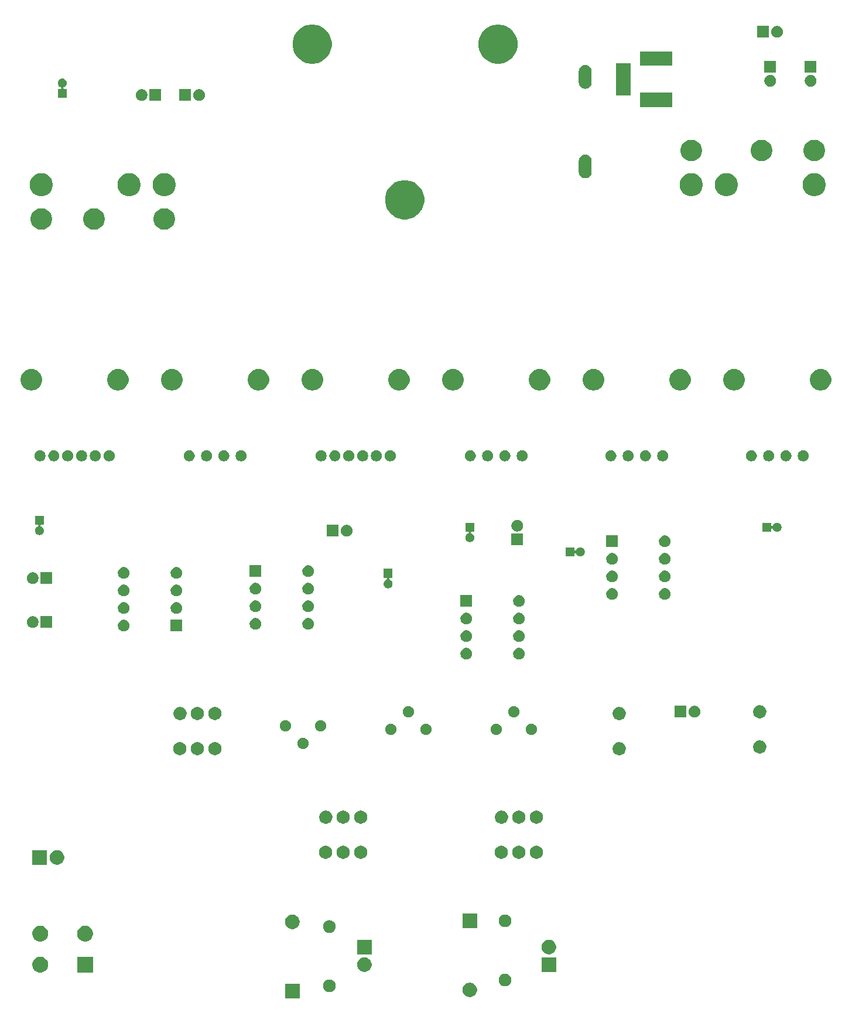
<source format=gbr>
G04 #@! TF.GenerationSoftware,KiCad,Pcbnew,(5.1.5-0-10_14)*
G04 #@! TF.CreationDate,2020-05-02T09:23:43-07:00*
G04 #@! TF.ProjectId,yellow_fuzz_dev,79656c6c-6f77-45f6-9675-7a7a5f646576,rev?*
G04 #@! TF.SameCoordinates,Original*
G04 #@! TF.FileFunction,Soldermask,Bot*
G04 #@! TF.FilePolarity,Negative*
%FSLAX46Y46*%
G04 Gerber Fmt 4.6, Leading zero omitted, Abs format (unit mm)*
G04 Created by KiCad (PCBNEW (5.1.5-0-10_14)) date 2020-05-02 09:23:43*
%MOMM*%
%LPD*%
G04 APERTURE LIST*
%ADD10C,0.100000*%
G04 APERTURE END LIST*
D10*
G36*
X118653000Y-196377000D02*
G01*
X116551000Y-196377000D01*
X116551000Y-194275000D01*
X118653000Y-194275000D01*
X118653000Y-196377000D01*
G37*
G36*
X143562564Y-194155389D02*
G01*
X143753833Y-194234615D01*
X143753835Y-194234616D01*
X143925973Y-194349635D01*
X144072365Y-194496027D01*
X144178164Y-194654366D01*
X144187385Y-194668167D01*
X144266611Y-194859436D01*
X144307000Y-195062484D01*
X144307000Y-195269516D01*
X144266611Y-195472564D01*
X144187385Y-195663833D01*
X144187384Y-195663835D01*
X144072365Y-195835973D01*
X143925973Y-195982365D01*
X143753835Y-196097384D01*
X143753834Y-196097385D01*
X143753833Y-196097385D01*
X143562564Y-196176611D01*
X143359516Y-196217000D01*
X143152484Y-196217000D01*
X142949436Y-196176611D01*
X142758167Y-196097385D01*
X142758166Y-196097385D01*
X142758165Y-196097384D01*
X142586027Y-195982365D01*
X142439635Y-195835973D01*
X142324616Y-195663835D01*
X142324615Y-195663833D01*
X142245389Y-195472564D01*
X142205000Y-195269516D01*
X142205000Y-195062484D01*
X142245389Y-194859436D01*
X142324615Y-194668167D01*
X142333837Y-194654366D01*
X142439635Y-194496027D01*
X142586027Y-194349635D01*
X142758165Y-194234616D01*
X142758167Y-194234615D01*
X142949436Y-194155389D01*
X143152484Y-194115000D01*
X143359516Y-194115000D01*
X143562564Y-194155389D01*
G37*
G36*
X123114995Y-193664129D02*
G01*
X123203625Y-193681759D01*
X123370599Y-193750922D01*
X123370600Y-193750923D01*
X123520869Y-193851329D01*
X123648671Y-193979131D01*
X123723976Y-194091833D01*
X123749078Y-194129401D01*
X123818241Y-194296375D01*
X123828835Y-194349635D01*
X123846546Y-194438671D01*
X123853500Y-194473634D01*
X123853500Y-194654366D01*
X123818241Y-194831625D01*
X123749078Y-194998599D01*
X123749077Y-194998600D01*
X123648671Y-195148869D01*
X123520869Y-195276671D01*
X123408167Y-195351976D01*
X123370599Y-195377078D01*
X123203625Y-195446241D01*
X123114996Y-195463870D01*
X123026367Y-195481500D01*
X122845633Y-195481500D01*
X122757004Y-195463870D01*
X122668375Y-195446241D01*
X122501401Y-195377078D01*
X122463833Y-195351976D01*
X122351131Y-195276671D01*
X122223329Y-195148869D01*
X122122923Y-194998600D01*
X122122922Y-194998599D01*
X122053759Y-194831625D01*
X122018500Y-194654366D01*
X122018500Y-194473634D01*
X122025455Y-194438671D01*
X122043165Y-194349635D01*
X122053759Y-194296375D01*
X122122922Y-194129401D01*
X122148024Y-194091833D01*
X122223329Y-193979131D01*
X122351131Y-193851329D01*
X122501400Y-193750923D01*
X122501401Y-193750922D01*
X122668375Y-193681759D01*
X122757005Y-193664129D01*
X122845633Y-193646500D01*
X123026367Y-193646500D01*
X123114995Y-193664129D01*
G37*
G36*
X148514995Y-192826129D02*
G01*
X148603625Y-192843759D01*
X148770599Y-192912922D01*
X148770600Y-192912923D01*
X148920869Y-193013329D01*
X149048671Y-193141131D01*
X149123976Y-193253833D01*
X149149078Y-193291401D01*
X149218241Y-193458375D01*
X149218241Y-193458376D01*
X149253500Y-193635633D01*
X149253500Y-193816367D01*
X149246545Y-193851332D01*
X149218241Y-193993625D01*
X149149078Y-194160599D01*
X149149077Y-194160600D01*
X149048671Y-194310869D01*
X148920869Y-194438671D01*
X148835029Y-194496027D01*
X148770599Y-194539078D01*
X148603625Y-194608241D01*
X148514995Y-194625871D01*
X148426367Y-194643500D01*
X148245633Y-194643500D01*
X148157004Y-194625870D01*
X148068375Y-194608241D01*
X147901401Y-194539078D01*
X147836971Y-194496027D01*
X147751131Y-194438671D01*
X147623329Y-194310869D01*
X147522923Y-194160600D01*
X147522922Y-194160599D01*
X147453759Y-193993625D01*
X147425455Y-193851332D01*
X147418500Y-193816367D01*
X147418500Y-193635633D01*
X147453759Y-193458376D01*
X147453759Y-193458375D01*
X147522922Y-193291401D01*
X147548025Y-193253833D01*
X147623329Y-193141131D01*
X147751131Y-193013329D01*
X147901400Y-192912923D01*
X147901401Y-192912922D01*
X148068375Y-192843759D01*
X148157005Y-192826129D01*
X148245633Y-192808500D01*
X148426367Y-192808500D01*
X148514995Y-192826129D01*
G37*
G36*
X88781000Y-192667000D02*
G01*
X86479000Y-192667000D01*
X86479000Y-190365000D01*
X88781000Y-190365000D01*
X88781000Y-192667000D01*
G37*
G36*
X81354549Y-190387116D02*
G01*
X81465734Y-190409232D01*
X81675203Y-190495997D01*
X81863720Y-190621960D01*
X82024040Y-190782280D01*
X82066634Y-190846027D01*
X82150004Y-190970799D01*
X82236768Y-191180267D01*
X82281000Y-191402635D01*
X82281000Y-191629365D01*
X82236768Y-191851733D01*
X82169624Y-192013835D01*
X82150003Y-192061203D01*
X82024040Y-192249720D01*
X81863720Y-192410040D01*
X81675203Y-192536003D01*
X81465734Y-192622768D01*
X81354549Y-192644884D01*
X81243365Y-192667000D01*
X81016635Y-192667000D01*
X80905451Y-192644884D01*
X80794266Y-192622768D01*
X80584797Y-192536003D01*
X80396280Y-192410040D01*
X80235960Y-192249720D01*
X80109997Y-192061203D01*
X80090377Y-192013835D01*
X80023232Y-191851733D01*
X79979000Y-191629365D01*
X79979000Y-191402635D01*
X80023232Y-191180267D01*
X80109996Y-190970799D01*
X80193366Y-190846027D01*
X80235960Y-190782280D01*
X80396280Y-190621960D01*
X80584797Y-190495997D01*
X80794266Y-190409232D01*
X80905451Y-190387116D01*
X81016635Y-190365000D01*
X81243365Y-190365000D01*
X81354549Y-190387116D01*
G37*
G36*
X155737000Y-192567000D02*
G01*
X153635000Y-192567000D01*
X153635000Y-190465000D01*
X155737000Y-190465000D01*
X155737000Y-192567000D01*
G37*
G36*
X128322564Y-190505389D02*
G01*
X128513833Y-190584615D01*
X128513835Y-190584616D01*
X128685973Y-190699635D01*
X128832365Y-190846027D01*
X128915734Y-190970797D01*
X128947385Y-191018167D01*
X129026611Y-191209436D01*
X129067000Y-191412484D01*
X129067000Y-191619516D01*
X129026611Y-191822564D01*
X129014528Y-191851734D01*
X128947384Y-192013835D01*
X128832365Y-192185973D01*
X128685973Y-192332365D01*
X128513835Y-192447384D01*
X128513834Y-192447385D01*
X128513833Y-192447385D01*
X128322564Y-192526611D01*
X128119516Y-192567000D01*
X127912484Y-192567000D01*
X127709436Y-192526611D01*
X127518167Y-192447385D01*
X127518166Y-192447385D01*
X127518165Y-192447384D01*
X127346027Y-192332365D01*
X127199635Y-192185973D01*
X127084616Y-192013835D01*
X127017472Y-191851734D01*
X127005389Y-191822564D01*
X126965000Y-191619516D01*
X126965000Y-191412484D01*
X127005389Y-191209436D01*
X127084615Y-191018167D01*
X127116267Y-190970797D01*
X127199635Y-190846027D01*
X127346027Y-190699635D01*
X127518165Y-190584616D01*
X127518167Y-190584615D01*
X127709436Y-190505389D01*
X127912484Y-190465000D01*
X128119516Y-190465000D01*
X128322564Y-190505389D01*
G37*
G36*
X154992564Y-187965389D02*
G01*
X155163044Y-188036004D01*
X155183835Y-188044616D01*
X155300798Y-188122768D01*
X155355973Y-188159635D01*
X155502365Y-188306027D01*
X155617385Y-188478167D01*
X155696611Y-188669436D01*
X155737000Y-188872484D01*
X155737000Y-189079516D01*
X155696611Y-189282564D01*
X155617385Y-189473833D01*
X155617384Y-189473835D01*
X155502365Y-189645973D01*
X155355973Y-189792365D01*
X155183835Y-189907384D01*
X155183834Y-189907385D01*
X155183833Y-189907385D01*
X154992564Y-189986611D01*
X154789516Y-190027000D01*
X154582484Y-190027000D01*
X154379436Y-189986611D01*
X154188167Y-189907385D01*
X154188166Y-189907385D01*
X154188165Y-189907384D01*
X154016027Y-189792365D01*
X153869635Y-189645973D01*
X153754616Y-189473835D01*
X153754615Y-189473833D01*
X153675389Y-189282564D01*
X153635000Y-189079516D01*
X153635000Y-188872484D01*
X153675389Y-188669436D01*
X153754615Y-188478167D01*
X153869635Y-188306027D01*
X154016027Y-188159635D01*
X154071202Y-188122768D01*
X154188165Y-188044616D01*
X154208956Y-188036004D01*
X154379436Y-187965389D01*
X154582484Y-187925000D01*
X154789516Y-187925000D01*
X154992564Y-187965389D01*
G37*
G36*
X129067000Y-190027000D02*
G01*
X126965000Y-190027000D01*
X126965000Y-187925000D01*
X129067000Y-187925000D01*
X129067000Y-190027000D01*
G37*
G36*
X87812078Y-185878668D02*
G01*
X87965734Y-185909232D01*
X88175203Y-185995997D01*
X88363720Y-186121960D01*
X88524040Y-186282280D01*
X88650003Y-186470797D01*
X88736768Y-186680266D01*
X88781000Y-186902636D01*
X88781000Y-187129364D01*
X88736768Y-187351734D01*
X88650003Y-187561203D01*
X88524040Y-187749720D01*
X88363720Y-187910040D01*
X88175203Y-188036003D01*
X88175202Y-188036004D01*
X88175201Y-188036004D01*
X88113850Y-188061416D01*
X87965734Y-188122768D01*
X87854549Y-188144884D01*
X87743365Y-188167000D01*
X87516635Y-188167000D01*
X87405451Y-188144884D01*
X87294266Y-188122768D01*
X87146150Y-188061416D01*
X87084799Y-188036004D01*
X87084798Y-188036004D01*
X87084797Y-188036003D01*
X86896280Y-187910040D01*
X86735960Y-187749720D01*
X86609997Y-187561203D01*
X86523232Y-187351734D01*
X86479000Y-187129364D01*
X86479000Y-186902636D01*
X86523232Y-186680266D01*
X86609997Y-186470797D01*
X86735960Y-186282280D01*
X86896280Y-186121960D01*
X87084797Y-185995997D01*
X87294266Y-185909232D01*
X87447922Y-185878668D01*
X87516635Y-185865000D01*
X87743365Y-185865000D01*
X87812078Y-185878668D01*
G37*
G36*
X81312078Y-185878668D02*
G01*
X81465734Y-185909232D01*
X81675203Y-185995997D01*
X81863720Y-186121960D01*
X82024040Y-186282280D01*
X82150003Y-186470797D01*
X82236768Y-186680266D01*
X82281000Y-186902636D01*
X82281000Y-187129364D01*
X82236768Y-187351734D01*
X82150003Y-187561203D01*
X82024040Y-187749720D01*
X81863720Y-187910040D01*
X81675203Y-188036003D01*
X81675202Y-188036004D01*
X81675201Y-188036004D01*
X81613850Y-188061416D01*
X81465734Y-188122768D01*
X81354549Y-188144884D01*
X81243365Y-188167000D01*
X81016635Y-188167000D01*
X80905451Y-188144884D01*
X80794266Y-188122768D01*
X80646150Y-188061416D01*
X80584799Y-188036004D01*
X80584798Y-188036004D01*
X80584797Y-188036003D01*
X80396280Y-187910040D01*
X80235960Y-187749720D01*
X80109997Y-187561203D01*
X80023232Y-187351734D01*
X79979000Y-187129364D01*
X79979000Y-186902636D01*
X80023232Y-186680266D01*
X80109997Y-186470797D01*
X80235960Y-186282280D01*
X80396280Y-186121960D01*
X80584797Y-185995997D01*
X80794266Y-185909232D01*
X80947922Y-185878668D01*
X81016635Y-185865000D01*
X81243365Y-185865000D01*
X81312078Y-185878668D01*
G37*
G36*
X123114995Y-185104129D02*
G01*
X123203625Y-185121759D01*
X123370599Y-185190922D01*
X123370600Y-185190923D01*
X123520869Y-185291329D01*
X123648671Y-185419131D01*
X123723975Y-185531833D01*
X123749078Y-185569401D01*
X123818241Y-185736375D01*
X123835637Y-185823833D01*
X123852625Y-185909232D01*
X123853500Y-185913634D01*
X123853500Y-186094366D01*
X123818241Y-186271625D01*
X123749078Y-186438599D01*
X123749077Y-186438600D01*
X123648671Y-186588869D01*
X123520869Y-186716671D01*
X123408167Y-186791975D01*
X123370599Y-186817078D01*
X123203625Y-186886241D01*
X123121207Y-186902635D01*
X123026367Y-186921500D01*
X122845633Y-186921500D01*
X122750793Y-186902635D01*
X122668375Y-186886241D01*
X122501401Y-186817078D01*
X122463833Y-186791975D01*
X122351131Y-186716671D01*
X122223329Y-186588869D01*
X122122923Y-186438600D01*
X122122922Y-186438599D01*
X122053759Y-186271625D01*
X122018500Y-186094366D01*
X122018500Y-185913634D01*
X122019376Y-185909232D01*
X122036363Y-185823833D01*
X122053759Y-185736375D01*
X122122922Y-185569401D01*
X122148025Y-185531833D01*
X122223329Y-185419131D01*
X122351131Y-185291329D01*
X122501400Y-185190923D01*
X122501401Y-185190922D01*
X122668375Y-185121759D01*
X122757005Y-185104129D01*
X122845633Y-185086500D01*
X123026367Y-185086500D01*
X123114995Y-185104129D01*
G37*
G36*
X117908564Y-184315389D02*
G01*
X118099833Y-184394615D01*
X118099835Y-184394616D01*
X118271973Y-184509635D01*
X118418365Y-184656027D01*
X118533385Y-184828167D01*
X118612611Y-185019436D01*
X118653000Y-185222484D01*
X118653000Y-185429516D01*
X118612611Y-185632564D01*
X118563606Y-185750872D01*
X118533384Y-185823835D01*
X118418365Y-185995973D01*
X118271973Y-186142365D01*
X118099835Y-186257384D01*
X118099834Y-186257385D01*
X118099833Y-186257385D01*
X117908564Y-186336611D01*
X117705516Y-186377000D01*
X117498484Y-186377000D01*
X117295436Y-186336611D01*
X117104167Y-186257385D01*
X117104166Y-186257385D01*
X117104165Y-186257384D01*
X116932027Y-186142365D01*
X116785635Y-185995973D01*
X116670616Y-185823835D01*
X116640394Y-185750872D01*
X116591389Y-185632564D01*
X116551000Y-185429516D01*
X116551000Y-185222484D01*
X116591389Y-185019436D01*
X116670615Y-184828167D01*
X116785635Y-184656027D01*
X116932027Y-184509635D01*
X117104165Y-184394616D01*
X117104167Y-184394615D01*
X117295436Y-184315389D01*
X117498484Y-184275000D01*
X117705516Y-184275000D01*
X117908564Y-184315389D01*
G37*
G36*
X144307000Y-186217000D02*
G01*
X142205000Y-186217000D01*
X142205000Y-184115000D01*
X144307000Y-184115000D01*
X144307000Y-186217000D01*
G37*
G36*
X148514995Y-184266129D02*
G01*
X148603625Y-184283759D01*
X148770599Y-184352922D01*
X148770600Y-184352923D01*
X148920869Y-184453329D01*
X149048671Y-184581131D01*
X149123975Y-184693833D01*
X149149078Y-184731401D01*
X149218241Y-184898375D01*
X149218241Y-184898376D01*
X149253500Y-185075633D01*
X149253500Y-185256367D01*
X149246545Y-185291332D01*
X149218241Y-185433625D01*
X149149078Y-185600599D01*
X149127719Y-185632565D01*
X149048671Y-185750869D01*
X148920869Y-185878671D01*
X148808167Y-185953975D01*
X148770599Y-185979078D01*
X148603625Y-186048241D01*
X148514996Y-186065870D01*
X148426367Y-186083500D01*
X148245633Y-186083500D01*
X148157005Y-186065871D01*
X148068375Y-186048241D01*
X147901401Y-185979078D01*
X147863833Y-185953975D01*
X147751131Y-185878671D01*
X147623329Y-185750869D01*
X147544281Y-185632565D01*
X147522922Y-185600599D01*
X147453759Y-185433625D01*
X147425455Y-185291332D01*
X147418500Y-185256367D01*
X147418500Y-185075633D01*
X147453759Y-184898376D01*
X147453759Y-184898375D01*
X147522922Y-184731401D01*
X147548024Y-184693833D01*
X147623329Y-184581131D01*
X147751131Y-184453329D01*
X147901400Y-184352923D01*
X147901401Y-184352922D01*
X148068375Y-184283759D01*
X148157005Y-184266129D01*
X148245633Y-184248500D01*
X148426367Y-184248500D01*
X148514995Y-184266129D01*
G37*
G36*
X83872564Y-175011389D02*
G01*
X84063833Y-175090615D01*
X84063835Y-175090616D01*
X84177153Y-175166333D01*
X84235973Y-175205635D01*
X84382365Y-175352027D01*
X84497385Y-175524167D01*
X84576611Y-175715436D01*
X84617000Y-175918484D01*
X84617000Y-176125516D01*
X84576611Y-176328564D01*
X84497385Y-176519833D01*
X84497384Y-176519835D01*
X84382365Y-176691973D01*
X84235973Y-176838365D01*
X84063835Y-176953384D01*
X84063834Y-176953385D01*
X84063833Y-176953385D01*
X83872564Y-177032611D01*
X83669516Y-177073000D01*
X83462484Y-177073000D01*
X83259436Y-177032611D01*
X83068167Y-176953385D01*
X83068166Y-176953385D01*
X83068165Y-176953384D01*
X82896027Y-176838365D01*
X82749635Y-176691973D01*
X82634616Y-176519835D01*
X82634615Y-176519833D01*
X82555389Y-176328564D01*
X82515000Y-176125516D01*
X82515000Y-175918484D01*
X82555389Y-175715436D01*
X82634615Y-175524167D01*
X82749635Y-175352027D01*
X82896027Y-175205635D01*
X82954847Y-175166333D01*
X83068165Y-175090616D01*
X83068167Y-175090615D01*
X83259436Y-175011389D01*
X83462484Y-174971000D01*
X83669516Y-174971000D01*
X83872564Y-175011389D01*
G37*
G36*
X82077000Y-177073000D02*
G01*
X79975000Y-177073000D01*
X79975000Y-174971000D01*
X82077000Y-174971000D01*
X82077000Y-177073000D01*
G37*
G36*
X127745395Y-174345546D02*
G01*
X127918466Y-174417234D01*
X127918467Y-174417235D01*
X128074227Y-174521310D01*
X128206690Y-174653773D01*
X128206691Y-174653775D01*
X128310766Y-174809534D01*
X128382454Y-174982605D01*
X128419000Y-175166333D01*
X128419000Y-175353667D01*
X128382454Y-175537395D01*
X128310766Y-175710466D01*
X128310765Y-175710467D01*
X128206690Y-175866227D01*
X128074227Y-175998690D01*
X127995818Y-176051081D01*
X127918466Y-176102766D01*
X127745395Y-176174454D01*
X127561667Y-176211000D01*
X127374333Y-176211000D01*
X127190605Y-176174454D01*
X127017534Y-176102766D01*
X126940182Y-176051081D01*
X126861773Y-175998690D01*
X126729310Y-175866227D01*
X126625235Y-175710467D01*
X126625234Y-175710466D01*
X126553546Y-175537395D01*
X126517000Y-175353667D01*
X126517000Y-175166333D01*
X126553546Y-174982605D01*
X126625234Y-174809534D01*
X126729309Y-174653775D01*
X126729310Y-174653773D01*
X126861773Y-174521310D01*
X127017533Y-174417235D01*
X127017534Y-174417234D01*
X127190605Y-174345546D01*
X127374333Y-174309000D01*
X127561667Y-174309000D01*
X127745395Y-174345546D01*
G37*
G36*
X125205395Y-174345546D02*
G01*
X125378466Y-174417234D01*
X125378467Y-174417235D01*
X125534227Y-174521310D01*
X125666690Y-174653773D01*
X125666691Y-174653775D01*
X125770766Y-174809534D01*
X125842454Y-174982605D01*
X125879000Y-175166333D01*
X125879000Y-175353667D01*
X125842454Y-175537395D01*
X125770766Y-175710466D01*
X125770765Y-175710467D01*
X125666690Y-175866227D01*
X125534227Y-175998690D01*
X125455818Y-176051081D01*
X125378466Y-176102766D01*
X125205395Y-176174454D01*
X125021667Y-176211000D01*
X124834333Y-176211000D01*
X124650605Y-176174454D01*
X124477534Y-176102766D01*
X124400182Y-176051081D01*
X124321773Y-175998690D01*
X124189310Y-175866227D01*
X124085235Y-175710467D01*
X124085234Y-175710466D01*
X124013546Y-175537395D01*
X123977000Y-175353667D01*
X123977000Y-175166333D01*
X124013546Y-174982605D01*
X124085234Y-174809534D01*
X124189309Y-174653775D01*
X124189310Y-174653773D01*
X124321773Y-174521310D01*
X124477533Y-174417235D01*
X124477534Y-174417234D01*
X124650605Y-174345546D01*
X124834333Y-174309000D01*
X125021667Y-174309000D01*
X125205395Y-174345546D01*
G37*
G36*
X122665395Y-174345546D02*
G01*
X122838466Y-174417234D01*
X122838467Y-174417235D01*
X122994227Y-174521310D01*
X123126690Y-174653773D01*
X123126691Y-174653775D01*
X123230766Y-174809534D01*
X123302454Y-174982605D01*
X123339000Y-175166333D01*
X123339000Y-175353667D01*
X123302454Y-175537395D01*
X123230766Y-175710466D01*
X123230765Y-175710467D01*
X123126690Y-175866227D01*
X122994227Y-175998690D01*
X122915818Y-176051081D01*
X122838466Y-176102766D01*
X122665395Y-176174454D01*
X122481667Y-176211000D01*
X122294333Y-176211000D01*
X122110605Y-176174454D01*
X121937534Y-176102766D01*
X121860182Y-176051081D01*
X121781773Y-175998690D01*
X121649310Y-175866227D01*
X121545235Y-175710467D01*
X121545234Y-175710466D01*
X121473546Y-175537395D01*
X121437000Y-175353667D01*
X121437000Y-175166333D01*
X121473546Y-174982605D01*
X121545234Y-174809534D01*
X121649309Y-174653775D01*
X121649310Y-174653773D01*
X121781773Y-174521310D01*
X121937533Y-174417235D01*
X121937534Y-174417234D01*
X122110605Y-174345546D01*
X122294333Y-174309000D01*
X122481667Y-174309000D01*
X122665395Y-174345546D01*
G37*
G36*
X148065395Y-174345546D02*
G01*
X148238466Y-174417234D01*
X148238467Y-174417235D01*
X148394227Y-174521310D01*
X148526690Y-174653773D01*
X148526691Y-174653775D01*
X148630766Y-174809534D01*
X148702454Y-174982605D01*
X148739000Y-175166333D01*
X148739000Y-175353667D01*
X148702454Y-175537395D01*
X148630766Y-175710466D01*
X148630765Y-175710467D01*
X148526690Y-175866227D01*
X148394227Y-175998690D01*
X148315818Y-176051081D01*
X148238466Y-176102766D01*
X148065395Y-176174454D01*
X147881667Y-176211000D01*
X147694333Y-176211000D01*
X147510605Y-176174454D01*
X147337534Y-176102766D01*
X147260182Y-176051081D01*
X147181773Y-175998690D01*
X147049310Y-175866227D01*
X146945235Y-175710467D01*
X146945234Y-175710466D01*
X146873546Y-175537395D01*
X146837000Y-175353667D01*
X146837000Y-175166333D01*
X146873546Y-174982605D01*
X146945234Y-174809534D01*
X147049309Y-174653775D01*
X147049310Y-174653773D01*
X147181773Y-174521310D01*
X147337533Y-174417235D01*
X147337534Y-174417234D01*
X147510605Y-174345546D01*
X147694333Y-174309000D01*
X147881667Y-174309000D01*
X148065395Y-174345546D01*
G37*
G36*
X153145395Y-174345546D02*
G01*
X153318466Y-174417234D01*
X153318467Y-174417235D01*
X153474227Y-174521310D01*
X153606690Y-174653773D01*
X153606691Y-174653775D01*
X153710766Y-174809534D01*
X153782454Y-174982605D01*
X153819000Y-175166333D01*
X153819000Y-175353667D01*
X153782454Y-175537395D01*
X153710766Y-175710466D01*
X153710765Y-175710467D01*
X153606690Y-175866227D01*
X153474227Y-175998690D01*
X153395818Y-176051081D01*
X153318466Y-176102766D01*
X153145395Y-176174454D01*
X152961667Y-176211000D01*
X152774333Y-176211000D01*
X152590605Y-176174454D01*
X152417534Y-176102766D01*
X152340182Y-176051081D01*
X152261773Y-175998690D01*
X152129310Y-175866227D01*
X152025235Y-175710467D01*
X152025234Y-175710466D01*
X151953546Y-175537395D01*
X151917000Y-175353667D01*
X151917000Y-175166333D01*
X151953546Y-174982605D01*
X152025234Y-174809534D01*
X152129309Y-174653775D01*
X152129310Y-174653773D01*
X152261773Y-174521310D01*
X152417533Y-174417235D01*
X152417534Y-174417234D01*
X152590605Y-174345546D01*
X152774333Y-174309000D01*
X152961667Y-174309000D01*
X153145395Y-174345546D01*
G37*
G36*
X150605395Y-174345546D02*
G01*
X150778466Y-174417234D01*
X150778467Y-174417235D01*
X150934227Y-174521310D01*
X151066690Y-174653773D01*
X151066691Y-174653775D01*
X151170766Y-174809534D01*
X151242454Y-174982605D01*
X151279000Y-175166333D01*
X151279000Y-175353667D01*
X151242454Y-175537395D01*
X151170766Y-175710466D01*
X151170765Y-175710467D01*
X151066690Y-175866227D01*
X150934227Y-175998690D01*
X150855818Y-176051081D01*
X150778466Y-176102766D01*
X150605395Y-176174454D01*
X150421667Y-176211000D01*
X150234333Y-176211000D01*
X150050605Y-176174454D01*
X149877534Y-176102766D01*
X149800182Y-176051081D01*
X149721773Y-175998690D01*
X149589310Y-175866227D01*
X149485235Y-175710467D01*
X149485234Y-175710466D01*
X149413546Y-175537395D01*
X149377000Y-175353667D01*
X149377000Y-175166333D01*
X149413546Y-174982605D01*
X149485234Y-174809534D01*
X149589309Y-174653775D01*
X149589310Y-174653773D01*
X149721773Y-174521310D01*
X149877533Y-174417235D01*
X149877534Y-174417234D01*
X150050605Y-174345546D01*
X150234333Y-174309000D01*
X150421667Y-174309000D01*
X150605395Y-174345546D01*
G37*
G36*
X153145395Y-169265546D02*
G01*
X153318466Y-169337234D01*
X153318467Y-169337235D01*
X153474227Y-169441310D01*
X153606690Y-169573773D01*
X153606691Y-169573775D01*
X153710766Y-169729534D01*
X153782454Y-169902605D01*
X153819000Y-170086333D01*
X153819000Y-170273667D01*
X153782454Y-170457395D01*
X153710766Y-170630466D01*
X153710765Y-170630467D01*
X153606690Y-170786227D01*
X153474227Y-170918690D01*
X153395818Y-170971081D01*
X153318466Y-171022766D01*
X153145395Y-171094454D01*
X152961667Y-171131000D01*
X152774333Y-171131000D01*
X152590605Y-171094454D01*
X152417534Y-171022766D01*
X152340182Y-170971081D01*
X152261773Y-170918690D01*
X152129310Y-170786227D01*
X152025235Y-170630467D01*
X152025234Y-170630466D01*
X151953546Y-170457395D01*
X151917000Y-170273667D01*
X151917000Y-170086333D01*
X151953546Y-169902605D01*
X152025234Y-169729534D01*
X152129309Y-169573775D01*
X152129310Y-169573773D01*
X152261773Y-169441310D01*
X152417533Y-169337235D01*
X152417534Y-169337234D01*
X152590605Y-169265546D01*
X152774333Y-169229000D01*
X152961667Y-169229000D01*
X153145395Y-169265546D01*
G37*
G36*
X150605395Y-169265546D02*
G01*
X150778466Y-169337234D01*
X150778467Y-169337235D01*
X150934227Y-169441310D01*
X151066690Y-169573773D01*
X151066691Y-169573775D01*
X151170766Y-169729534D01*
X151242454Y-169902605D01*
X151279000Y-170086333D01*
X151279000Y-170273667D01*
X151242454Y-170457395D01*
X151170766Y-170630466D01*
X151170765Y-170630467D01*
X151066690Y-170786227D01*
X150934227Y-170918690D01*
X150855818Y-170971081D01*
X150778466Y-171022766D01*
X150605395Y-171094454D01*
X150421667Y-171131000D01*
X150234333Y-171131000D01*
X150050605Y-171094454D01*
X149877534Y-171022766D01*
X149800182Y-170971081D01*
X149721773Y-170918690D01*
X149589310Y-170786227D01*
X149485235Y-170630467D01*
X149485234Y-170630466D01*
X149413546Y-170457395D01*
X149377000Y-170273667D01*
X149377000Y-170086333D01*
X149413546Y-169902605D01*
X149485234Y-169729534D01*
X149589309Y-169573775D01*
X149589310Y-169573773D01*
X149721773Y-169441310D01*
X149877533Y-169337235D01*
X149877534Y-169337234D01*
X150050605Y-169265546D01*
X150234333Y-169229000D01*
X150421667Y-169229000D01*
X150605395Y-169265546D01*
G37*
G36*
X148105395Y-169265546D02*
G01*
X148278466Y-169337234D01*
X148278467Y-169337235D01*
X148434227Y-169441310D01*
X148566690Y-169573773D01*
X148566691Y-169573775D01*
X148670766Y-169729534D01*
X148742454Y-169902605D01*
X148779000Y-170086333D01*
X148779000Y-170273667D01*
X148742454Y-170457395D01*
X148670766Y-170630466D01*
X148670765Y-170630467D01*
X148566690Y-170786227D01*
X148434227Y-170918690D01*
X148355818Y-170971081D01*
X148278466Y-171022766D01*
X148105395Y-171094454D01*
X147921667Y-171131000D01*
X147734333Y-171131000D01*
X147550605Y-171094454D01*
X147377534Y-171022766D01*
X147300182Y-170971081D01*
X147221773Y-170918690D01*
X147089310Y-170786227D01*
X146985235Y-170630467D01*
X146985234Y-170630466D01*
X146913546Y-170457395D01*
X146877000Y-170273667D01*
X146877000Y-170086333D01*
X146913546Y-169902605D01*
X146985234Y-169729534D01*
X147089309Y-169573775D01*
X147089310Y-169573773D01*
X147221773Y-169441310D01*
X147377533Y-169337235D01*
X147377534Y-169337234D01*
X147550605Y-169265546D01*
X147734333Y-169229000D01*
X147921667Y-169229000D01*
X148105395Y-169265546D01*
G37*
G36*
X127745395Y-169265546D02*
G01*
X127918466Y-169337234D01*
X127918467Y-169337235D01*
X128074227Y-169441310D01*
X128206690Y-169573773D01*
X128206691Y-169573775D01*
X128310766Y-169729534D01*
X128382454Y-169902605D01*
X128419000Y-170086333D01*
X128419000Y-170273667D01*
X128382454Y-170457395D01*
X128310766Y-170630466D01*
X128310765Y-170630467D01*
X128206690Y-170786227D01*
X128074227Y-170918690D01*
X127995818Y-170971081D01*
X127918466Y-171022766D01*
X127745395Y-171094454D01*
X127561667Y-171131000D01*
X127374333Y-171131000D01*
X127190605Y-171094454D01*
X127017534Y-171022766D01*
X126940182Y-170971081D01*
X126861773Y-170918690D01*
X126729310Y-170786227D01*
X126625235Y-170630467D01*
X126625234Y-170630466D01*
X126553546Y-170457395D01*
X126517000Y-170273667D01*
X126517000Y-170086333D01*
X126553546Y-169902605D01*
X126625234Y-169729534D01*
X126729309Y-169573775D01*
X126729310Y-169573773D01*
X126861773Y-169441310D01*
X127017533Y-169337235D01*
X127017534Y-169337234D01*
X127190605Y-169265546D01*
X127374333Y-169229000D01*
X127561667Y-169229000D01*
X127745395Y-169265546D01*
G37*
G36*
X125205395Y-169265546D02*
G01*
X125378466Y-169337234D01*
X125378467Y-169337235D01*
X125534227Y-169441310D01*
X125666690Y-169573773D01*
X125666691Y-169573775D01*
X125770766Y-169729534D01*
X125842454Y-169902605D01*
X125879000Y-170086333D01*
X125879000Y-170273667D01*
X125842454Y-170457395D01*
X125770766Y-170630466D01*
X125770765Y-170630467D01*
X125666690Y-170786227D01*
X125534227Y-170918690D01*
X125455818Y-170971081D01*
X125378466Y-171022766D01*
X125205395Y-171094454D01*
X125021667Y-171131000D01*
X124834333Y-171131000D01*
X124650605Y-171094454D01*
X124477534Y-171022766D01*
X124400182Y-170971081D01*
X124321773Y-170918690D01*
X124189310Y-170786227D01*
X124085235Y-170630467D01*
X124085234Y-170630466D01*
X124013546Y-170457395D01*
X123977000Y-170273667D01*
X123977000Y-170086333D01*
X124013546Y-169902605D01*
X124085234Y-169729534D01*
X124189309Y-169573775D01*
X124189310Y-169573773D01*
X124321773Y-169441310D01*
X124477533Y-169337235D01*
X124477534Y-169337234D01*
X124650605Y-169265546D01*
X124834333Y-169229000D01*
X125021667Y-169229000D01*
X125205395Y-169265546D01*
G37*
G36*
X122705395Y-169265546D02*
G01*
X122878466Y-169337234D01*
X122878467Y-169337235D01*
X123034227Y-169441310D01*
X123166690Y-169573773D01*
X123166691Y-169573775D01*
X123270766Y-169729534D01*
X123342454Y-169902605D01*
X123379000Y-170086333D01*
X123379000Y-170273667D01*
X123342454Y-170457395D01*
X123270766Y-170630466D01*
X123270765Y-170630467D01*
X123166690Y-170786227D01*
X123034227Y-170918690D01*
X122955818Y-170971081D01*
X122878466Y-171022766D01*
X122705395Y-171094454D01*
X122521667Y-171131000D01*
X122334333Y-171131000D01*
X122150605Y-171094454D01*
X121977534Y-171022766D01*
X121900182Y-170971081D01*
X121821773Y-170918690D01*
X121689310Y-170786227D01*
X121585235Y-170630467D01*
X121585234Y-170630466D01*
X121513546Y-170457395D01*
X121477000Y-170273667D01*
X121477000Y-170086333D01*
X121513546Y-169902605D01*
X121585234Y-169729534D01*
X121689309Y-169573775D01*
X121689310Y-169573773D01*
X121821773Y-169441310D01*
X121977533Y-169337235D01*
X121977534Y-169337234D01*
X122150605Y-169265546D01*
X122334333Y-169229000D01*
X122521667Y-169229000D01*
X122705395Y-169265546D01*
G37*
G36*
X165123395Y-159359546D02*
G01*
X165296466Y-159431234D01*
X165373818Y-159482919D01*
X165452227Y-159535310D01*
X165584690Y-159667773D01*
X165584691Y-159667775D01*
X165688766Y-159823534D01*
X165760454Y-159996605D01*
X165797000Y-160180333D01*
X165797000Y-160367667D01*
X165760454Y-160551395D01*
X165688766Y-160724466D01*
X165637081Y-160801818D01*
X165584690Y-160880227D01*
X165452227Y-161012690D01*
X165373818Y-161065081D01*
X165296466Y-161116766D01*
X165123395Y-161188454D01*
X164939667Y-161225000D01*
X164752333Y-161225000D01*
X164568605Y-161188454D01*
X164395534Y-161116766D01*
X164318182Y-161065081D01*
X164239773Y-161012690D01*
X164107310Y-160880227D01*
X164054919Y-160801818D01*
X164003234Y-160724466D01*
X163931546Y-160551395D01*
X163895000Y-160367667D01*
X163895000Y-160180333D01*
X163931546Y-159996605D01*
X164003234Y-159823534D01*
X164107309Y-159667775D01*
X164107310Y-159667773D01*
X164239773Y-159535310D01*
X164318182Y-159482919D01*
X164395534Y-159431234D01*
X164568605Y-159359546D01*
X164752333Y-159323000D01*
X164939667Y-159323000D01*
X165123395Y-159359546D01*
G37*
G36*
X106663395Y-159359546D02*
G01*
X106836466Y-159431234D01*
X106913818Y-159482919D01*
X106992227Y-159535310D01*
X107124690Y-159667773D01*
X107124691Y-159667775D01*
X107228766Y-159823534D01*
X107300454Y-159996605D01*
X107337000Y-160180333D01*
X107337000Y-160367667D01*
X107300454Y-160551395D01*
X107228766Y-160724466D01*
X107177081Y-160801818D01*
X107124690Y-160880227D01*
X106992227Y-161012690D01*
X106913818Y-161065081D01*
X106836466Y-161116766D01*
X106663395Y-161188454D01*
X106479667Y-161225000D01*
X106292333Y-161225000D01*
X106108605Y-161188454D01*
X105935534Y-161116766D01*
X105858182Y-161065081D01*
X105779773Y-161012690D01*
X105647310Y-160880227D01*
X105594919Y-160801818D01*
X105543234Y-160724466D01*
X105471546Y-160551395D01*
X105435000Y-160367667D01*
X105435000Y-160180333D01*
X105471546Y-159996605D01*
X105543234Y-159823534D01*
X105647309Y-159667775D01*
X105647310Y-159667773D01*
X105779773Y-159535310D01*
X105858182Y-159482919D01*
X105935534Y-159431234D01*
X106108605Y-159359546D01*
X106292333Y-159323000D01*
X106479667Y-159323000D01*
X106663395Y-159359546D01*
G37*
G36*
X104123395Y-159359546D02*
G01*
X104296466Y-159431234D01*
X104373818Y-159482919D01*
X104452227Y-159535310D01*
X104584690Y-159667773D01*
X104584691Y-159667775D01*
X104688766Y-159823534D01*
X104760454Y-159996605D01*
X104797000Y-160180333D01*
X104797000Y-160367667D01*
X104760454Y-160551395D01*
X104688766Y-160724466D01*
X104637081Y-160801818D01*
X104584690Y-160880227D01*
X104452227Y-161012690D01*
X104373818Y-161065081D01*
X104296466Y-161116766D01*
X104123395Y-161188454D01*
X103939667Y-161225000D01*
X103752333Y-161225000D01*
X103568605Y-161188454D01*
X103395534Y-161116766D01*
X103318182Y-161065081D01*
X103239773Y-161012690D01*
X103107310Y-160880227D01*
X103054919Y-160801818D01*
X103003234Y-160724466D01*
X102931546Y-160551395D01*
X102895000Y-160367667D01*
X102895000Y-160180333D01*
X102931546Y-159996605D01*
X103003234Y-159823534D01*
X103107309Y-159667775D01*
X103107310Y-159667773D01*
X103239773Y-159535310D01*
X103318182Y-159482919D01*
X103395534Y-159431234D01*
X103568605Y-159359546D01*
X103752333Y-159323000D01*
X103939667Y-159323000D01*
X104123395Y-159359546D01*
G37*
G36*
X101583395Y-159359546D02*
G01*
X101756466Y-159431234D01*
X101833818Y-159482919D01*
X101912227Y-159535310D01*
X102044690Y-159667773D01*
X102044691Y-159667775D01*
X102148766Y-159823534D01*
X102220454Y-159996605D01*
X102257000Y-160180333D01*
X102257000Y-160367667D01*
X102220454Y-160551395D01*
X102148766Y-160724466D01*
X102097081Y-160801818D01*
X102044690Y-160880227D01*
X101912227Y-161012690D01*
X101833818Y-161065081D01*
X101756466Y-161116766D01*
X101583395Y-161188454D01*
X101399667Y-161225000D01*
X101212333Y-161225000D01*
X101028605Y-161188454D01*
X100855534Y-161116766D01*
X100778182Y-161065081D01*
X100699773Y-161012690D01*
X100567310Y-160880227D01*
X100514919Y-160801818D01*
X100463234Y-160724466D01*
X100391546Y-160551395D01*
X100355000Y-160367667D01*
X100355000Y-160180333D01*
X100391546Y-159996605D01*
X100463234Y-159823534D01*
X100567309Y-159667775D01*
X100567310Y-159667773D01*
X100699773Y-159535310D01*
X100778182Y-159482919D01*
X100855534Y-159431234D01*
X101028605Y-159359546D01*
X101212333Y-159323000D01*
X101399667Y-159323000D01*
X101583395Y-159359546D01*
G37*
G36*
X185443395Y-159105546D02*
G01*
X185616466Y-159177234D01*
X185616467Y-159177235D01*
X185772227Y-159281310D01*
X185904690Y-159413773D01*
X185916819Y-159431926D01*
X186008766Y-159569534D01*
X186080454Y-159742605D01*
X186117000Y-159926333D01*
X186117000Y-160113667D01*
X186080454Y-160297395D01*
X186008766Y-160470466D01*
X186008765Y-160470467D01*
X185904690Y-160626227D01*
X185772227Y-160758690D01*
X185693818Y-160811081D01*
X185616466Y-160862766D01*
X185443395Y-160934454D01*
X185259667Y-160971000D01*
X185072333Y-160971000D01*
X184888605Y-160934454D01*
X184715534Y-160862766D01*
X184638182Y-160811081D01*
X184559773Y-160758690D01*
X184427310Y-160626227D01*
X184323235Y-160470467D01*
X184323234Y-160470466D01*
X184251546Y-160297395D01*
X184215000Y-160113667D01*
X184215000Y-159926333D01*
X184251546Y-159742605D01*
X184323234Y-159569534D01*
X184415181Y-159431926D01*
X184427310Y-159413773D01*
X184559773Y-159281310D01*
X184715533Y-159177235D01*
X184715534Y-159177234D01*
X184888605Y-159105546D01*
X185072333Y-159069000D01*
X185259667Y-159069000D01*
X185443395Y-159105546D01*
G37*
G36*
X119363142Y-158730242D02*
G01*
X119511101Y-158791529D01*
X119644255Y-158880499D01*
X119757501Y-158993745D01*
X119846471Y-159126899D01*
X119907758Y-159274858D01*
X119939000Y-159431925D01*
X119939000Y-159592075D01*
X119907758Y-159749142D01*
X119846471Y-159897101D01*
X119757501Y-160030255D01*
X119644255Y-160143501D01*
X119511101Y-160232471D01*
X119363142Y-160293758D01*
X119206075Y-160325000D01*
X119045925Y-160325000D01*
X118888858Y-160293758D01*
X118740899Y-160232471D01*
X118607745Y-160143501D01*
X118494499Y-160030255D01*
X118405529Y-159897101D01*
X118344242Y-159749142D01*
X118313000Y-159592075D01*
X118313000Y-159431925D01*
X118344242Y-159274858D01*
X118405529Y-159126899D01*
X118494499Y-158993745D01*
X118607745Y-158880499D01*
X118740899Y-158791529D01*
X118888858Y-158730242D01*
X119045925Y-158699000D01*
X119206075Y-158699000D01*
X119363142Y-158730242D01*
G37*
G36*
X147303142Y-156698242D02*
G01*
X147451101Y-156759529D01*
X147584255Y-156848499D01*
X147697501Y-156961745D01*
X147786471Y-157094899D01*
X147847758Y-157242858D01*
X147879000Y-157399925D01*
X147879000Y-157560075D01*
X147847758Y-157717142D01*
X147786471Y-157865101D01*
X147697501Y-157998255D01*
X147584255Y-158111501D01*
X147451101Y-158200471D01*
X147303142Y-158261758D01*
X147146075Y-158293000D01*
X146985925Y-158293000D01*
X146828858Y-158261758D01*
X146680899Y-158200471D01*
X146547745Y-158111501D01*
X146434499Y-157998255D01*
X146345529Y-157865101D01*
X146284242Y-157717142D01*
X146253000Y-157560075D01*
X146253000Y-157399925D01*
X146284242Y-157242858D01*
X146345529Y-157094899D01*
X146434499Y-156961745D01*
X146547745Y-156848499D01*
X146680899Y-156759529D01*
X146828858Y-156698242D01*
X146985925Y-156667000D01*
X147146075Y-156667000D01*
X147303142Y-156698242D01*
G37*
G36*
X152383142Y-156698242D02*
G01*
X152531101Y-156759529D01*
X152664255Y-156848499D01*
X152777501Y-156961745D01*
X152866471Y-157094899D01*
X152927758Y-157242858D01*
X152959000Y-157399925D01*
X152959000Y-157560075D01*
X152927758Y-157717142D01*
X152866471Y-157865101D01*
X152777501Y-157998255D01*
X152664255Y-158111501D01*
X152531101Y-158200471D01*
X152383142Y-158261758D01*
X152226075Y-158293000D01*
X152065925Y-158293000D01*
X151908858Y-158261758D01*
X151760899Y-158200471D01*
X151627745Y-158111501D01*
X151514499Y-157998255D01*
X151425529Y-157865101D01*
X151364242Y-157717142D01*
X151333000Y-157560075D01*
X151333000Y-157399925D01*
X151364242Y-157242858D01*
X151425529Y-157094899D01*
X151514499Y-156961745D01*
X151627745Y-156848499D01*
X151760899Y-156759529D01*
X151908858Y-156698242D01*
X152065925Y-156667000D01*
X152226075Y-156667000D01*
X152383142Y-156698242D01*
G37*
G36*
X137143142Y-156698242D02*
G01*
X137291101Y-156759529D01*
X137424255Y-156848499D01*
X137537501Y-156961745D01*
X137626471Y-157094899D01*
X137687758Y-157242858D01*
X137719000Y-157399925D01*
X137719000Y-157560075D01*
X137687758Y-157717142D01*
X137626471Y-157865101D01*
X137537501Y-157998255D01*
X137424255Y-158111501D01*
X137291101Y-158200471D01*
X137143142Y-158261758D01*
X136986075Y-158293000D01*
X136825925Y-158293000D01*
X136668858Y-158261758D01*
X136520899Y-158200471D01*
X136387745Y-158111501D01*
X136274499Y-157998255D01*
X136185529Y-157865101D01*
X136124242Y-157717142D01*
X136093000Y-157560075D01*
X136093000Y-157399925D01*
X136124242Y-157242858D01*
X136185529Y-157094899D01*
X136274499Y-156961745D01*
X136387745Y-156848499D01*
X136520899Y-156759529D01*
X136668858Y-156698242D01*
X136825925Y-156667000D01*
X136986075Y-156667000D01*
X137143142Y-156698242D01*
G37*
G36*
X132063142Y-156698242D02*
G01*
X132211101Y-156759529D01*
X132344255Y-156848499D01*
X132457501Y-156961745D01*
X132546471Y-157094899D01*
X132607758Y-157242858D01*
X132639000Y-157399925D01*
X132639000Y-157560075D01*
X132607758Y-157717142D01*
X132546471Y-157865101D01*
X132457501Y-157998255D01*
X132344255Y-158111501D01*
X132211101Y-158200471D01*
X132063142Y-158261758D01*
X131906075Y-158293000D01*
X131745925Y-158293000D01*
X131588858Y-158261758D01*
X131440899Y-158200471D01*
X131307745Y-158111501D01*
X131194499Y-157998255D01*
X131105529Y-157865101D01*
X131044242Y-157717142D01*
X131013000Y-157560075D01*
X131013000Y-157399925D01*
X131044242Y-157242858D01*
X131105529Y-157094899D01*
X131194499Y-156961745D01*
X131307745Y-156848499D01*
X131440899Y-156759529D01*
X131588858Y-156698242D01*
X131745925Y-156667000D01*
X131906075Y-156667000D01*
X132063142Y-156698242D01*
G37*
G36*
X121903142Y-156190242D02*
G01*
X122051101Y-156251529D01*
X122184255Y-156340499D01*
X122297501Y-156453745D01*
X122386471Y-156586899D01*
X122447758Y-156734858D01*
X122479000Y-156891925D01*
X122479000Y-157052075D01*
X122447758Y-157209142D01*
X122386471Y-157357101D01*
X122297501Y-157490255D01*
X122184255Y-157603501D01*
X122051101Y-157692471D01*
X121903142Y-157753758D01*
X121746075Y-157785000D01*
X121585925Y-157785000D01*
X121428858Y-157753758D01*
X121280899Y-157692471D01*
X121147745Y-157603501D01*
X121034499Y-157490255D01*
X120945529Y-157357101D01*
X120884242Y-157209142D01*
X120853000Y-157052075D01*
X120853000Y-156891925D01*
X120884242Y-156734858D01*
X120945529Y-156586899D01*
X121034499Y-156453745D01*
X121147745Y-156340499D01*
X121280899Y-156251529D01*
X121428858Y-156190242D01*
X121585925Y-156159000D01*
X121746075Y-156159000D01*
X121903142Y-156190242D01*
G37*
G36*
X116823142Y-156190242D02*
G01*
X116971101Y-156251529D01*
X117104255Y-156340499D01*
X117217501Y-156453745D01*
X117306471Y-156586899D01*
X117367758Y-156734858D01*
X117399000Y-156891925D01*
X117399000Y-157052075D01*
X117367758Y-157209142D01*
X117306471Y-157357101D01*
X117217501Y-157490255D01*
X117104255Y-157603501D01*
X116971101Y-157692471D01*
X116823142Y-157753758D01*
X116666075Y-157785000D01*
X116505925Y-157785000D01*
X116348858Y-157753758D01*
X116200899Y-157692471D01*
X116067745Y-157603501D01*
X115954499Y-157490255D01*
X115865529Y-157357101D01*
X115804242Y-157209142D01*
X115773000Y-157052075D01*
X115773000Y-156891925D01*
X115804242Y-156734858D01*
X115865529Y-156586899D01*
X115954499Y-156453745D01*
X116067745Y-156340499D01*
X116200899Y-156251529D01*
X116348858Y-156190242D01*
X116505925Y-156159000D01*
X116666075Y-156159000D01*
X116823142Y-156190242D01*
G37*
G36*
X101623395Y-154279546D02*
G01*
X101796466Y-154351234D01*
X101796467Y-154351235D01*
X101952227Y-154455310D01*
X102084690Y-154587773D01*
X102084691Y-154587775D01*
X102188766Y-154743534D01*
X102260454Y-154916605D01*
X102297000Y-155100333D01*
X102297000Y-155287667D01*
X102260454Y-155471395D01*
X102188766Y-155644466D01*
X102155570Y-155694147D01*
X102084690Y-155800227D01*
X101952227Y-155932690D01*
X101873818Y-155985081D01*
X101796466Y-156036766D01*
X101623395Y-156108454D01*
X101439667Y-156145000D01*
X101252333Y-156145000D01*
X101068605Y-156108454D01*
X100895534Y-156036766D01*
X100818182Y-155985081D01*
X100739773Y-155932690D01*
X100607310Y-155800227D01*
X100536430Y-155694147D01*
X100503234Y-155644466D01*
X100431546Y-155471395D01*
X100395000Y-155287667D01*
X100395000Y-155100333D01*
X100431546Y-154916605D01*
X100503234Y-154743534D01*
X100607309Y-154587775D01*
X100607310Y-154587773D01*
X100739773Y-154455310D01*
X100895533Y-154351235D01*
X100895534Y-154351234D01*
X101068605Y-154279546D01*
X101252333Y-154243000D01*
X101439667Y-154243000D01*
X101623395Y-154279546D01*
G37*
G36*
X104123395Y-154279546D02*
G01*
X104296466Y-154351234D01*
X104296467Y-154351235D01*
X104452227Y-154455310D01*
X104584690Y-154587773D01*
X104584691Y-154587775D01*
X104688766Y-154743534D01*
X104760454Y-154916605D01*
X104797000Y-155100333D01*
X104797000Y-155287667D01*
X104760454Y-155471395D01*
X104688766Y-155644466D01*
X104655570Y-155694147D01*
X104584690Y-155800227D01*
X104452227Y-155932690D01*
X104373818Y-155985081D01*
X104296466Y-156036766D01*
X104123395Y-156108454D01*
X103939667Y-156145000D01*
X103752333Y-156145000D01*
X103568605Y-156108454D01*
X103395534Y-156036766D01*
X103318182Y-155985081D01*
X103239773Y-155932690D01*
X103107310Y-155800227D01*
X103036430Y-155694147D01*
X103003234Y-155644466D01*
X102931546Y-155471395D01*
X102895000Y-155287667D01*
X102895000Y-155100333D01*
X102931546Y-154916605D01*
X103003234Y-154743534D01*
X103107309Y-154587775D01*
X103107310Y-154587773D01*
X103239773Y-154455310D01*
X103395533Y-154351235D01*
X103395534Y-154351234D01*
X103568605Y-154279546D01*
X103752333Y-154243000D01*
X103939667Y-154243000D01*
X104123395Y-154279546D01*
G37*
G36*
X106663395Y-154279546D02*
G01*
X106836466Y-154351234D01*
X106836467Y-154351235D01*
X106992227Y-154455310D01*
X107124690Y-154587773D01*
X107124691Y-154587775D01*
X107228766Y-154743534D01*
X107300454Y-154916605D01*
X107337000Y-155100333D01*
X107337000Y-155287667D01*
X107300454Y-155471395D01*
X107228766Y-155644466D01*
X107195570Y-155694147D01*
X107124690Y-155800227D01*
X106992227Y-155932690D01*
X106913818Y-155985081D01*
X106836466Y-156036766D01*
X106663395Y-156108454D01*
X106479667Y-156145000D01*
X106292333Y-156145000D01*
X106108605Y-156108454D01*
X105935534Y-156036766D01*
X105858182Y-155985081D01*
X105779773Y-155932690D01*
X105647310Y-155800227D01*
X105576430Y-155694147D01*
X105543234Y-155644466D01*
X105471546Y-155471395D01*
X105435000Y-155287667D01*
X105435000Y-155100333D01*
X105471546Y-154916605D01*
X105543234Y-154743534D01*
X105647309Y-154587775D01*
X105647310Y-154587773D01*
X105779773Y-154455310D01*
X105935533Y-154351235D01*
X105935534Y-154351234D01*
X106108605Y-154279546D01*
X106292333Y-154243000D01*
X106479667Y-154243000D01*
X106663395Y-154279546D01*
G37*
G36*
X165123395Y-154279546D02*
G01*
X165296466Y-154351234D01*
X165296467Y-154351235D01*
X165452227Y-154455310D01*
X165584690Y-154587773D01*
X165584691Y-154587775D01*
X165688766Y-154743534D01*
X165760454Y-154916605D01*
X165797000Y-155100333D01*
X165797000Y-155287667D01*
X165760454Y-155471395D01*
X165688766Y-155644466D01*
X165655570Y-155694147D01*
X165584690Y-155800227D01*
X165452227Y-155932690D01*
X165373818Y-155985081D01*
X165296466Y-156036766D01*
X165123395Y-156108454D01*
X164939667Y-156145000D01*
X164752333Y-156145000D01*
X164568605Y-156108454D01*
X164395534Y-156036766D01*
X164318182Y-155985081D01*
X164239773Y-155932690D01*
X164107310Y-155800227D01*
X164036430Y-155694147D01*
X164003234Y-155644466D01*
X163931546Y-155471395D01*
X163895000Y-155287667D01*
X163895000Y-155100333D01*
X163931546Y-154916605D01*
X164003234Y-154743534D01*
X164107309Y-154587775D01*
X164107310Y-154587773D01*
X164239773Y-154455310D01*
X164395533Y-154351235D01*
X164395534Y-154351234D01*
X164568605Y-154279546D01*
X164752333Y-154243000D01*
X164939667Y-154243000D01*
X165123395Y-154279546D01*
G37*
G36*
X185443395Y-154025546D02*
G01*
X185616466Y-154097234D01*
X185616467Y-154097235D01*
X185772227Y-154201310D01*
X185904690Y-154333773D01*
X185947284Y-154397520D01*
X186008766Y-154489534D01*
X186080454Y-154662605D01*
X186117000Y-154846333D01*
X186117000Y-155033667D01*
X186080454Y-155217395D01*
X186008766Y-155390466D01*
X186008765Y-155390467D01*
X185904690Y-155546227D01*
X185772227Y-155678690D01*
X185749092Y-155694148D01*
X185616466Y-155782766D01*
X185443395Y-155854454D01*
X185259667Y-155891000D01*
X185072333Y-155891000D01*
X184888605Y-155854454D01*
X184715534Y-155782766D01*
X184582908Y-155694148D01*
X184559773Y-155678690D01*
X184427310Y-155546227D01*
X184323235Y-155390467D01*
X184323234Y-155390466D01*
X184251546Y-155217395D01*
X184215000Y-155033667D01*
X184215000Y-154846333D01*
X184251546Y-154662605D01*
X184323234Y-154489534D01*
X184384716Y-154397520D01*
X184427310Y-154333773D01*
X184559773Y-154201310D01*
X184715533Y-154097235D01*
X184715534Y-154097234D01*
X184888605Y-154025546D01*
X185072333Y-153989000D01*
X185259667Y-153989000D01*
X185443395Y-154025546D01*
G37*
G36*
X175984228Y-154121703D02*
G01*
X176139100Y-154185853D01*
X176278481Y-154278985D01*
X176397015Y-154397519D01*
X176490147Y-154536900D01*
X176554297Y-154691772D01*
X176587000Y-154856184D01*
X176587000Y-155023816D01*
X176554297Y-155188228D01*
X176490147Y-155343100D01*
X176397015Y-155482481D01*
X176278481Y-155601015D01*
X176139100Y-155694147D01*
X175984228Y-155758297D01*
X175819816Y-155791000D01*
X175652184Y-155791000D01*
X175487772Y-155758297D01*
X175332900Y-155694147D01*
X175193519Y-155601015D01*
X175074985Y-155482481D01*
X174981853Y-155343100D01*
X174917703Y-155188228D01*
X174885000Y-155023816D01*
X174885000Y-154856184D01*
X174917703Y-154691772D01*
X174981853Y-154536900D01*
X175074985Y-154397519D01*
X175193519Y-154278985D01*
X175332900Y-154185853D01*
X175487772Y-154121703D01*
X175652184Y-154089000D01*
X175819816Y-154089000D01*
X175984228Y-154121703D01*
G37*
G36*
X174587000Y-155791000D02*
G01*
X172885000Y-155791000D01*
X172885000Y-154089000D01*
X174587000Y-154089000D01*
X174587000Y-155791000D01*
G37*
G36*
X149843142Y-154158242D02*
G01*
X149991101Y-154219529D01*
X150124255Y-154308499D01*
X150237501Y-154421745D01*
X150326471Y-154554899D01*
X150387758Y-154702858D01*
X150419000Y-154859925D01*
X150419000Y-155020075D01*
X150387758Y-155177142D01*
X150326471Y-155325101D01*
X150237501Y-155458255D01*
X150124255Y-155571501D01*
X149991101Y-155660471D01*
X149843142Y-155721758D01*
X149686075Y-155753000D01*
X149525925Y-155753000D01*
X149368858Y-155721758D01*
X149220899Y-155660471D01*
X149087745Y-155571501D01*
X148974499Y-155458255D01*
X148885529Y-155325101D01*
X148824242Y-155177142D01*
X148793000Y-155020075D01*
X148793000Y-154859925D01*
X148824242Y-154702858D01*
X148885529Y-154554899D01*
X148974499Y-154421745D01*
X149087745Y-154308499D01*
X149220899Y-154219529D01*
X149368858Y-154158242D01*
X149525925Y-154127000D01*
X149686075Y-154127000D01*
X149843142Y-154158242D01*
G37*
G36*
X134603142Y-154158242D02*
G01*
X134751101Y-154219529D01*
X134884255Y-154308499D01*
X134997501Y-154421745D01*
X135086471Y-154554899D01*
X135147758Y-154702858D01*
X135179000Y-154859925D01*
X135179000Y-155020075D01*
X135147758Y-155177142D01*
X135086471Y-155325101D01*
X134997501Y-155458255D01*
X134884255Y-155571501D01*
X134751101Y-155660471D01*
X134603142Y-155721758D01*
X134446075Y-155753000D01*
X134285925Y-155753000D01*
X134128858Y-155721758D01*
X133980899Y-155660471D01*
X133847745Y-155571501D01*
X133734499Y-155458255D01*
X133645529Y-155325101D01*
X133584242Y-155177142D01*
X133553000Y-155020075D01*
X133553000Y-154859925D01*
X133584242Y-154702858D01*
X133645529Y-154554899D01*
X133734499Y-154421745D01*
X133847745Y-154308499D01*
X133980899Y-154219529D01*
X134128858Y-154158242D01*
X134285925Y-154127000D01*
X134446075Y-154127000D01*
X134603142Y-154158242D01*
G37*
G36*
X142996228Y-145739703D02*
G01*
X143151100Y-145803853D01*
X143290481Y-145896985D01*
X143409015Y-146015519D01*
X143502147Y-146154900D01*
X143566297Y-146309772D01*
X143599000Y-146474184D01*
X143599000Y-146641816D01*
X143566297Y-146806228D01*
X143502147Y-146961100D01*
X143409015Y-147100481D01*
X143290481Y-147219015D01*
X143151100Y-147312147D01*
X142996228Y-147376297D01*
X142831816Y-147409000D01*
X142664184Y-147409000D01*
X142499772Y-147376297D01*
X142344900Y-147312147D01*
X142205519Y-147219015D01*
X142086985Y-147100481D01*
X141993853Y-146961100D01*
X141929703Y-146806228D01*
X141897000Y-146641816D01*
X141897000Y-146474184D01*
X141929703Y-146309772D01*
X141993853Y-146154900D01*
X142086985Y-146015519D01*
X142205519Y-145896985D01*
X142344900Y-145803853D01*
X142499772Y-145739703D01*
X142664184Y-145707000D01*
X142831816Y-145707000D01*
X142996228Y-145739703D01*
G37*
G36*
X150616228Y-145739703D02*
G01*
X150771100Y-145803853D01*
X150910481Y-145896985D01*
X151029015Y-146015519D01*
X151122147Y-146154900D01*
X151186297Y-146309772D01*
X151219000Y-146474184D01*
X151219000Y-146641816D01*
X151186297Y-146806228D01*
X151122147Y-146961100D01*
X151029015Y-147100481D01*
X150910481Y-147219015D01*
X150771100Y-147312147D01*
X150616228Y-147376297D01*
X150451816Y-147409000D01*
X150284184Y-147409000D01*
X150119772Y-147376297D01*
X149964900Y-147312147D01*
X149825519Y-147219015D01*
X149706985Y-147100481D01*
X149613853Y-146961100D01*
X149549703Y-146806228D01*
X149517000Y-146641816D01*
X149517000Y-146474184D01*
X149549703Y-146309772D01*
X149613853Y-146154900D01*
X149706985Y-146015519D01*
X149825519Y-145896985D01*
X149964900Y-145803853D01*
X150119772Y-145739703D01*
X150284184Y-145707000D01*
X150451816Y-145707000D01*
X150616228Y-145739703D01*
G37*
G36*
X150616228Y-143199703D02*
G01*
X150771100Y-143263853D01*
X150910481Y-143356985D01*
X151029015Y-143475519D01*
X151122147Y-143614900D01*
X151186297Y-143769772D01*
X151219000Y-143934184D01*
X151219000Y-144101816D01*
X151186297Y-144266228D01*
X151122147Y-144421100D01*
X151029015Y-144560481D01*
X150910481Y-144679015D01*
X150771100Y-144772147D01*
X150616228Y-144836297D01*
X150451816Y-144869000D01*
X150284184Y-144869000D01*
X150119772Y-144836297D01*
X149964900Y-144772147D01*
X149825519Y-144679015D01*
X149706985Y-144560481D01*
X149613853Y-144421100D01*
X149549703Y-144266228D01*
X149517000Y-144101816D01*
X149517000Y-143934184D01*
X149549703Y-143769772D01*
X149613853Y-143614900D01*
X149706985Y-143475519D01*
X149825519Y-143356985D01*
X149964900Y-143263853D01*
X150119772Y-143199703D01*
X150284184Y-143167000D01*
X150451816Y-143167000D01*
X150616228Y-143199703D01*
G37*
G36*
X142996228Y-143199703D02*
G01*
X143151100Y-143263853D01*
X143290481Y-143356985D01*
X143409015Y-143475519D01*
X143502147Y-143614900D01*
X143566297Y-143769772D01*
X143599000Y-143934184D01*
X143599000Y-144101816D01*
X143566297Y-144266228D01*
X143502147Y-144421100D01*
X143409015Y-144560481D01*
X143290481Y-144679015D01*
X143151100Y-144772147D01*
X142996228Y-144836297D01*
X142831816Y-144869000D01*
X142664184Y-144869000D01*
X142499772Y-144836297D01*
X142344900Y-144772147D01*
X142205519Y-144679015D01*
X142086985Y-144560481D01*
X141993853Y-144421100D01*
X141929703Y-144266228D01*
X141897000Y-144101816D01*
X141897000Y-143934184D01*
X141929703Y-143769772D01*
X141993853Y-143614900D01*
X142086985Y-143475519D01*
X142205519Y-143356985D01*
X142344900Y-143263853D01*
X142499772Y-143199703D01*
X142664184Y-143167000D01*
X142831816Y-143167000D01*
X142996228Y-143199703D01*
G37*
G36*
X101689000Y-143345000D02*
G01*
X99987000Y-143345000D01*
X99987000Y-141643000D01*
X101689000Y-141643000D01*
X101689000Y-143345000D01*
G37*
G36*
X93466228Y-141675703D02*
G01*
X93621100Y-141739853D01*
X93760481Y-141832985D01*
X93879015Y-141951519D01*
X93972147Y-142090900D01*
X94036297Y-142245772D01*
X94069000Y-142410184D01*
X94069000Y-142577816D01*
X94036297Y-142742228D01*
X93972147Y-142897100D01*
X93879015Y-143036481D01*
X93760481Y-143155015D01*
X93621100Y-143248147D01*
X93466228Y-143312297D01*
X93301816Y-143345000D01*
X93134184Y-143345000D01*
X92969772Y-143312297D01*
X92814900Y-143248147D01*
X92675519Y-143155015D01*
X92556985Y-143036481D01*
X92463853Y-142897100D01*
X92399703Y-142742228D01*
X92367000Y-142577816D01*
X92367000Y-142410184D01*
X92399703Y-142245772D01*
X92463853Y-142090900D01*
X92556985Y-141951519D01*
X92675519Y-141832985D01*
X92814900Y-141739853D01*
X92969772Y-141675703D01*
X93134184Y-141643000D01*
X93301816Y-141643000D01*
X93466228Y-141675703D01*
G37*
G36*
X112516228Y-141421703D02*
G01*
X112671100Y-141485853D01*
X112810481Y-141578985D01*
X112929015Y-141697519D01*
X113022147Y-141836900D01*
X113086297Y-141991772D01*
X113119000Y-142156184D01*
X113119000Y-142323816D01*
X113086297Y-142488228D01*
X113022147Y-142643100D01*
X112929015Y-142782481D01*
X112810481Y-142901015D01*
X112671100Y-142994147D01*
X112516228Y-143058297D01*
X112351816Y-143091000D01*
X112184184Y-143091000D01*
X112019772Y-143058297D01*
X111864900Y-142994147D01*
X111725519Y-142901015D01*
X111606985Y-142782481D01*
X111513853Y-142643100D01*
X111449703Y-142488228D01*
X111417000Y-142323816D01*
X111417000Y-142156184D01*
X111449703Y-141991772D01*
X111513853Y-141836900D01*
X111606985Y-141697519D01*
X111725519Y-141578985D01*
X111864900Y-141485853D01*
X112019772Y-141421703D01*
X112184184Y-141389000D01*
X112351816Y-141389000D01*
X112516228Y-141421703D01*
G37*
G36*
X120136228Y-141421703D02*
G01*
X120291100Y-141485853D01*
X120430481Y-141578985D01*
X120549015Y-141697519D01*
X120642147Y-141836900D01*
X120706297Y-141991772D01*
X120739000Y-142156184D01*
X120739000Y-142323816D01*
X120706297Y-142488228D01*
X120642147Y-142643100D01*
X120549015Y-142782481D01*
X120430481Y-142901015D01*
X120291100Y-142994147D01*
X120136228Y-143058297D01*
X119971816Y-143091000D01*
X119804184Y-143091000D01*
X119639772Y-143058297D01*
X119484900Y-142994147D01*
X119345519Y-142901015D01*
X119226985Y-142782481D01*
X119133853Y-142643100D01*
X119069703Y-142488228D01*
X119037000Y-142323816D01*
X119037000Y-142156184D01*
X119069703Y-141991772D01*
X119133853Y-141836900D01*
X119226985Y-141697519D01*
X119345519Y-141578985D01*
X119484900Y-141485853D01*
X119639772Y-141421703D01*
X119804184Y-141389000D01*
X119971816Y-141389000D01*
X120136228Y-141421703D01*
G37*
G36*
X82893000Y-142837000D02*
G01*
X81191000Y-142837000D01*
X81191000Y-141135000D01*
X82893000Y-141135000D01*
X82893000Y-142837000D01*
G37*
G36*
X80290228Y-141167703D02*
G01*
X80445100Y-141231853D01*
X80584481Y-141324985D01*
X80703015Y-141443519D01*
X80796147Y-141582900D01*
X80860297Y-141737772D01*
X80893000Y-141902184D01*
X80893000Y-142069816D01*
X80860297Y-142234228D01*
X80796147Y-142389100D01*
X80703015Y-142528481D01*
X80584481Y-142647015D01*
X80445100Y-142740147D01*
X80290228Y-142804297D01*
X80125816Y-142837000D01*
X79958184Y-142837000D01*
X79793772Y-142804297D01*
X79638900Y-142740147D01*
X79499519Y-142647015D01*
X79380985Y-142528481D01*
X79287853Y-142389100D01*
X79223703Y-142234228D01*
X79191000Y-142069816D01*
X79191000Y-141902184D01*
X79223703Y-141737772D01*
X79287853Y-141582900D01*
X79380985Y-141443519D01*
X79499519Y-141324985D01*
X79638900Y-141231853D01*
X79793772Y-141167703D01*
X79958184Y-141135000D01*
X80125816Y-141135000D01*
X80290228Y-141167703D01*
G37*
G36*
X150616228Y-140659703D02*
G01*
X150771100Y-140723853D01*
X150910481Y-140816985D01*
X151029015Y-140935519D01*
X151122147Y-141074900D01*
X151186297Y-141229772D01*
X151219000Y-141394184D01*
X151219000Y-141561816D01*
X151186297Y-141726228D01*
X151122147Y-141881100D01*
X151029015Y-142020481D01*
X150910481Y-142139015D01*
X150771100Y-142232147D01*
X150616228Y-142296297D01*
X150451816Y-142329000D01*
X150284184Y-142329000D01*
X150119772Y-142296297D01*
X149964900Y-142232147D01*
X149825519Y-142139015D01*
X149706985Y-142020481D01*
X149613853Y-141881100D01*
X149549703Y-141726228D01*
X149517000Y-141561816D01*
X149517000Y-141394184D01*
X149549703Y-141229772D01*
X149613853Y-141074900D01*
X149706985Y-140935519D01*
X149825519Y-140816985D01*
X149964900Y-140723853D01*
X150119772Y-140659703D01*
X150284184Y-140627000D01*
X150451816Y-140627000D01*
X150616228Y-140659703D01*
G37*
G36*
X142996228Y-140659703D02*
G01*
X143151100Y-140723853D01*
X143290481Y-140816985D01*
X143409015Y-140935519D01*
X143502147Y-141074900D01*
X143566297Y-141229772D01*
X143599000Y-141394184D01*
X143599000Y-141561816D01*
X143566297Y-141726228D01*
X143502147Y-141881100D01*
X143409015Y-142020481D01*
X143290481Y-142139015D01*
X143151100Y-142232147D01*
X142996228Y-142296297D01*
X142831816Y-142329000D01*
X142664184Y-142329000D01*
X142499772Y-142296297D01*
X142344900Y-142232147D01*
X142205519Y-142139015D01*
X142086985Y-142020481D01*
X141993853Y-141881100D01*
X141929703Y-141726228D01*
X141897000Y-141561816D01*
X141897000Y-141394184D01*
X141929703Y-141229772D01*
X141993853Y-141074900D01*
X142086985Y-140935519D01*
X142205519Y-140816985D01*
X142344900Y-140723853D01*
X142499772Y-140659703D01*
X142664184Y-140627000D01*
X142831816Y-140627000D01*
X142996228Y-140659703D01*
G37*
G36*
X93466228Y-139135703D02*
G01*
X93621100Y-139199853D01*
X93760481Y-139292985D01*
X93879015Y-139411519D01*
X93972147Y-139550900D01*
X94036297Y-139705772D01*
X94069000Y-139870184D01*
X94069000Y-140037816D01*
X94036297Y-140202228D01*
X93972147Y-140357100D01*
X93879015Y-140496481D01*
X93760481Y-140615015D01*
X93621100Y-140708147D01*
X93466228Y-140772297D01*
X93301816Y-140805000D01*
X93134184Y-140805000D01*
X92969772Y-140772297D01*
X92814900Y-140708147D01*
X92675519Y-140615015D01*
X92556985Y-140496481D01*
X92463853Y-140357100D01*
X92399703Y-140202228D01*
X92367000Y-140037816D01*
X92367000Y-139870184D01*
X92399703Y-139705772D01*
X92463853Y-139550900D01*
X92556985Y-139411519D01*
X92675519Y-139292985D01*
X92814900Y-139199853D01*
X92969772Y-139135703D01*
X93134184Y-139103000D01*
X93301816Y-139103000D01*
X93466228Y-139135703D01*
G37*
G36*
X101086228Y-139135703D02*
G01*
X101241100Y-139199853D01*
X101380481Y-139292985D01*
X101499015Y-139411519D01*
X101592147Y-139550900D01*
X101656297Y-139705772D01*
X101689000Y-139870184D01*
X101689000Y-140037816D01*
X101656297Y-140202228D01*
X101592147Y-140357100D01*
X101499015Y-140496481D01*
X101380481Y-140615015D01*
X101241100Y-140708147D01*
X101086228Y-140772297D01*
X100921816Y-140805000D01*
X100754184Y-140805000D01*
X100589772Y-140772297D01*
X100434900Y-140708147D01*
X100295519Y-140615015D01*
X100176985Y-140496481D01*
X100083853Y-140357100D01*
X100019703Y-140202228D01*
X99987000Y-140037816D01*
X99987000Y-139870184D01*
X100019703Y-139705772D01*
X100083853Y-139550900D01*
X100176985Y-139411519D01*
X100295519Y-139292985D01*
X100434900Y-139199853D01*
X100589772Y-139135703D01*
X100754184Y-139103000D01*
X100921816Y-139103000D01*
X101086228Y-139135703D01*
G37*
G36*
X120136228Y-138881703D02*
G01*
X120291100Y-138945853D01*
X120430481Y-139038985D01*
X120549015Y-139157519D01*
X120642147Y-139296900D01*
X120706297Y-139451772D01*
X120739000Y-139616184D01*
X120739000Y-139783816D01*
X120706297Y-139948228D01*
X120642147Y-140103100D01*
X120549015Y-140242481D01*
X120430481Y-140361015D01*
X120291100Y-140454147D01*
X120136228Y-140518297D01*
X119971816Y-140551000D01*
X119804184Y-140551000D01*
X119639772Y-140518297D01*
X119484900Y-140454147D01*
X119345519Y-140361015D01*
X119226985Y-140242481D01*
X119133853Y-140103100D01*
X119069703Y-139948228D01*
X119037000Y-139783816D01*
X119037000Y-139616184D01*
X119069703Y-139451772D01*
X119133853Y-139296900D01*
X119226985Y-139157519D01*
X119345519Y-139038985D01*
X119484900Y-138945853D01*
X119639772Y-138881703D01*
X119804184Y-138849000D01*
X119971816Y-138849000D01*
X120136228Y-138881703D01*
G37*
G36*
X112516228Y-138881703D02*
G01*
X112671100Y-138945853D01*
X112810481Y-139038985D01*
X112929015Y-139157519D01*
X113022147Y-139296900D01*
X113086297Y-139451772D01*
X113119000Y-139616184D01*
X113119000Y-139783816D01*
X113086297Y-139948228D01*
X113022147Y-140103100D01*
X112929015Y-140242481D01*
X112810481Y-140361015D01*
X112671100Y-140454147D01*
X112516228Y-140518297D01*
X112351816Y-140551000D01*
X112184184Y-140551000D01*
X112019772Y-140518297D01*
X111864900Y-140454147D01*
X111725519Y-140361015D01*
X111606985Y-140242481D01*
X111513853Y-140103100D01*
X111449703Y-139948228D01*
X111417000Y-139783816D01*
X111417000Y-139616184D01*
X111449703Y-139451772D01*
X111513853Y-139296900D01*
X111606985Y-139157519D01*
X111725519Y-139038985D01*
X111864900Y-138945853D01*
X112019772Y-138881703D01*
X112184184Y-138849000D01*
X112351816Y-138849000D01*
X112516228Y-138881703D01*
G37*
G36*
X143599000Y-139789000D02*
G01*
X141897000Y-139789000D01*
X141897000Y-138087000D01*
X143599000Y-138087000D01*
X143599000Y-139789000D01*
G37*
G36*
X150616228Y-138119703D02*
G01*
X150771100Y-138183853D01*
X150910481Y-138276985D01*
X151029015Y-138395519D01*
X151122147Y-138534900D01*
X151186297Y-138689772D01*
X151219000Y-138854184D01*
X151219000Y-139021816D01*
X151186297Y-139186228D01*
X151122147Y-139341100D01*
X151029015Y-139480481D01*
X150910481Y-139599015D01*
X150771100Y-139692147D01*
X150616228Y-139756297D01*
X150451816Y-139789000D01*
X150284184Y-139789000D01*
X150119772Y-139756297D01*
X149964900Y-139692147D01*
X149825519Y-139599015D01*
X149706985Y-139480481D01*
X149613853Y-139341100D01*
X149549703Y-139186228D01*
X149517000Y-139021816D01*
X149517000Y-138854184D01*
X149549703Y-138689772D01*
X149613853Y-138534900D01*
X149706985Y-138395519D01*
X149825519Y-138276985D01*
X149964900Y-138183853D01*
X150119772Y-138119703D01*
X150284184Y-138087000D01*
X150451816Y-138087000D01*
X150616228Y-138119703D01*
G37*
G36*
X164078228Y-137103703D02*
G01*
X164233100Y-137167853D01*
X164372481Y-137260985D01*
X164491015Y-137379519D01*
X164584147Y-137518900D01*
X164648297Y-137673772D01*
X164681000Y-137838184D01*
X164681000Y-138005816D01*
X164648297Y-138170228D01*
X164584147Y-138325100D01*
X164491015Y-138464481D01*
X164372481Y-138583015D01*
X164233100Y-138676147D01*
X164078228Y-138740297D01*
X163913816Y-138773000D01*
X163746184Y-138773000D01*
X163581772Y-138740297D01*
X163426900Y-138676147D01*
X163287519Y-138583015D01*
X163168985Y-138464481D01*
X163075853Y-138325100D01*
X163011703Y-138170228D01*
X162979000Y-138005816D01*
X162979000Y-137838184D01*
X163011703Y-137673772D01*
X163075853Y-137518900D01*
X163168985Y-137379519D01*
X163287519Y-137260985D01*
X163426900Y-137167853D01*
X163581772Y-137103703D01*
X163746184Y-137071000D01*
X163913816Y-137071000D01*
X164078228Y-137103703D01*
G37*
G36*
X171698228Y-137103703D02*
G01*
X171853100Y-137167853D01*
X171992481Y-137260985D01*
X172111015Y-137379519D01*
X172204147Y-137518900D01*
X172268297Y-137673772D01*
X172301000Y-137838184D01*
X172301000Y-138005816D01*
X172268297Y-138170228D01*
X172204147Y-138325100D01*
X172111015Y-138464481D01*
X171992481Y-138583015D01*
X171853100Y-138676147D01*
X171698228Y-138740297D01*
X171533816Y-138773000D01*
X171366184Y-138773000D01*
X171201772Y-138740297D01*
X171046900Y-138676147D01*
X170907519Y-138583015D01*
X170788985Y-138464481D01*
X170695853Y-138325100D01*
X170631703Y-138170228D01*
X170599000Y-138005816D01*
X170599000Y-137838184D01*
X170631703Y-137673772D01*
X170695853Y-137518900D01*
X170788985Y-137379519D01*
X170907519Y-137260985D01*
X171046900Y-137167853D01*
X171201772Y-137103703D01*
X171366184Y-137071000D01*
X171533816Y-137071000D01*
X171698228Y-137103703D01*
G37*
G36*
X93466228Y-136595703D02*
G01*
X93621100Y-136659853D01*
X93760481Y-136752985D01*
X93879015Y-136871519D01*
X93972147Y-137010900D01*
X94036297Y-137165772D01*
X94069000Y-137330184D01*
X94069000Y-137497816D01*
X94036297Y-137662228D01*
X93972147Y-137817100D01*
X93879015Y-137956481D01*
X93760481Y-138075015D01*
X93621100Y-138168147D01*
X93466228Y-138232297D01*
X93301816Y-138265000D01*
X93134184Y-138265000D01*
X92969772Y-138232297D01*
X92814900Y-138168147D01*
X92675519Y-138075015D01*
X92556985Y-137956481D01*
X92463853Y-137817100D01*
X92399703Y-137662228D01*
X92367000Y-137497816D01*
X92367000Y-137330184D01*
X92399703Y-137165772D01*
X92463853Y-137010900D01*
X92556985Y-136871519D01*
X92675519Y-136752985D01*
X92814900Y-136659853D01*
X92969772Y-136595703D01*
X93134184Y-136563000D01*
X93301816Y-136563000D01*
X93466228Y-136595703D01*
G37*
G36*
X101086228Y-136595703D02*
G01*
X101241100Y-136659853D01*
X101380481Y-136752985D01*
X101499015Y-136871519D01*
X101592147Y-137010900D01*
X101656297Y-137165772D01*
X101689000Y-137330184D01*
X101689000Y-137497816D01*
X101656297Y-137662228D01*
X101592147Y-137817100D01*
X101499015Y-137956481D01*
X101380481Y-138075015D01*
X101241100Y-138168147D01*
X101086228Y-138232297D01*
X100921816Y-138265000D01*
X100754184Y-138265000D01*
X100589772Y-138232297D01*
X100434900Y-138168147D01*
X100295519Y-138075015D01*
X100176985Y-137956481D01*
X100083853Y-137817100D01*
X100019703Y-137662228D01*
X99987000Y-137497816D01*
X99987000Y-137330184D01*
X100019703Y-137165772D01*
X100083853Y-137010900D01*
X100176985Y-136871519D01*
X100295519Y-136752985D01*
X100434900Y-136659853D01*
X100589772Y-136595703D01*
X100754184Y-136563000D01*
X100921816Y-136563000D01*
X101086228Y-136595703D01*
G37*
G36*
X120136228Y-136341703D02*
G01*
X120291100Y-136405853D01*
X120430481Y-136498985D01*
X120549015Y-136617519D01*
X120642147Y-136756900D01*
X120706297Y-136911772D01*
X120739000Y-137076184D01*
X120739000Y-137243816D01*
X120706297Y-137408228D01*
X120642147Y-137563100D01*
X120549015Y-137702481D01*
X120430481Y-137821015D01*
X120291100Y-137914147D01*
X120136228Y-137978297D01*
X119971816Y-138011000D01*
X119804184Y-138011000D01*
X119639772Y-137978297D01*
X119484900Y-137914147D01*
X119345519Y-137821015D01*
X119226985Y-137702481D01*
X119133853Y-137563100D01*
X119069703Y-137408228D01*
X119037000Y-137243816D01*
X119037000Y-137076184D01*
X119069703Y-136911772D01*
X119133853Y-136756900D01*
X119226985Y-136617519D01*
X119345519Y-136498985D01*
X119484900Y-136405853D01*
X119639772Y-136341703D01*
X119804184Y-136309000D01*
X119971816Y-136309000D01*
X120136228Y-136341703D01*
G37*
G36*
X112516228Y-136341703D02*
G01*
X112671100Y-136405853D01*
X112810481Y-136498985D01*
X112929015Y-136617519D01*
X113022147Y-136756900D01*
X113086297Y-136911772D01*
X113119000Y-137076184D01*
X113119000Y-137243816D01*
X113086297Y-137408228D01*
X113022147Y-137563100D01*
X112929015Y-137702481D01*
X112810481Y-137821015D01*
X112671100Y-137914147D01*
X112516228Y-137978297D01*
X112351816Y-138011000D01*
X112184184Y-138011000D01*
X112019772Y-137978297D01*
X111864900Y-137914147D01*
X111725519Y-137821015D01*
X111606985Y-137702481D01*
X111513853Y-137563100D01*
X111449703Y-137408228D01*
X111417000Y-137243816D01*
X111417000Y-137076184D01*
X111449703Y-136911772D01*
X111513853Y-136756900D01*
X111606985Y-136617519D01*
X111725519Y-136498985D01*
X111864900Y-136405853D01*
X112019772Y-136341703D01*
X112184184Y-136309000D01*
X112351816Y-136309000D01*
X112516228Y-136341703D01*
G37*
G36*
X132083300Y-135588500D02*
G01*
X131712191Y-135588500D01*
X131687805Y-135590902D01*
X131664356Y-135598015D01*
X131642745Y-135609566D01*
X131623803Y-135625111D01*
X131608258Y-135644053D01*
X131596707Y-135665664D01*
X131589594Y-135689113D01*
X131587192Y-135713499D01*
X131589594Y-135737885D01*
X131596707Y-135761334D01*
X131608258Y-135782945D01*
X131623803Y-135801887D01*
X131642745Y-135817432D01*
X131664355Y-135828983D01*
X131740664Y-135860591D01*
X131836280Y-135924480D01*
X131847288Y-135931835D01*
X131937965Y-136022512D01*
X132009210Y-136129138D01*
X132029648Y-136178480D01*
X132058283Y-136247610D01*
X132083300Y-136373382D01*
X132083300Y-136501618D01*
X132058283Y-136627390D01*
X132009209Y-136745864D01*
X131937965Y-136852488D01*
X131847288Y-136943165D01*
X131740664Y-137014409D01*
X131740663Y-137014410D01*
X131740662Y-137014410D01*
X131622190Y-137063483D01*
X131496419Y-137088500D01*
X131368181Y-137088500D01*
X131242410Y-137063483D01*
X131123938Y-137014410D01*
X131123937Y-137014410D01*
X131123936Y-137014409D01*
X131017312Y-136943165D01*
X130926635Y-136852488D01*
X130855391Y-136745864D01*
X130806317Y-136627390D01*
X130781300Y-136501618D01*
X130781300Y-136373382D01*
X130806317Y-136247610D01*
X130834952Y-136178480D01*
X130855390Y-136129138D01*
X130926635Y-136022512D01*
X131017312Y-135931835D01*
X131028320Y-135924480D01*
X131123936Y-135860591D01*
X131200245Y-135828983D01*
X131221855Y-135817432D01*
X131240797Y-135801887D01*
X131256342Y-135782945D01*
X131267893Y-135761334D01*
X131275006Y-135737885D01*
X131277408Y-135713499D01*
X131275006Y-135689113D01*
X131267893Y-135665664D01*
X131256342Y-135644053D01*
X131240797Y-135625111D01*
X131221855Y-135609566D01*
X131200244Y-135598015D01*
X131176795Y-135590902D01*
X131152409Y-135588500D01*
X130781300Y-135588500D01*
X130781300Y-134286500D01*
X132083300Y-134286500D01*
X132083300Y-135588500D01*
G37*
G36*
X82893000Y-136487000D02*
G01*
X81191000Y-136487000D01*
X81191000Y-134785000D01*
X82893000Y-134785000D01*
X82893000Y-136487000D01*
G37*
G36*
X80290228Y-134817703D02*
G01*
X80445100Y-134881853D01*
X80584481Y-134974985D01*
X80703015Y-135093519D01*
X80796147Y-135232900D01*
X80860297Y-135387772D01*
X80893000Y-135552184D01*
X80893000Y-135719816D01*
X80860297Y-135884228D01*
X80796147Y-136039100D01*
X80703015Y-136178481D01*
X80584481Y-136297015D01*
X80445100Y-136390147D01*
X80290228Y-136454297D01*
X80125816Y-136487000D01*
X79958184Y-136487000D01*
X79793772Y-136454297D01*
X79638900Y-136390147D01*
X79499519Y-136297015D01*
X79380985Y-136178481D01*
X79287853Y-136039100D01*
X79223703Y-135884228D01*
X79191000Y-135719816D01*
X79191000Y-135552184D01*
X79223703Y-135387772D01*
X79287853Y-135232900D01*
X79380985Y-135093519D01*
X79499519Y-134974985D01*
X79638900Y-134881853D01*
X79793772Y-134817703D01*
X79958184Y-134785000D01*
X80125816Y-134785000D01*
X80290228Y-134817703D01*
G37*
G36*
X164078228Y-134563703D02*
G01*
X164233100Y-134627853D01*
X164372481Y-134720985D01*
X164491015Y-134839519D01*
X164584147Y-134978900D01*
X164648297Y-135133772D01*
X164681000Y-135298184D01*
X164681000Y-135465816D01*
X164648297Y-135630228D01*
X164584147Y-135785100D01*
X164491015Y-135924481D01*
X164372481Y-136043015D01*
X164233100Y-136136147D01*
X164078228Y-136200297D01*
X163913816Y-136233000D01*
X163746184Y-136233000D01*
X163581772Y-136200297D01*
X163426900Y-136136147D01*
X163287519Y-136043015D01*
X163168985Y-135924481D01*
X163075853Y-135785100D01*
X163011703Y-135630228D01*
X162979000Y-135465816D01*
X162979000Y-135298184D01*
X163011703Y-135133772D01*
X163075853Y-134978900D01*
X163168985Y-134839519D01*
X163287519Y-134720985D01*
X163426900Y-134627853D01*
X163581772Y-134563703D01*
X163746184Y-134531000D01*
X163913816Y-134531000D01*
X164078228Y-134563703D01*
G37*
G36*
X171698228Y-134563703D02*
G01*
X171853100Y-134627853D01*
X171992481Y-134720985D01*
X172111015Y-134839519D01*
X172204147Y-134978900D01*
X172268297Y-135133772D01*
X172301000Y-135298184D01*
X172301000Y-135465816D01*
X172268297Y-135630228D01*
X172204147Y-135785100D01*
X172111015Y-135924481D01*
X171992481Y-136043015D01*
X171853100Y-136136147D01*
X171698228Y-136200297D01*
X171533816Y-136233000D01*
X171366184Y-136233000D01*
X171201772Y-136200297D01*
X171046900Y-136136147D01*
X170907519Y-136043015D01*
X170788985Y-135924481D01*
X170695853Y-135785100D01*
X170631703Y-135630228D01*
X170599000Y-135465816D01*
X170599000Y-135298184D01*
X170631703Y-135133772D01*
X170695853Y-134978900D01*
X170788985Y-134839519D01*
X170907519Y-134720985D01*
X171046900Y-134627853D01*
X171201772Y-134563703D01*
X171366184Y-134531000D01*
X171533816Y-134531000D01*
X171698228Y-134563703D01*
G37*
G36*
X101086228Y-134055703D02*
G01*
X101241100Y-134119853D01*
X101380481Y-134212985D01*
X101499015Y-134331519D01*
X101592147Y-134470900D01*
X101656297Y-134625772D01*
X101689000Y-134790184D01*
X101689000Y-134957816D01*
X101656297Y-135122228D01*
X101592147Y-135277100D01*
X101499015Y-135416481D01*
X101380481Y-135535015D01*
X101241100Y-135628147D01*
X101086228Y-135692297D01*
X100921816Y-135725000D01*
X100754184Y-135725000D01*
X100589772Y-135692297D01*
X100434900Y-135628147D01*
X100295519Y-135535015D01*
X100176985Y-135416481D01*
X100083853Y-135277100D01*
X100019703Y-135122228D01*
X99987000Y-134957816D01*
X99987000Y-134790184D01*
X100019703Y-134625772D01*
X100083853Y-134470900D01*
X100176985Y-134331519D01*
X100295519Y-134212985D01*
X100434900Y-134119853D01*
X100589772Y-134055703D01*
X100754184Y-134023000D01*
X100921816Y-134023000D01*
X101086228Y-134055703D01*
G37*
G36*
X93466228Y-134055703D02*
G01*
X93621100Y-134119853D01*
X93760481Y-134212985D01*
X93879015Y-134331519D01*
X93972147Y-134470900D01*
X94036297Y-134625772D01*
X94069000Y-134790184D01*
X94069000Y-134957816D01*
X94036297Y-135122228D01*
X93972147Y-135277100D01*
X93879015Y-135416481D01*
X93760481Y-135535015D01*
X93621100Y-135628147D01*
X93466228Y-135692297D01*
X93301816Y-135725000D01*
X93134184Y-135725000D01*
X92969772Y-135692297D01*
X92814900Y-135628147D01*
X92675519Y-135535015D01*
X92556985Y-135416481D01*
X92463853Y-135277100D01*
X92399703Y-135122228D01*
X92367000Y-134957816D01*
X92367000Y-134790184D01*
X92399703Y-134625772D01*
X92463853Y-134470900D01*
X92556985Y-134331519D01*
X92675519Y-134212985D01*
X92814900Y-134119853D01*
X92969772Y-134055703D01*
X93134184Y-134023000D01*
X93301816Y-134023000D01*
X93466228Y-134055703D01*
G37*
G36*
X120136228Y-133801703D02*
G01*
X120291100Y-133865853D01*
X120430481Y-133958985D01*
X120549015Y-134077519D01*
X120642147Y-134216900D01*
X120706297Y-134371772D01*
X120739000Y-134536184D01*
X120739000Y-134703816D01*
X120706297Y-134868228D01*
X120642147Y-135023100D01*
X120549015Y-135162481D01*
X120430481Y-135281015D01*
X120291100Y-135374147D01*
X120136228Y-135438297D01*
X119971816Y-135471000D01*
X119804184Y-135471000D01*
X119639772Y-135438297D01*
X119484900Y-135374147D01*
X119345519Y-135281015D01*
X119226985Y-135162481D01*
X119133853Y-135023100D01*
X119069703Y-134868228D01*
X119037000Y-134703816D01*
X119037000Y-134536184D01*
X119069703Y-134371772D01*
X119133853Y-134216900D01*
X119226985Y-134077519D01*
X119345519Y-133958985D01*
X119484900Y-133865853D01*
X119639772Y-133801703D01*
X119804184Y-133769000D01*
X119971816Y-133769000D01*
X120136228Y-133801703D01*
G37*
G36*
X113119000Y-135471000D02*
G01*
X111417000Y-135471000D01*
X111417000Y-133769000D01*
X113119000Y-133769000D01*
X113119000Y-135471000D01*
G37*
G36*
X164078228Y-132023703D02*
G01*
X164233100Y-132087853D01*
X164372481Y-132180985D01*
X164491015Y-132299519D01*
X164584147Y-132438900D01*
X164648297Y-132593772D01*
X164681000Y-132758184D01*
X164681000Y-132925816D01*
X164648297Y-133090228D01*
X164584147Y-133245100D01*
X164491015Y-133384481D01*
X164372481Y-133503015D01*
X164233100Y-133596147D01*
X164078228Y-133660297D01*
X163913816Y-133693000D01*
X163746184Y-133693000D01*
X163581772Y-133660297D01*
X163426900Y-133596147D01*
X163287519Y-133503015D01*
X163168985Y-133384481D01*
X163075853Y-133245100D01*
X163011703Y-133090228D01*
X162979000Y-132925816D01*
X162979000Y-132758184D01*
X163011703Y-132593772D01*
X163075853Y-132438900D01*
X163168985Y-132299519D01*
X163287519Y-132180985D01*
X163426900Y-132087853D01*
X163581772Y-132023703D01*
X163746184Y-131991000D01*
X163913816Y-131991000D01*
X164078228Y-132023703D01*
G37*
G36*
X171698228Y-132023703D02*
G01*
X171853100Y-132087853D01*
X171992481Y-132180985D01*
X172111015Y-132299519D01*
X172204147Y-132438900D01*
X172268297Y-132593772D01*
X172301000Y-132758184D01*
X172301000Y-132925816D01*
X172268297Y-133090228D01*
X172204147Y-133245100D01*
X172111015Y-133384481D01*
X171992481Y-133503015D01*
X171853100Y-133596147D01*
X171698228Y-133660297D01*
X171533816Y-133693000D01*
X171366184Y-133693000D01*
X171201772Y-133660297D01*
X171046900Y-133596147D01*
X170907519Y-133503015D01*
X170788985Y-133384481D01*
X170695853Y-133245100D01*
X170631703Y-133090228D01*
X170599000Y-132925816D01*
X170599000Y-132758184D01*
X170631703Y-132593772D01*
X170695853Y-132438900D01*
X170788985Y-132299519D01*
X170907519Y-132180985D01*
X171046900Y-132087853D01*
X171201772Y-132023703D01*
X171366184Y-131991000D01*
X171533816Y-131991000D01*
X171698228Y-132023703D01*
G37*
G36*
X158385000Y-131546109D02*
G01*
X158387402Y-131570495D01*
X158394515Y-131593944D01*
X158406066Y-131615555D01*
X158421611Y-131634497D01*
X158440553Y-131650042D01*
X158462164Y-131661593D01*
X158485613Y-131668706D01*
X158509999Y-131671108D01*
X158534385Y-131668706D01*
X158557834Y-131661593D01*
X158579445Y-131650042D01*
X158598387Y-131634497D01*
X158613932Y-131615555D01*
X158625483Y-131593944D01*
X158657090Y-131517638D01*
X158728335Y-131411012D01*
X158819012Y-131320335D01*
X158925636Y-131249091D01*
X159044110Y-131200017D01*
X159169881Y-131175000D01*
X159298119Y-131175000D01*
X159423890Y-131200017D01*
X159542364Y-131249091D01*
X159648988Y-131320335D01*
X159739665Y-131411012D01*
X159810909Y-131517636D01*
X159859983Y-131636110D01*
X159885000Y-131761882D01*
X159885000Y-131890118D01*
X159859983Y-132015890D01*
X159810909Y-132134364D01*
X159739665Y-132240988D01*
X159648988Y-132331665D01*
X159542364Y-132402909D01*
X159542363Y-132402910D01*
X159542362Y-132402910D01*
X159423890Y-132451983D01*
X159298119Y-132477000D01*
X159169881Y-132477000D01*
X159044110Y-132451983D01*
X158925638Y-132402910D01*
X158925637Y-132402910D01*
X158925636Y-132402909D01*
X158819012Y-132331665D01*
X158728335Y-132240988D01*
X158657091Y-132134364D01*
X158625483Y-132058055D01*
X158613932Y-132036445D01*
X158598387Y-132017503D01*
X158579445Y-132001958D01*
X158557834Y-131990407D01*
X158534385Y-131983294D01*
X158509999Y-131980892D01*
X158485613Y-131983294D01*
X158462164Y-131990407D01*
X158440553Y-132001958D01*
X158421611Y-132017503D01*
X158406066Y-132036445D01*
X158394515Y-132058056D01*
X158387402Y-132081505D01*
X158385000Y-132105891D01*
X158385000Y-132477000D01*
X157083000Y-132477000D01*
X157083000Y-131175000D01*
X158385000Y-131175000D01*
X158385000Y-131546109D01*
G37*
G36*
X164681000Y-131153000D02*
G01*
X162979000Y-131153000D01*
X162979000Y-129451000D01*
X164681000Y-129451000D01*
X164681000Y-131153000D01*
G37*
G36*
X171698228Y-129483703D02*
G01*
X171853100Y-129547853D01*
X171992481Y-129640985D01*
X172111015Y-129759519D01*
X172204147Y-129898900D01*
X172268297Y-130053772D01*
X172301000Y-130218184D01*
X172301000Y-130385816D01*
X172268297Y-130550228D01*
X172204147Y-130705100D01*
X172111015Y-130844481D01*
X171992481Y-130963015D01*
X171853100Y-131056147D01*
X171698228Y-131120297D01*
X171533816Y-131153000D01*
X171366184Y-131153000D01*
X171201772Y-131120297D01*
X171046900Y-131056147D01*
X170907519Y-130963015D01*
X170788985Y-130844481D01*
X170695853Y-130705100D01*
X170631703Y-130550228D01*
X170599000Y-130385816D01*
X170599000Y-130218184D01*
X170631703Y-130053772D01*
X170695853Y-129898900D01*
X170788985Y-129759519D01*
X170907519Y-129640985D01*
X171046900Y-129547853D01*
X171201772Y-129483703D01*
X171366184Y-129451000D01*
X171533816Y-129451000D01*
X171698228Y-129483703D01*
G37*
G36*
X150965000Y-130899000D02*
G01*
X149263000Y-130899000D01*
X149263000Y-129197000D01*
X150965000Y-129197000D01*
X150965000Y-130899000D01*
G37*
G36*
X143907000Y-128921000D02*
G01*
X143535891Y-128921000D01*
X143511505Y-128923402D01*
X143488056Y-128930515D01*
X143466445Y-128942066D01*
X143447503Y-128957611D01*
X143431958Y-128976553D01*
X143420407Y-128998164D01*
X143413294Y-129021613D01*
X143410892Y-129045999D01*
X143413294Y-129070385D01*
X143420407Y-129093834D01*
X143431958Y-129115445D01*
X143447503Y-129134387D01*
X143466445Y-129149932D01*
X143488056Y-129161483D01*
X143535416Y-129181100D01*
X143564364Y-129193091D01*
X143570214Y-129197000D01*
X143670988Y-129264335D01*
X143761665Y-129355012D01*
X143832910Y-129461638D01*
X143881983Y-129580110D01*
X143907000Y-129705881D01*
X143907000Y-129834119D01*
X143881983Y-129959890D01*
X143843096Y-130053772D01*
X143832909Y-130078364D01*
X143761665Y-130184988D01*
X143670988Y-130275665D01*
X143564364Y-130346909D01*
X143564363Y-130346910D01*
X143564362Y-130346910D01*
X143445890Y-130395983D01*
X143320119Y-130421000D01*
X143191881Y-130421000D01*
X143066110Y-130395983D01*
X142947638Y-130346910D01*
X142947637Y-130346910D01*
X142947636Y-130346909D01*
X142841012Y-130275665D01*
X142750335Y-130184988D01*
X142679091Y-130078364D01*
X142668905Y-130053772D01*
X142630017Y-129959890D01*
X142605000Y-129834119D01*
X142605000Y-129705881D01*
X142630017Y-129580110D01*
X142679090Y-129461638D01*
X142750335Y-129355012D01*
X142841012Y-129264335D01*
X142941786Y-129197000D01*
X142947636Y-129193091D01*
X142976585Y-129181100D01*
X143023944Y-129161483D01*
X143045555Y-129149932D01*
X143064497Y-129134387D01*
X143080042Y-129115445D01*
X143091593Y-129093834D01*
X143098706Y-129070385D01*
X143101108Y-129045999D01*
X143098706Y-129021613D01*
X143091593Y-128998164D01*
X143080042Y-128976553D01*
X143064497Y-128957611D01*
X143045555Y-128942066D01*
X143023944Y-128930515D01*
X143000495Y-128923402D01*
X142976109Y-128921000D01*
X142605000Y-128921000D01*
X142605000Y-127619000D01*
X143907000Y-127619000D01*
X143907000Y-128921000D01*
G37*
G36*
X124295000Y-129629000D02*
G01*
X122593000Y-129629000D01*
X122593000Y-127927000D01*
X124295000Y-127927000D01*
X124295000Y-129629000D01*
G37*
G36*
X125692228Y-127959703D02*
G01*
X125847100Y-128023853D01*
X125986481Y-128116985D01*
X126105015Y-128235519D01*
X126198147Y-128374900D01*
X126262297Y-128529772D01*
X126295000Y-128694184D01*
X126295000Y-128861816D01*
X126262297Y-129026228D01*
X126198147Y-129181100D01*
X126105015Y-129320481D01*
X125986481Y-129439015D01*
X125847100Y-129532147D01*
X125692228Y-129596297D01*
X125527816Y-129629000D01*
X125360184Y-129629000D01*
X125195772Y-129596297D01*
X125040900Y-129532147D01*
X124901519Y-129439015D01*
X124782985Y-129320481D01*
X124689853Y-129181100D01*
X124625703Y-129026228D01*
X124593000Y-128861816D01*
X124593000Y-128694184D01*
X124625703Y-128529772D01*
X124689853Y-128374900D01*
X124782985Y-128235519D01*
X124901519Y-128116985D01*
X125040900Y-128023853D01*
X125195772Y-127959703D01*
X125360184Y-127927000D01*
X125527816Y-127927000D01*
X125692228Y-127959703D01*
G37*
G36*
X81677000Y-127905000D02*
G01*
X81305891Y-127905000D01*
X81281505Y-127907402D01*
X81258056Y-127914515D01*
X81236445Y-127926066D01*
X81217503Y-127941611D01*
X81201958Y-127960553D01*
X81190407Y-127982164D01*
X81183294Y-128005613D01*
X81180892Y-128029999D01*
X81183294Y-128054385D01*
X81190407Y-128077834D01*
X81201958Y-128099445D01*
X81217503Y-128118387D01*
X81236445Y-128133932D01*
X81258055Y-128145483D01*
X81334364Y-128177091D01*
X81421809Y-128235520D01*
X81440988Y-128248335D01*
X81531665Y-128339012D01*
X81602910Y-128445638D01*
X81626279Y-128502056D01*
X81651983Y-128564110D01*
X81677000Y-128689882D01*
X81677000Y-128818118D01*
X81651983Y-128943890D01*
X81602909Y-129062364D01*
X81531665Y-129168988D01*
X81440988Y-129259665D01*
X81334364Y-129330909D01*
X81334363Y-129330910D01*
X81334362Y-129330910D01*
X81215890Y-129379983D01*
X81090119Y-129405000D01*
X80961881Y-129405000D01*
X80836110Y-129379983D01*
X80717638Y-129330910D01*
X80717637Y-129330910D01*
X80717636Y-129330909D01*
X80611012Y-129259665D01*
X80520335Y-129168988D01*
X80449091Y-129062364D01*
X80400017Y-128943890D01*
X80375000Y-128818118D01*
X80375000Y-128689882D01*
X80400017Y-128564110D01*
X80425721Y-128502056D01*
X80449090Y-128445638D01*
X80520335Y-128339012D01*
X80611012Y-128248335D01*
X80630191Y-128235520D01*
X80717636Y-128177091D01*
X80793945Y-128145483D01*
X80815555Y-128133932D01*
X80834497Y-128118387D01*
X80850042Y-128099445D01*
X80861593Y-128077834D01*
X80868706Y-128054385D01*
X80871108Y-128029999D01*
X80868706Y-128005613D01*
X80861593Y-127982164D01*
X80850042Y-127960553D01*
X80834497Y-127941611D01*
X80815555Y-127926066D01*
X80793944Y-127914515D01*
X80770495Y-127907402D01*
X80746109Y-127905000D01*
X80375000Y-127905000D01*
X80375000Y-126603000D01*
X81677000Y-126603000D01*
X81677000Y-127905000D01*
G37*
G36*
X186833000Y-127990109D02*
G01*
X186835402Y-128014495D01*
X186842515Y-128037944D01*
X186854066Y-128059555D01*
X186869611Y-128078497D01*
X186888553Y-128094042D01*
X186910164Y-128105593D01*
X186933613Y-128112706D01*
X186957999Y-128115108D01*
X186982385Y-128112706D01*
X187005834Y-128105593D01*
X187027445Y-128094042D01*
X187046387Y-128078497D01*
X187061932Y-128059555D01*
X187073483Y-128037944D01*
X187105090Y-127961638D01*
X187106382Y-127959705D01*
X187176335Y-127855012D01*
X187267012Y-127764335D01*
X187373636Y-127693091D01*
X187492110Y-127644017D01*
X187617881Y-127619000D01*
X187746119Y-127619000D01*
X187871890Y-127644017D01*
X187990364Y-127693091D01*
X188096988Y-127764335D01*
X188187665Y-127855012D01*
X188257619Y-127959705D01*
X188258910Y-127961638D01*
X188259965Y-127964185D01*
X188307983Y-128080110D01*
X188333000Y-128205882D01*
X188333000Y-128334118D01*
X188307983Y-128459890D01*
X188258909Y-128578364D01*
X188187665Y-128684988D01*
X188096988Y-128775665D01*
X187990364Y-128846909D01*
X187990363Y-128846910D01*
X187990362Y-128846910D01*
X187871890Y-128895983D01*
X187746119Y-128921000D01*
X187617881Y-128921000D01*
X187492110Y-128895983D01*
X187373638Y-128846910D01*
X187373637Y-128846910D01*
X187373636Y-128846909D01*
X187267012Y-128775665D01*
X187176335Y-128684988D01*
X187105091Y-128578364D01*
X187073483Y-128502055D01*
X187061932Y-128480445D01*
X187046387Y-128461503D01*
X187027445Y-128445958D01*
X187005834Y-128434407D01*
X186982385Y-128427294D01*
X186957999Y-128424892D01*
X186933613Y-128427294D01*
X186910164Y-128434407D01*
X186888553Y-128445958D01*
X186869611Y-128461503D01*
X186854066Y-128480445D01*
X186842515Y-128502056D01*
X186835402Y-128525505D01*
X186833000Y-128549891D01*
X186833000Y-128921000D01*
X185531000Y-128921000D01*
X185531000Y-127619000D01*
X186833000Y-127619000D01*
X186833000Y-127990109D01*
G37*
G36*
X150362228Y-127229703D02*
G01*
X150517100Y-127293853D01*
X150656481Y-127386985D01*
X150775015Y-127505519D01*
X150868147Y-127644900D01*
X150932297Y-127799772D01*
X150965000Y-127964184D01*
X150965000Y-128131816D01*
X150932297Y-128296228D01*
X150868147Y-128451100D01*
X150775015Y-128590481D01*
X150656481Y-128709015D01*
X150517100Y-128802147D01*
X150362228Y-128866297D01*
X150197816Y-128899000D01*
X150030184Y-128899000D01*
X149865772Y-128866297D01*
X149710900Y-128802147D01*
X149571519Y-128709015D01*
X149452985Y-128590481D01*
X149359853Y-128451100D01*
X149295703Y-128296228D01*
X149263000Y-128131816D01*
X149263000Y-127964184D01*
X149295703Y-127799772D01*
X149359853Y-127644900D01*
X149452985Y-127505519D01*
X149571519Y-127386985D01*
X149710900Y-127293853D01*
X149865772Y-127229703D01*
X150030184Y-127197000D01*
X150197816Y-127197000D01*
X150362228Y-127229703D01*
G37*
G36*
X163869642Y-117163781D02*
G01*
X164015414Y-117224162D01*
X164015416Y-117224163D01*
X164146608Y-117311822D01*
X164258178Y-117423392D01*
X164345837Y-117554584D01*
X164345838Y-117554586D01*
X164406219Y-117700358D01*
X164437000Y-117855107D01*
X164437000Y-118012893D01*
X164406219Y-118167642D01*
X164345838Y-118313414D01*
X164345837Y-118313416D01*
X164258178Y-118444608D01*
X164146608Y-118556178D01*
X164015416Y-118643837D01*
X164015415Y-118643838D01*
X164015414Y-118643838D01*
X163869642Y-118704219D01*
X163714893Y-118735000D01*
X163557107Y-118735000D01*
X163402358Y-118704219D01*
X163256586Y-118643838D01*
X163256585Y-118643838D01*
X163256584Y-118643837D01*
X163125392Y-118556178D01*
X163013822Y-118444608D01*
X162926163Y-118313416D01*
X162926162Y-118313414D01*
X162865781Y-118167642D01*
X162835000Y-118012893D01*
X162835000Y-117855107D01*
X162865781Y-117700358D01*
X162926162Y-117554586D01*
X162926163Y-117554584D01*
X163013822Y-117423392D01*
X163125392Y-117311822D01*
X163256584Y-117224163D01*
X163256586Y-117224162D01*
X163402358Y-117163781D01*
X163557107Y-117133000D01*
X163714893Y-117133000D01*
X163869642Y-117163781D01*
G37*
G36*
X87339642Y-117163781D02*
G01*
X87485414Y-117224162D01*
X87485416Y-117224163D01*
X87616608Y-117311822D01*
X87728178Y-117423392D01*
X87815837Y-117554584D01*
X87815838Y-117554586D01*
X87876219Y-117700358D01*
X87907000Y-117855107D01*
X87907000Y-118012893D01*
X87876219Y-118167642D01*
X87815838Y-118313414D01*
X87815837Y-118313416D01*
X87728178Y-118444608D01*
X87616608Y-118556178D01*
X87485416Y-118643837D01*
X87485415Y-118643838D01*
X87485414Y-118643838D01*
X87339642Y-118704219D01*
X87184893Y-118735000D01*
X87027107Y-118735000D01*
X86872358Y-118704219D01*
X86726586Y-118643838D01*
X86726585Y-118643838D01*
X86726584Y-118643837D01*
X86595392Y-118556178D01*
X86483822Y-118444608D01*
X86396163Y-118313416D01*
X86396162Y-118313414D01*
X86335781Y-118167642D01*
X86305000Y-118012893D01*
X86305000Y-117855107D01*
X86335781Y-117700358D01*
X86396162Y-117554586D01*
X86396163Y-117554584D01*
X86483822Y-117423392D01*
X86595392Y-117311822D01*
X86726584Y-117224163D01*
X86726586Y-117224162D01*
X86872358Y-117163781D01*
X87027107Y-117133000D01*
X87184893Y-117133000D01*
X87339642Y-117163781D01*
G37*
G36*
X151049642Y-117163781D02*
G01*
X151195414Y-117224162D01*
X151195416Y-117224163D01*
X151326608Y-117311822D01*
X151438178Y-117423392D01*
X151525837Y-117554584D01*
X151525838Y-117554586D01*
X151586219Y-117700358D01*
X151617000Y-117855107D01*
X151617000Y-118012893D01*
X151586219Y-118167642D01*
X151525838Y-118313414D01*
X151525837Y-118313416D01*
X151438178Y-118444608D01*
X151326608Y-118556178D01*
X151195416Y-118643837D01*
X151195415Y-118643838D01*
X151195414Y-118643838D01*
X151049642Y-118704219D01*
X150894893Y-118735000D01*
X150737107Y-118735000D01*
X150582358Y-118704219D01*
X150436586Y-118643838D01*
X150436585Y-118643838D01*
X150436584Y-118643837D01*
X150305392Y-118556178D01*
X150193822Y-118444608D01*
X150106163Y-118313416D01*
X150106162Y-118313414D01*
X150045781Y-118167642D01*
X150015000Y-118012893D01*
X150015000Y-117855107D01*
X150045781Y-117700358D01*
X150106162Y-117554586D01*
X150106163Y-117554584D01*
X150193822Y-117423392D01*
X150305392Y-117311822D01*
X150436584Y-117224163D01*
X150436586Y-117224162D01*
X150582358Y-117163781D01*
X150737107Y-117133000D01*
X150894893Y-117133000D01*
X151049642Y-117163781D01*
G37*
G36*
X148549642Y-117163781D02*
G01*
X148695414Y-117224162D01*
X148695416Y-117224163D01*
X148826608Y-117311822D01*
X148938178Y-117423392D01*
X149025837Y-117554584D01*
X149025838Y-117554586D01*
X149086219Y-117700358D01*
X149117000Y-117855107D01*
X149117000Y-118012893D01*
X149086219Y-118167642D01*
X149025838Y-118313414D01*
X149025837Y-118313416D01*
X148938178Y-118444608D01*
X148826608Y-118556178D01*
X148695416Y-118643837D01*
X148695415Y-118643838D01*
X148695414Y-118643838D01*
X148549642Y-118704219D01*
X148394893Y-118735000D01*
X148237107Y-118735000D01*
X148082358Y-118704219D01*
X147936586Y-118643838D01*
X147936585Y-118643838D01*
X147936584Y-118643837D01*
X147805392Y-118556178D01*
X147693822Y-118444608D01*
X147606163Y-118313416D01*
X147606162Y-118313414D01*
X147545781Y-118167642D01*
X147515000Y-118012893D01*
X147515000Y-117855107D01*
X147545781Y-117700358D01*
X147606162Y-117554586D01*
X147606163Y-117554584D01*
X147693822Y-117423392D01*
X147805392Y-117311822D01*
X147936584Y-117224163D01*
X147936586Y-117224162D01*
X148082358Y-117163781D01*
X148237107Y-117133000D01*
X148394893Y-117133000D01*
X148549642Y-117163781D01*
G37*
G36*
X171369642Y-117163781D02*
G01*
X171515414Y-117224162D01*
X171515416Y-117224163D01*
X171646608Y-117311822D01*
X171758178Y-117423392D01*
X171845837Y-117554584D01*
X171845838Y-117554586D01*
X171906219Y-117700358D01*
X171937000Y-117855107D01*
X171937000Y-118012893D01*
X171906219Y-118167642D01*
X171845838Y-118313414D01*
X171845837Y-118313416D01*
X171758178Y-118444608D01*
X171646608Y-118556178D01*
X171515416Y-118643837D01*
X171515415Y-118643838D01*
X171515414Y-118643838D01*
X171369642Y-118704219D01*
X171214893Y-118735000D01*
X171057107Y-118735000D01*
X170902358Y-118704219D01*
X170756586Y-118643838D01*
X170756585Y-118643838D01*
X170756584Y-118643837D01*
X170625392Y-118556178D01*
X170513822Y-118444608D01*
X170426163Y-118313416D01*
X170426162Y-118313414D01*
X170365781Y-118167642D01*
X170335000Y-118012893D01*
X170335000Y-117855107D01*
X170365781Y-117700358D01*
X170426162Y-117554586D01*
X170426163Y-117554584D01*
X170513822Y-117423392D01*
X170625392Y-117311822D01*
X170756584Y-117224163D01*
X170756586Y-117224162D01*
X170902358Y-117163781D01*
X171057107Y-117133000D01*
X171214893Y-117133000D01*
X171369642Y-117163781D01*
G37*
G36*
X81339642Y-117163781D02*
G01*
X81485414Y-117224162D01*
X81485416Y-117224163D01*
X81616608Y-117311822D01*
X81728178Y-117423392D01*
X81815837Y-117554584D01*
X81815838Y-117554586D01*
X81876219Y-117700358D01*
X81907000Y-117855107D01*
X81907000Y-118012893D01*
X81876219Y-118167642D01*
X81815838Y-118313414D01*
X81815837Y-118313416D01*
X81728178Y-118444608D01*
X81616608Y-118556178D01*
X81485416Y-118643837D01*
X81485415Y-118643838D01*
X81485414Y-118643838D01*
X81339642Y-118704219D01*
X81184893Y-118735000D01*
X81027107Y-118735000D01*
X80872358Y-118704219D01*
X80726586Y-118643838D01*
X80726585Y-118643838D01*
X80726584Y-118643837D01*
X80595392Y-118556178D01*
X80483822Y-118444608D01*
X80396163Y-118313416D01*
X80396162Y-118313414D01*
X80335781Y-118167642D01*
X80305000Y-118012893D01*
X80305000Y-117855107D01*
X80335781Y-117700358D01*
X80396162Y-117554586D01*
X80396163Y-117554584D01*
X80483822Y-117423392D01*
X80595392Y-117311822D01*
X80726584Y-117224163D01*
X80726586Y-117224162D01*
X80872358Y-117163781D01*
X81027107Y-117133000D01*
X81184893Y-117133000D01*
X81339642Y-117163781D01*
G37*
G36*
X91339642Y-117163781D02*
G01*
X91485414Y-117224162D01*
X91485416Y-117224163D01*
X91616608Y-117311822D01*
X91728178Y-117423392D01*
X91815837Y-117554584D01*
X91815838Y-117554586D01*
X91876219Y-117700358D01*
X91907000Y-117855107D01*
X91907000Y-118012893D01*
X91876219Y-118167642D01*
X91815838Y-118313414D01*
X91815837Y-118313416D01*
X91728178Y-118444608D01*
X91616608Y-118556178D01*
X91485416Y-118643837D01*
X91485415Y-118643838D01*
X91485414Y-118643838D01*
X91339642Y-118704219D01*
X91184893Y-118735000D01*
X91027107Y-118735000D01*
X90872358Y-118704219D01*
X90726586Y-118643838D01*
X90726585Y-118643838D01*
X90726584Y-118643837D01*
X90595392Y-118556178D01*
X90483822Y-118444608D01*
X90396163Y-118313416D01*
X90396162Y-118313414D01*
X90335781Y-118167642D01*
X90305000Y-118012893D01*
X90305000Y-117855107D01*
X90335781Y-117700358D01*
X90396162Y-117554586D01*
X90396163Y-117554584D01*
X90483822Y-117423392D01*
X90595392Y-117311822D01*
X90726584Y-117224163D01*
X90726586Y-117224162D01*
X90872358Y-117163781D01*
X91027107Y-117133000D01*
X91184893Y-117133000D01*
X91339642Y-117163781D01*
G37*
G36*
X146049642Y-117163781D02*
G01*
X146195414Y-117224162D01*
X146195416Y-117224163D01*
X146326608Y-117311822D01*
X146438178Y-117423392D01*
X146525837Y-117554584D01*
X146525838Y-117554586D01*
X146586219Y-117700358D01*
X146617000Y-117855107D01*
X146617000Y-118012893D01*
X146586219Y-118167642D01*
X146525838Y-118313414D01*
X146525837Y-118313416D01*
X146438178Y-118444608D01*
X146326608Y-118556178D01*
X146195416Y-118643837D01*
X146195415Y-118643838D01*
X146195414Y-118643838D01*
X146049642Y-118704219D01*
X145894893Y-118735000D01*
X145737107Y-118735000D01*
X145582358Y-118704219D01*
X145436586Y-118643838D01*
X145436585Y-118643838D01*
X145436584Y-118643837D01*
X145305392Y-118556178D01*
X145193822Y-118444608D01*
X145106163Y-118313416D01*
X145106162Y-118313414D01*
X145045781Y-118167642D01*
X145015000Y-118012893D01*
X145015000Y-117855107D01*
X145045781Y-117700358D01*
X145106162Y-117554586D01*
X145106163Y-117554584D01*
X145193822Y-117423392D01*
X145305392Y-117311822D01*
X145436584Y-117224163D01*
X145436586Y-117224162D01*
X145582358Y-117163781D01*
X145737107Y-117133000D01*
X145894893Y-117133000D01*
X146049642Y-117163781D01*
G37*
G36*
X83339642Y-117163781D02*
G01*
X83485414Y-117224162D01*
X83485416Y-117224163D01*
X83616608Y-117311822D01*
X83728178Y-117423392D01*
X83815837Y-117554584D01*
X83815838Y-117554586D01*
X83876219Y-117700358D01*
X83907000Y-117855107D01*
X83907000Y-118012893D01*
X83876219Y-118167642D01*
X83815838Y-118313414D01*
X83815837Y-118313416D01*
X83728178Y-118444608D01*
X83616608Y-118556178D01*
X83485416Y-118643837D01*
X83485415Y-118643838D01*
X83485414Y-118643838D01*
X83339642Y-118704219D01*
X83184893Y-118735000D01*
X83027107Y-118735000D01*
X82872358Y-118704219D01*
X82726586Y-118643838D01*
X82726585Y-118643838D01*
X82726584Y-118643837D01*
X82595392Y-118556178D01*
X82483822Y-118444608D01*
X82396163Y-118313416D01*
X82396162Y-118313414D01*
X82335781Y-118167642D01*
X82305000Y-118012893D01*
X82305000Y-117855107D01*
X82335781Y-117700358D01*
X82396162Y-117554586D01*
X82396163Y-117554584D01*
X82483822Y-117423392D01*
X82595392Y-117311822D01*
X82726584Y-117224163D01*
X82726586Y-117224162D01*
X82872358Y-117163781D01*
X83027107Y-117133000D01*
X83184893Y-117133000D01*
X83339642Y-117163781D01*
G37*
G36*
X85339642Y-117163781D02*
G01*
X85485414Y-117224162D01*
X85485416Y-117224163D01*
X85616608Y-117311822D01*
X85728178Y-117423392D01*
X85815837Y-117554584D01*
X85815838Y-117554586D01*
X85876219Y-117700358D01*
X85907000Y-117855107D01*
X85907000Y-118012893D01*
X85876219Y-118167642D01*
X85815838Y-118313414D01*
X85815837Y-118313416D01*
X85728178Y-118444608D01*
X85616608Y-118556178D01*
X85485416Y-118643837D01*
X85485415Y-118643838D01*
X85485414Y-118643838D01*
X85339642Y-118704219D01*
X85184893Y-118735000D01*
X85027107Y-118735000D01*
X84872358Y-118704219D01*
X84726586Y-118643838D01*
X84726585Y-118643838D01*
X84726584Y-118643837D01*
X84595392Y-118556178D01*
X84483822Y-118444608D01*
X84396163Y-118313416D01*
X84396162Y-118313414D01*
X84335781Y-118167642D01*
X84305000Y-118012893D01*
X84305000Y-117855107D01*
X84335781Y-117700358D01*
X84396162Y-117554586D01*
X84396163Y-117554584D01*
X84483822Y-117423392D01*
X84595392Y-117311822D01*
X84726584Y-117224163D01*
X84726586Y-117224162D01*
X84872358Y-117163781D01*
X85027107Y-117133000D01*
X85184893Y-117133000D01*
X85339642Y-117163781D01*
G37*
G36*
X143549642Y-117163781D02*
G01*
X143695414Y-117224162D01*
X143695416Y-117224163D01*
X143826608Y-117311822D01*
X143938178Y-117423392D01*
X144025837Y-117554584D01*
X144025838Y-117554586D01*
X144086219Y-117700358D01*
X144117000Y-117855107D01*
X144117000Y-118012893D01*
X144086219Y-118167642D01*
X144025838Y-118313414D01*
X144025837Y-118313416D01*
X143938178Y-118444608D01*
X143826608Y-118556178D01*
X143695416Y-118643837D01*
X143695415Y-118643838D01*
X143695414Y-118643838D01*
X143549642Y-118704219D01*
X143394893Y-118735000D01*
X143237107Y-118735000D01*
X143082358Y-118704219D01*
X142936586Y-118643838D01*
X142936585Y-118643838D01*
X142936584Y-118643837D01*
X142805392Y-118556178D01*
X142693822Y-118444608D01*
X142606163Y-118313416D01*
X142606162Y-118313414D01*
X142545781Y-118167642D01*
X142515000Y-118012893D01*
X142515000Y-117855107D01*
X142545781Y-117700358D01*
X142606162Y-117554586D01*
X142606163Y-117554584D01*
X142693822Y-117423392D01*
X142805392Y-117311822D01*
X142936584Y-117224163D01*
X142936586Y-117224162D01*
X143082358Y-117163781D01*
X143237107Y-117133000D01*
X143394893Y-117133000D01*
X143549642Y-117163781D01*
G37*
G36*
X168869642Y-117163781D02*
G01*
X169015414Y-117224162D01*
X169015416Y-117224163D01*
X169146608Y-117311822D01*
X169258178Y-117423392D01*
X169345837Y-117554584D01*
X169345838Y-117554586D01*
X169406219Y-117700358D01*
X169437000Y-117855107D01*
X169437000Y-118012893D01*
X169406219Y-118167642D01*
X169345838Y-118313414D01*
X169345837Y-118313416D01*
X169258178Y-118444608D01*
X169146608Y-118556178D01*
X169015416Y-118643837D01*
X169015415Y-118643838D01*
X169015414Y-118643838D01*
X168869642Y-118704219D01*
X168714893Y-118735000D01*
X168557107Y-118735000D01*
X168402358Y-118704219D01*
X168256586Y-118643838D01*
X168256585Y-118643838D01*
X168256584Y-118643837D01*
X168125392Y-118556178D01*
X168013822Y-118444608D01*
X167926163Y-118313416D01*
X167926162Y-118313414D01*
X167865781Y-118167642D01*
X167835000Y-118012893D01*
X167835000Y-117855107D01*
X167865781Y-117700358D01*
X167926162Y-117554586D01*
X167926163Y-117554584D01*
X168013822Y-117423392D01*
X168125392Y-117311822D01*
X168256584Y-117224163D01*
X168256586Y-117224162D01*
X168402358Y-117163781D01*
X168557107Y-117133000D01*
X168714893Y-117133000D01*
X168869642Y-117163781D01*
G37*
G36*
X89339642Y-117163781D02*
G01*
X89485414Y-117224162D01*
X89485416Y-117224163D01*
X89616608Y-117311822D01*
X89728178Y-117423392D01*
X89815837Y-117554584D01*
X89815838Y-117554586D01*
X89876219Y-117700358D01*
X89907000Y-117855107D01*
X89907000Y-118012893D01*
X89876219Y-118167642D01*
X89815838Y-118313414D01*
X89815837Y-118313416D01*
X89728178Y-118444608D01*
X89616608Y-118556178D01*
X89485416Y-118643837D01*
X89485415Y-118643838D01*
X89485414Y-118643838D01*
X89339642Y-118704219D01*
X89184893Y-118735000D01*
X89027107Y-118735000D01*
X88872358Y-118704219D01*
X88726586Y-118643838D01*
X88726585Y-118643838D01*
X88726584Y-118643837D01*
X88595392Y-118556178D01*
X88483822Y-118444608D01*
X88396163Y-118313416D01*
X88396162Y-118313414D01*
X88335781Y-118167642D01*
X88305000Y-118012893D01*
X88305000Y-117855107D01*
X88335781Y-117700358D01*
X88396162Y-117554586D01*
X88396163Y-117554584D01*
X88483822Y-117423392D01*
X88595392Y-117311822D01*
X88726584Y-117224163D01*
X88726586Y-117224162D01*
X88872358Y-117163781D01*
X89027107Y-117133000D01*
X89184893Y-117133000D01*
X89339642Y-117163781D01*
G37*
G36*
X110409642Y-117163781D02*
G01*
X110555414Y-117224162D01*
X110555416Y-117224163D01*
X110686608Y-117311822D01*
X110798178Y-117423392D01*
X110885837Y-117554584D01*
X110885838Y-117554586D01*
X110946219Y-117700358D01*
X110977000Y-117855107D01*
X110977000Y-118012893D01*
X110946219Y-118167642D01*
X110885838Y-118313414D01*
X110885837Y-118313416D01*
X110798178Y-118444608D01*
X110686608Y-118556178D01*
X110555416Y-118643837D01*
X110555415Y-118643838D01*
X110555414Y-118643838D01*
X110409642Y-118704219D01*
X110254893Y-118735000D01*
X110097107Y-118735000D01*
X109942358Y-118704219D01*
X109796586Y-118643838D01*
X109796585Y-118643838D01*
X109796584Y-118643837D01*
X109665392Y-118556178D01*
X109553822Y-118444608D01*
X109466163Y-118313416D01*
X109466162Y-118313414D01*
X109405781Y-118167642D01*
X109375000Y-118012893D01*
X109375000Y-117855107D01*
X109405781Y-117700358D01*
X109466162Y-117554586D01*
X109466163Y-117554584D01*
X109553822Y-117423392D01*
X109665392Y-117311822D01*
X109796584Y-117224163D01*
X109796586Y-117224162D01*
X109942358Y-117163781D01*
X110097107Y-117133000D01*
X110254893Y-117133000D01*
X110409642Y-117163781D01*
G37*
G36*
X166369642Y-117163781D02*
G01*
X166515414Y-117224162D01*
X166515416Y-117224163D01*
X166646608Y-117311822D01*
X166758178Y-117423392D01*
X166845837Y-117554584D01*
X166845838Y-117554586D01*
X166906219Y-117700358D01*
X166937000Y-117855107D01*
X166937000Y-118012893D01*
X166906219Y-118167642D01*
X166845838Y-118313414D01*
X166845837Y-118313416D01*
X166758178Y-118444608D01*
X166646608Y-118556178D01*
X166515416Y-118643837D01*
X166515415Y-118643838D01*
X166515414Y-118643838D01*
X166369642Y-118704219D01*
X166214893Y-118735000D01*
X166057107Y-118735000D01*
X165902358Y-118704219D01*
X165756586Y-118643838D01*
X165756585Y-118643838D01*
X165756584Y-118643837D01*
X165625392Y-118556178D01*
X165513822Y-118444608D01*
X165426163Y-118313416D01*
X165426162Y-118313414D01*
X165365781Y-118167642D01*
X165335000Y-118012893D01*
X165335000Y-117855107D01*
X165365781Y-117700358D01*
X165426162Y-117554586D01*
X165426163Y-117554584D01*
X165513822Y-117423392D01*
X165625392Y-117311822D01*
X165756584Y-117224163D01*
X165756586Y-117224162D01*
X165902358Y-117163781D01*
X166057107Y-117133000D01*
X166214893Y-117133000D01*
X166369642Y-117163781D01*
G37*
G36*
X131979642Y-117163781D02*
G01*
X132125414Y-117224162D01*
X132125416Y-117224163D01*
X132256608Y-117311822D01*
X132368178Y-117423392D01*
X132455837Y-117554584D01*
X132455838Y-117554586D01*
X132516219Y-117700358D01*
X132547000Y-117855107D01*
X132547000Y-118012893D01*
X132516219Y-118167642D01*
X132455838Y-118313414D01*
X132455837Y-118313416D01*
X132368178Y-118444608D01*
X132256608Y-118556178D01*
X132125416Y-118643837D01*
X132125415Y-118643838D01*
X132125414Y-118643838D01*
X131979642Y-118704219D01*
X131824893Y-118735000D01*
X131667107Y-118735000D01*
X131512358Y-118704219D01*
X131366586Y-118643838D01*
X131366585Y-118643838D01*
X131366584Y-118643837D01*
X131235392Y-118556178D01*
X131123822Y-118444608D01*
X131036163Y-118313416D01*
X131036162Y-118313414D01*
X130975781Y-118167642D01*
X130945000Y-118012893D01*
X130945000Y-117855107D01*
X130975781Y-117700358D01*
X131036162Y-117554586D01*
X131036163Y-117554584D01*
X131123822Y-117423392D01*
X131235392Y-117311822D01*
X131366584Y-117224163D01*
X131366586Y-117224162D01*
X131512358Y-117163781D01*
X131667107Y-117133000D01*
X131824893Y-117133000D01*
X131979642Y-117163781D01*
G37*
G36*
X129979642Y-117163781D02*
G01*
X130125414Y-117224162D01*
X130125416Y-117224163D01*
X130256608Y-117311822D01*
X130368178Y-117423392D01*
X130455837Y-117554584D01*
X130455838Y-117554586D01*
X130516219Y-117700358D01*
X130547000Y-117855107D01*
X130547000Y-118012893D01*
X130516219Y-118167642D01*
X130455838Y-118313414D01*
X130455837Y-118313416D01*
X130368178Y-118444608D01*
X130256608Y-118556178D01*
X130125416Y-118643837D01*
X130125415Y-118643838D01*
X130125414Y-118643838D01*
X129979642Y-118704219D01*
X129824893Y-118735000D01*
X129667107Y-118735000D01*
X129512358Y-118704219D01*
X129366586Y-118643838D01*
X129366585Y-118643838D01*
X129366584Y-118643837D01*
X129235392Y-118556178D01*
X129123822Y-118444608D01*
X129036163Y-118313416D01*
X129036162Y-118313414D01*
X128975781Y-118167642D01*
X128945000Y-118012893D01*
X128945000Y-117855107D01*
X128975781Y-117700358D01*
X129036162Y-117554586D01*
X129036163Y-117554584D01*
X129123822Y-117423392D01*
X129235392Y-117311822D01*
X129366584Y-117224163D01*
X129366586Y-117224162D01*
X129512358Y-117163781D01*
X129667107Y-117133000D01*
X129824893Y-117133000D01*
X129979642Y-117163781D01*
G37*
G36*
X105409642Y-117163781D02*
G01*
X105555414Y-117224162D01*
X105555416Y-117224163D01*
X105686608Y-117311822D01*
X105798178Y-117423392D01*
X105885837Y-117554584D01*
X105885838Y-117554586D01*
X105946219Y-117700358D01*
X105977000Y-117855107D01*
X105977000Y-118012893D01*
X105946219Y-118167642D01*
X105885838Y-118313414D01*
X105885837Y-118313416D01*
X105798178Y-118444608D01*
X105686608Y-118556178D01*
X105555416Y-118643837D01*
X105555415Y-118643838D01*
X105555414Y-118643838D01*
X105409642Y-118704219D01*
X105254893Y-118735000D01*
X105097107Y-118735000D01*
X104942358Y-118704219D01*
X104796586Y-118643838D01*
X104796585Y-118643838D01*
X104796584Y-118643837D01*
X104665392Y-118556178D01*
X104553822Y-118444608D01*
X104466163Y-118313416D01*
X104466162Y-118313414D01*
X104405781Y-118167642D01*
X104375000Y-118012893D01*
X104375000Y-117855107D01*
X104405781Y-117700358D01*
X104466162Y-117554586D01*
X104466163Y-117554584D01*
X104553822Y-117423392D01*
X104665392Y-117311822D01*
X104796584Y-117224163D01*
X104796586Y-117224162D01*
X104942358Y-117163781D01*
X105097107Y-117133000D01*
X105254893Y-117133000D01*
X105409642Y-117163781D01*
G37*
G36*
X102909642Y-117163781D02*
G01*
X103055414Y-117224162D01*
X103055416Y-117224163D01*
X103186608Y-117311822D01*
X103298178Y-117423392D01*
X103385837Y-117554584D01*
X103385838Y-117554586D01*
X103446219Y-117700358D01*
X103477000Y-117855107D01*
X103477000Y-118012893D01*
X103446219Y-118167642D01*
X103385838Y-118313414D01*
X103385837Y-118313416D01*
X103298178Y-118444608D01*
X103186608Y-118556178D01*
X103055416Y-118643837D01*
X103055415Y-118643838D01*
X103055414Y-118643838D01*
X102909642Y-118704219D01*
X102754893Y-118735000D01*
X102597107Y-118735000D01*
X102442358Y-118704219D01*
X102296586Y-118643838D01*
X102296585Y-118643838D01*
X102296584Y-118643837D01*
X102165392Y-118556178D01*
X102053822Y-118444608D01*
X101966163Y-118313416D01*
X101966162Y-118313414D01*
X101905781Y-118167642D01*
X101875000Y-118012893D01*
X101875000Y-117855107D01*
X101905781Y-117700358D01*
X101966162Y-117554586D01*
X101966163Y-117554584D01*
X102053822Y-117423392D01*
X102165392Y-117311822D01*
X102296584Y-117224163D01*
X102296586Y-117224162D01*
X102442358Y-117163781D01*
X102597107Y-117133000D01*
X102754893Y-117133000D01*
X102909642Y-117163781D01*
G37*
G36*
X127979642Y-117163781D02*
G01*
X128125414Y-117224162D01*
X128125416Y-117224163D01*
X128256608Y-117311822D01*
X128368178Y-117423392D01*
X128455837Y-117554584D01*
X128455838Y-117554586D01*
X128516219Y-117700358D01*
X128547000Y-117855107D01*
X128547000Y-118012893D01*
X128516219Y-118167642D01*
X128455838Y-118313414D01*
X128455837Y-118313416D01*
X128368178Y-118444608D01*
X128256608Y-118556178D01*
X128125416Y-118643837D01*
X128125415Y-118643838D01*
X128125414Y-118643838D01*
X127979642Y-118704219D01*
X127824893Y-118735000D01*
X127667107Y-118735000D01*
X127512358Y-118704219D01*
X127366586Y-118643838D01*
X127366585Y-118643838D01*
X127366584Y-118643837D01*
X127235392Y-118556178D01*
X127123822Y-118444608D01*
X127036163Y-118313416D01*
X127036162Y-118313414D01*
X126975781Y-118167642D01*
X126945000Y-118012893D01*
X126945000Y-117855107D01*
X126975781Y-117700358D01*
X127036162Y-117554586D01*
X127036163Y-117554584D01*
X127123822Y-117423392D01*
X127235392Y-117311822D01*
X127366584Y-117224163D01*
X127366586Y-117224162D01*
X127512358Y-117163781D01*
X127667107Y-117133000D01*
X127824893Y-117133000D01*
X127979642Y-117163781D01*
G37*
G36*
X125979642Y-117163781D02*
G01*
X126125414Y-117224162D01*
X126125416Y-117224163D01*
X126256608Y-117311822D01*
X126368178Y-117423392D01*
X126455837Y-117554584D01*
X126455838Y-117554586D01*
X126516219Y-117700358D01*
X126547000Y-117855107D01*
X126547000Y-118012893D01*
X126516219Y-118167642D01*
X126455838Y-118313414D01*
X126455837Y-118313416D01*
X126368178Y-118444608D01*
X126256608Y-118556178D01*
X126125416Y-118643837D01*
X126125415Y-118643838D01*
X126125414Y-118643838D01*
X125979642Y-118704219D01*
X125824893Y-118735000D01*
X125667107Y-118735000D01*
X125512358Y-118704219D01*
X125366586Y-118643838D01*
X125366585Y-118643838D01*
X125366584Y-118643837D01*
X125235392Y-118556178D01*
X125123822Y-118444608D01*
X125036163Y-118313416D01*
X125036162Y-118313414D01*
X124975781Y-118167642D01*
X124945000Y-118012893D01*
X124945000Y-117855107D01*
X124975781Y-117700358D01*
X125036162Y-117554586D01*
X125036163Y-117554584D01*
X125123822Y-117423392D01*
X125235392Y-117311822D01*
X125366584Y-117224163D01*
X125366586Y-117224162D01*
X125512358Y-117163781D01*
X125667107Y-117133000D01*
X125824893Y-117133000D01*
X125979642Y-117163781D01*
G37*
G36*
X107909642Y-117163781D02*
G01*
X108055414Y-117224162D01*
X108055416Y-117224163D01*
X108186608Y-117311822D01*
X108298178Y-117423392D01*
X108385837Y-117554584D01*
X108385838Y-117554586D01*
X108446219Y-117700358D01*
X108477000Y-117855107D01*
X108477000Y-118012893D01*
X108446219Y-118167642D01*
X108385838Y-118313414D01*
X108385837Y-118313416D01*
X108298178Y-118444608D01*
X108186608Y-118556178D01*
X108055416Y-118643837D01*
X108055415Y-118643838D01*
X108055414Y-118643838D01*
X107909642Y-118704219D01*
X107754893Y-118735000D01*
X107597107Y-118735000D01*
X107442358Y-118704219D01*
X107296586Y-118643838D01*
X107296585Y-118643838D01*
X107296584Y-118643837D01*
X107165392Y-118556178D01*
X107053822Y-118444608D01*
X106966163Y-118313416D01*
X106966162Y-118313414D01*
X106905781Y-118167642D01*
X106875000Y-118012893D01*
X106875000Y-117855107D01*
X106905781Y-117700358D01*
X106966162Y-117554586D01*
X106966163Y-117554584D01*
X107053822Y-117423392D01*
X107165392Y-117311822D01*
X107296584Y-117224163D01*
X107296586Y-117224162D01*
X107442358Y-117163781D01*
X107597107Y-117133000D01*
X107754893Y-117133000D01*
X107909642Y-117163781D01*
G37*
G36*
X184189642Y-117163781D02*
G01*
X184335414Y-117224162D01*
X184335416Y-117224163D01*
X184466608Y-117311822D01*
X184578178Y-117423392D01*
X184665837Y-117554584D01*
X184665838Y-117554586D01*
X184726219Y-117700358D01*
X184757000Y-117855107D01*
X184757000Y-118012893D01*
X184726219Y-118167642D01*
X184665838Y-118313414D01*
X184665837Y-118313416D01*
X184578178Y-118444608D01*
X184466608Y-118556178D01*
X184335416Y-118643837D01*
X184335415Y-118643838D01*
X184335414Y-118643838D01*
X184189642Y-118704219D01*
X184034893Y-118735000D01*
X183877107Y-118735000D01*
X183722358Y-118704219D01*
X183576586Y-118643838D01*
X183576585Y-118643838D01*
X183576584Y-118643837D01*
X183445392Y-118556178D01*
X183333822Y-118444608D01*
X183246163Y-118313416D01*
X183246162Y-118313414D01*
X183185781Y-118167642D01*
X183155000Y-118012893D01*
X183155000Y-117855107D01*
X183185781Y-117700358D01*
X183246162Y-117554586D01*
X183246163Y-117554584D01*
X183333822Y-117423392D01*
X183445392Y-117311822D01*
X183576584Y-117224163D01*
X183576586Y-117224162D01*
X183722358Y-117163781D01*
X183877107Y-117133000D01*
X184034893Y-117133000D01*
X184189642Y-117163781D01*
G37*
G36*
X186689642Y-117163781D02*
G01*
X186835414Y-117224162D01*
X186835416Y-117224163D01*
X186966608Y-117311822D01*
X187078178Y-117423392D01*
X187165837Y-117554584D01*
X187165838Y-117554586D01*
X187226219Y-117700358D01*
X187257000Y-117855107D01*
X187257000Y-118012893D01*
X187226219Y-118167642D01*
X187165838Y-118313414D01*
X187165837Y-118313416D01*
X187078178Y-118444608D01*
X186966608Y-118556178D01*
X186835416Y-118643837D01*
X186835415Y-118643838D01*
X186835414Y-118643838D01*
X186689642Y-118704219D01*
X186534893Y-118735000D01*
X186377107Y-118735000D01*
X186222358Y-118704219D01*
X186076586Y-118643838D01*
X186076585Y-118643838D01*
X186076584Y-118643837D01*
X185945392Y-118556178D01*
X185833822Y-118444608D01*
X185746163Y-118313416D01*
X185746162Y-118313414D01*
X185685781Y-118167642D01*
X185655000Y-118012893D01*
X185655000Y-117855107D01*
X185685781Y-117700358D01*
X185746162Y-117554586D01*
X185746163Y-117554584D01*
X185833822Y-117423392D01*
X185945392Y-117311822D01*
X186076584Y-117224163D01*
X186076586Y-117224162D01*
X186222358Y-117163781D01*
X186377107Y-117133000D01*
X186534893Y-117133000D01*
X186689642Y-117163781D01*
G37*
G36*
X123979642Y-117163781D02*
G01*
X124125414Y-117224162D01*
X124125416Y-117224163D01*
X124256608Y-117311822D01*
X124368178Y-117423392D01*
X124455837Y-117554584D01*
X124455838Y-117554586D01*
X124516219Y-117700358D01*
X124547000Y-117855107D01*
X124547000Y-118012893D01*
X124516219Y-118167642D01*
X124455838Y-118313414D01*
X124455837Y-118313416D01*
X124368178Y-118444608D01*
X124256608Y-118556178D01*
X124125416Y-118643837D01*
X124125415Y-118643838D01*
X124125414Y-118643838D01*
X123979642Y-118704219D01*
X123824893Y-118735000D01*
X123667107Y-118735000D01*
X123512358Y-118704219D01*
X123366586Y-118643838D01*
X123366585Y-118643838D01*
X123366584Y-118643837D01*
X123235392Y-118556178D01*
X123123822Y-118444608D01*
X123036163Y-118313416D01*
X123036162Y-118313414D01*
X122975781Y-118167642D01*
X122945000Y-118012893D01*
X122945000Y-117855107D01*
X122975781Y-117700358D01*
X123036162Y-117554586D01*
X123036163Y-117554584D01*
X123123822Y-117423392D01*
X123235392Y-117311822D01*
X123366584Y-117224163D01*
X123366586Y-117224162D01*
X123512358Y-117163781D01*
X123667107Y-117133000D01*
X123824893Y-117133000D01*
X123979642Y-117163781D01*
G37*
G36*
X121979642Y-117163781D02*
G01*
X122125414Y-117224162D01*
X122125416Y-117224163D01*
X122256608Y-117311822D01*
X122368178Y-117423392D01*
X122455837Y-117554584D01*
X122455838Y-117554586D01*
X122516219Y-117700358D01*
X122547000Y-117855107D01*
X122547000Y-118012893D01*
X122516219Y-118167642D01*
X122455838Y-118313414D01*
X122455837Y-118313416D01*
X122368178Y-118444608D01*
X122256608Y-118556178D01*
X122125416Y-118643837D01*
X122125415Y-118643838D01*
X122125414Y-118643838D01*
X121979642Y-118704219D01*
X121824893Y-118735000D01*
X121667107Y-118735000D01*
X121512358Y-118704219D01*
X121366586Y-118643838D01*
X121366585Y-118643838D01*
X121366584Y-118643837D01*
X121235392Y-118556178D01*
X121123822Y-118444608D01*
X121036163Y-118313416D01*
X121036162Y-118313414D01*
X120975781Y-118167642D01*
X120945000Y-118012893D01*
X120945000Y-117855107D01*
X120975781Y-117700358D01*
X121036162Y-117554586D01*
X121036163Y-117554584D01*
X121123822Y-117423392D01*
X121235392Y-117311822D01*
X121366584Y-117224163D01*
X121366586Y-117224162D01*
X121512358Y-117163781D01*
X121667107Y-117133000D01*
X121824893Y-117133000D01*
X121979642Y-117163781D01*
G37*
G36*
X191689642Y-117163781D02*
G01*
X191835414Y-117224162D01*
X191835416Y-117224163D01*
X191966608Y-117311822D01*
X192078178Y-117423392D01*
X192165837Y-117554584D01*
X192165838Y-117554586D01*
X192226219Y-117700358D01*
X192257000Y-117855107D01*
X192257000Y-118012893D01*
X192226219Y-118167642D01*
X192165838Y-118313414D01*
X192165837Y-118313416D01*
X192078178Y-118444608D01*
X191966608Y-118556178D01*
X191835416Y-118643837D01*
X191835415Y-118643838D01*
X191835414Y-118643838D01*
X191689642Y-118704219D01*
X191534893Y-118735000D01*
X191377107Y-118735000D01*
X191222358Y-118704219D01*
X191076586Y-118643838D01*
X191076585Y-118643838D01*
X191076584Y-118643837D01*
X190945392Y-118556178D01*
X190833822Y-118444608D01*
X190746163Y-118313416D01*
X190746162Y-118313414D01*
X190685781Y-118167642D01*
X190655000Y-118012893D01*
X190655000Y-117855107D01*
X190685781Y-117700358D01*
X190746162Y-117554586D01*
X190746163Y-117554584D01*
X190833822Y-117423392D01*
X190945392Y-117311822D01*
X191076584Y-117224163D01*
X191076586Y-117224162D01*
X191222358Y-117163781D01*
X191377107Y-117133000D01*
X191534893Y-117133000D01*
X191689642Y-117163781D01*
G37*
G36*
X189189642Y-117163781D02*
G01*
X189335414Y-117224162D01*
X189335416Y-117224163D01*
X189466608Y-117311822D01*
X189578178Y-117423392D01*
X189665837Y-117554584D01*
X189665838Y-117554586D01*
X189726219Y-117700358D01*
X189757000Y-117855107D01*
X189757000Y-118012893D01*
X189726219Y-118167642D01*
X189665838Y-118313414D01*
X189665837Y-118313416D01*
X189578178Y-118444608D01*
X189466608Y-118556178D01*
X189335416Y-118643837D01*
X189335415Y-118643838D01*
X189335414Y-118643838D01*
X189189642Y-118704219D01*
X189034893Y-118735000D01*
X188877107Y-118735000D01*
X188722358Y-118704219D01*
X188576586Y-118643838D01*
X188576585Y-118643838D01*
X188576584Y-118643837D01*
X188445392Y-118556178D01*
X188333822Y-118444608D01*
X188246163Y-118313416D01*
X188246162Y-118313414D01*
X188185781Y-118167642D01*
X188155000Y-118012893D01*
X188155000Y-117855107D01*
X188185781Y-117700358D01*
X188246162Y-117554586D01*
X188246163Y-117554584D01*
X188333822Y-117423392D01*
X188445392Y-117311822D01*
X188576584Y-117224163D01*
X188576586Y-117224162D01*
X188722358Y-117163781D01*
X188877107Y-117133000D01*
X189034893Y-117133000D01*
X189189642Y-117163781D01*
G37*
G36*
X181758585Y-105412802D02*
G01*
X181908410Y-105442604D01*
X182190674Y-105559521D01*
X182444705Y-105729259D01*
X182660741Y-105945295D01*
X182830479Y-106199326D01*
X182947396Y-106481590D01*
X183007000Y-106781240D01*
X183007000Y-107086760D01*
X182947396Y-107386410D01*
X182830479Y-107668674D01*
X182660741Y-107922705D01*
X182444705Y-108138741D01*
X182190674Y-108308479D01*
X181908410Y-108425396D01*
X181758585Y-108455198D01*
X181608761Y-108485000D01*
X181303239Y-108485000D01*
X181153415Y-108455198D01*
X181003590Y-108425396D01*
X180721326Y-108308479D01*
X180467295Y-108138741D01*
X180251259Y-107922705D01*
X180081521Y-107668674D01*
X179964604Y-107386410D01*
X179905000Y-107086760D01*
X179905000Y-106781240D01*
X179964604Y-106481590D01*
X180081521Y-106199326D01*
X180251259Y-105945295D01*
X180467295Y-105729259D01*
X180721326Y-105559521D01*
X181003590Y-105442604D01*
X181153415Y-105412802D01*
X181303239Y-105383000D01*
X181608761Y-105383000D01*
X181758585Y-105412802D01*
G37*
G36*
X194258585Y-105412802D02*
G01*
X194408410Y-105442604D01*
X194690674Y-105559521D01*
X194944705Y-105729259D01*
X195160741Y-105945295D01*
X195330479Y-106199326D01*
X195447396Y-106481590D01*
X195507000Y-106781240D01*
X195507000Y-107086760D01*
X195447396Y-107386410D01*
X195330479Y-107668674D01*
X195160741Y-107922705D01*
X194944705Y-108138741D01*
X194690674Y-108308479D01*
X194408410Y-108425396D01*
X194258585Y-108455198D01*
X194108761Y-108485000D01*
X193803239Y-108485000D01*
X193653415Y-108455198D01*
X193503590Y-108425396D01*
X193221326Y-108308479D01*
X192967295Y-108138741D01*
X192751259Y-107922705D01*
X192581521Y-107668674D01*
X192464604Y-107386410D01*
X192405000Y-107086760D01*
X192405000Y-106781240D01*
X192464604Y-106481590D01*
X192581521Y-106199326D01*
X192751259Y-105945295D01*
X192967295Y-105729259D01*
X193221326Y-105559521D01*
X193503590Y-105442604D01*
X193653415Y-105412802D01*
X193803239Y-105383000D01*
X194108761Y-105383000D01*
X194258585Y-105412802D01*
G37*
G36*
X173938585Y-105412802D02*
G01*
X174088410Y-105442604D01*
X174370674Y-105559521D01*
X174624705Y-105729259D01*
X174840741Y-105945295D01*
X175010479Y-106199326D01*
X175127396Y-106481590D01*
X175187000Y-106781240D01*
X175187000Y-107086760D01*
X175127396Y-107386410D01*
X175010479Y-107668674D01*
X174840741Y-107922705D01*
X174624705Y-108138741D01*
X174370674Y-108308479D01*
X174088410Y-108425396D01*
X173938585Y-108455198D01*
X173788761Y-108485000D01*
X173483239Y-108485000D01*
X173333415Y-108455198D01*
X173183590Y-108425396D01*
X172901326Y-108308479D01*
X172647295Y-108138741D01*
X172431259Y-107922705D01*
X172261521Y-107668674D01*
X172144604Y-107386410D01*
X172085000Y-107086760D01*
X172085000Y-106781240D01*
X172144604Y-106481590D01*
X172261521Y-106199326D01*
X172431259Y-105945295D01*
X172647295Y-105729259D01*
X172901326Y-105559521D01*
X173183590Y-105442604D01*
X173333415Y-105412802D01*
X173483239Y-105383000D01*
X173788761Y-105383000D01*
X173938585Y-105412802D01*
G37*
G36*
X161438585Y-105412802D02*
G01*
X161588410Y-105442604D01*
X161870674Y-105559521D01*
X162124705Y-105729259D01*
X162340741Y-105945295D01*
X162510479Y-106199326D01*
X162627396Y-106481590D01*
X162687000Y-106781240D01*
X162687000Y-107086760D01*
X162627396Y-107386410D01*
X162510479Y-107668674D01*
X162340741Y-107922705D01*
X162124705Y-108138741D01*
X161870674Y-108308479D01*
X161588410Y-108425396D01*
X161438585Y-108455198D01*
X161288761Y-108485000D01*
X160983239Y-108485000D01*
X160833415Y-108455198D01*
X160683590Y-108425396D01*
X160401326Y-108308479D01*
X160147295Y-108138741D01*
X159931259Y-107922705D01*
X159761521Y-107668674D01*
X159644604Y-107386410D01*
X159585000Y-107086760D01*
X159585000Y-106781240D01*
X159644604Y-106481590D01*
X159761521Y-106199326D01*
X159931259Y-105945295D01*
X160147295Y-105729259D01*
X160401326Y-105559521D01*
X160683590Y-105442604D01*
X160833415Y-105412802D01*
X160983239Y-105383000D01*
X161288761Y-105383000D01*
X161438585Y-105412802D01*
G37*
G36*
X153618585Y-105412802D02*
G01*
X153768410Y-105442604D01*
X154050674Y-105559521D01*
X154304705Y-105729259D01*
X154520741Y-105945295D01*
X154690479Y-106199326D01*
X154807396Y-106481590D01*
X154867000Y-106781240D01*
X154867000Y-107086760D01*
X154807396Y-107386410D01*
X154690479Y-107668674D01*
X154520741Y-107922705D01*
X154304705Y-108138741D01*
X154050674Y-108308479D01*
X153768410Y-108425396D01*
X153618585Y-108455198D01*
X153468761Y-108485000D01*
X153163239Y-108485000D01*
X153013415Y-108455198D01*
X152863590Y-108425396D01*
X152581326Y-108308479D01*
X152327295Y-108138741D01*
X152111259Y-107922705D01*
X151941521Y-107668674D01*
X151824604Y-107386410D01*
X151765000Y-107086760D01*
X151765000Y-106781240D01*
X151824604Y-106481590D01*
X151941521Y-106199326D01*
X152111259Y-105945295D01*
X152327295Y-105729259D01*
X152581326Y-105559521D01*
X152863590Y-105442604D01*
X153013415Y-105412802D01*
X153163239Y-105383000D01*
X153468761Y-105383000D01*
X153618585Y-105412802D01*
G37*
G36*
X141118585Y-105412802D02*
G01*
X141268410Y-105442604D01*
X141550674Y-105559521D01*
X141804705Y-105729259D01*
X142020741Y-105945295D01*
X142190479Y-106199326D01*
X142307396Y-106481590D01*
X142367000Y-106781240D01*
X142367000Y-107086760D01*
X142307396Y-107386410D01*
X142190479Y-107668674D01*
X142020741Y-107922705D01*
X141804705Y-108138741D01*
X141550674Y-108308479D01*
X141268410Y-108425396D01*
X141118585Y-108455198D01*
X140968761Y-108485000D01*
X140663239Y-108485000D01*
X140513415Y-108455198D01*
X140363590Y-108425396D01*
X140081326Y-108308479D01*
X139827295Y-108138741D01*
X139611259Y-107922705D01*
X139441521Y-107668674D01*
X139324604Y-107386410D01*
X139265000Y-107086760D01*
X139265000Y-106781240D01*
X139324604Y-106481590D01*
X139441521Y-106199326D01*
X139611259Y-105945295D01*
X139827295Y-105729259D01*
X140081326Y-105559521D01*
X140363590Y-105442604D01*
X140513415Y-105412802D01*
X140663239Y-105383000D01*
X140968761Y-105383000D01*
X141118585Y-105412802D01*
G37*
G36*
X133298585Y-105412802D02*
G01*
X133448410Y-105442604D01*
X133730674Y-105559521D01*
X133984705Y-105729259D01*
X134200741Y-105945295D01*
X134370479Y-106199326D01*
X134487396Y-106481590D01*
X134547000Y-106781240D01*
X134547000Y-107086760D01*
X134487396Y-107386410D01*
X134370479Y-107668674D01*
X134200741Y-107922705D01*
X133984705Y-108138741D01*
X133730674Y-108308479D01*
X133448410Y-108425396D01*
X133298585Y-108455198D01*
X133148761Y-108485000D01*
X132843239Y-108485000D01*
X132693415Y-108455198D01*
X132543590Y-108425396D01*
X132261326Y-108308479D01*
X132007295Y-108138741D01*
X131791259Y-107922705D01*
X131621521Y-107668674D01*
X131504604Y-107386410D01*
X131445000Y-107086760D01*
X131445000Y-106781240D01*
X131504604Y-106481590D01*
X131621521Y-106199326D01*
X131791259Y-105945295D01*
X132007295Y-105729259D01*
X132261326Y-105559521D01*
X132543590Y-105442604D01*
X132693415Y-105412802D01*
X132843239Y-105383000D01*
X133148761Y-105383000D01*
X133298585Y-105412802D01*
G37*
G36*
X120798585Y-105412802D02*
G01*
X120948410Y-105442604D01*
X121230674Y-105559521D01*
X121484705Y-105729259D01*
X121700741Y-105945295D01*
X121870479Y-106199326D01*
X121987396Y-106481590D01*
X122047000Y-106781240D01*
X122047000Y-107086760D01*
X121987396Y-107386410D01*
X121870479Y-107668674D01*
X121700741Y-107922705D01*
X121484705Y-108138741D01*
X121230674Y-108308479D01*
X120948410Y-108425396D01*
X120798585Y-108455198D01*
X120648761Y-108485000D01*
X120343239Y-108485000D01*
X120193415Y-108455198D01*
X120043590Y-108425396D01*
X119761326Y-108308479D01*
X119507295Y-108138741D01*
X119291259Y-107922705D01*
X119121521Y-107668674D01*
X119004604Y-107386410D01*
X118945000Y-107086760D01*
X118945000Y-106781240D01*
X119004604Y-106481590D01*
X119121521Y-106199326D01*
X119291259Y-105945295D01*
X119507295Y-105729259D01*
X119761326Y-105559521D01*
X120043590Y-105442604D01*
X120193415Y-105412802D01*
X120343239Y-105383000D01*
X120648761Y-105383000D01*
X120798585Y-105412802D01*
G37*
G36*
X112978585Y-105412802D02*
G01*
X113128410Y-105442604D01*
X113410674Y-105559521D01*
X113664705Y-105729259D01*
X113880741Y-105945295D01*
X114050479Y-106199326D01*
X114167396Y-106481590D01*
X114227000Y-106781240D01*
X114227000Y-107086760D01*
X114167396Y-107386410D01*
X114050479Y-107668674D01*
X113880741Y-107922705D01*
X113664705Y-108138741D01*
X113410674Y-108308479D01*
X113128410Y-108425396D01*
X112978585Y-108455198D01*
X112828761Y-108485000D01*
X112523239Y-108485000D01*
X112373415Y-108455198D01*
X112223590Y-108425396D01*
X111941326Y-108308479D01*
X111687295Y-108138741D01*
X111471259Y-107922705D01*
X111301521Y-107668674D01*
X111184604Y-107386410D01*
X111125000Y-107086760D01*
X111125000Y-106781240D01*
X111184604Y-106481590D01*
X111301521Y-106199326D01*
X111471259Y-105945295D01*
X111687295Y-105729259D01*
X111941326Y-105559521D01*
X112223590Y-105442604D01*
X112373415Y-105412802D01*
X112523239Y-105383000D01*
X112828761Y-105383000D01*
X112978585Y-105412802D01*
G37*
G36*
X100478585Y-105412802D02*
G01*
X100628410Y-105442604D01*
X100910674Y-105559521D01*
X101164705Y-105729259D01*
X101380741Y-105945295D01*
X101550479Y-106199326D01*
X101667396Y-106481590D01*
X101727000Y-106781240D01*
X101727000Y-107086760D01*
X101667396Y-107386410D01*
X101550479Y-107668674D01*
X101380741Y-107922705D01*
X101164705Y-108138741D01*
X100910674Y-108308479D01*
X100628410Y-108425396D01*
X100478585Y-108455198D01*
X100328761Y-108485000D01*
X100023239Y-108485000D01*
X99873415Y-108455198D01*
X99723590Y-108425396D01*
X99441326Y-108308479D01*
X99187295Y-108138741D01*
X98971259Y-107922705D01*
X98801521Y-107668674D01*
X98684604Y-107386410D01*
X98625000Y-107086760D01*
X98625000Y-106781240D01*
X98684604Y-106481590D01*
X98801521Y-106199326D01*
X98971259Y-105945295D01*
X99187295Y-105729259D01*
X99441326Y-105559521D01*
X99723590Y-105442604D01*
X99873415Y-105412802D01*
X100023239Y-105383000D01*
X100328761Y-105383000D01*
X100478585Y-105412802D01*
G37*
G36*
X92658585Y-105412802D02*
G01*
X92808410Y-105442604D01*
X93090674Y-105559521D01*
X93344705Y-105729259D01*
X93560741Y-105945295D01*
X93730479Y-106199326D01*
X93847396Y-106481590D01*
X93907000Y-106781240D01*
X93907000Y-107086760D01*
X93847396Y-107386410D01*
X93730479Y-107668674D01*
X93560741Y-107922705D01*
X93344705Y-108138741D01*
X93090674Y-108308479D01*
X92808410Y-108425396D01*
X92658585Y-108455198D01*
X92508761Y-108485000D01*
X92203239Y-108485000D01*
X92053415Y-108455198D01*
X91903590Y-108425396D01*
X91621326Y-108308479D01*
X91367295Y-108138741D01*
X91151259Y-107922705D01*
X90981521Y-107668674D01*
X90864604Y-107386410D01*
X90805000Y-107086760D01*
X90805000Y-106781240D01*
X90864604Y-106481590D01*
X90981521Y-106199326D01*
X91151259Y-105945295D01*
X91367295Y-105729259D01*
X91621326Y-105559521D01*
X91903590Y-105442604D01*
X92053415Y-105412802D01*
X92203239Y-105383000D01*
X92508761Y-105383000D01*
X92658585Y-105412802D01*
G37*
G36*
X80158585Y-105412802D02*
G01*
X80308410Y-105442604D01*
X80590674Y-105559521D01*
X80844705Y-105729259D01*
X81060741Y-105945295D01*
X81230479Y-106199326D01*
X81347396Y-106481590D01*
X81407000Y-106781240D01*
X81407000Y-107086760D01*
X81347396Y-107386410D01*
X81230479Y-107668674D01*
X81060741Y-107922705D01*
X80844705Y-108138741D01*
X80590674Y-108308479D01*
X80308410Y-108425396D01*
X80158585Y-108455198D01*
X80008761Y-108485000D01*
X79703239Y-108485000D01*
X79553415Y-108455198D01*
X79403590Y-108425396D01*
X79121326Y-108308479D01*
X78867295Y-108138741D01*
X78651259Y-107922705D01*
X78481521Y-107668674D01*
X78364604Y-107386410D01*
X78305000Y-107086760D01*
X78305000Y-106781240D01*
X78364604Y-106481590D01*
X78481521Y-106199326D01*
X78651259Y-105945295D01*
X78867295Y-105729259D01*
X79121326Y-105559521D01*
X79403590Y-105442604D01*
X79553415Y-105412802D01*
X79703239Y-105383000D01*
X80008761Y-105383000D01*
X80158585Y-105412802D01*
G37*
G36*
X81582585Y-82173802D02*
G01*
X81732410Y-82203604D01*
X82014674Y-82320521D01*
X82268705Y-82490259D01*
X82484741Y-82706295D01*
X82654479Y-82960326D01*
X82771396Y-83242590D01*
X82831000Y-83542240D01*
X82831000Y-83847760D01*
X82771396Y-84147410D01*
X82654479Y-84429674D01*
X82484741Y-84683705D01*
X82268705Y-84899741D01*
X82014674Y-85069479D01*
X81732410Y-85186396D01*
X81582585Y-85216198D01*
X81432761Y-85246000D01*
X81127239Y-85246000D01*
X80977415Y-85216198D01*
X80827590Y-85186396D01*
X80545326Y-85069479D01*
X80291295Y-84899741D01*
X80075259Y-84683705D01*
X79905521Y-84429674D01*
X79788604Y-84147410D01*
X79729000Y-83847760D01*
X79729000Y-83542240D01*
X79788604Y-83242590D01*
X79905521Y-82960326D01*
X80075259Y-82706295D01*
X80291295Y-82490259D01*
X80545326Y-82320521D01*
X80827590Y-82203604D01*
X80977415Y-82173802D01*
X81127239Y-82144000D01*
X81432761Y-82144000D01*
X81582585Y-82173802D01*
G37*
G36*
X89202585Y-82173802D02*
G01*
X89352410Y-82203604D01*
X89634674Y-82320521D01*
X89888705Y-82490259D01*
X90104741Y-82706295D01*
X90274479Y-82960326D01*
X90391396Y-83242590D01*
X90451000Y-83542240D01*
X90451000Y-83847760D01*
X90391396Y-84147410D01*
X90274479Y-84429674D01*
X90104741Y-84683705D01*
X89888705Y-84899741D01*
X89634674Y-85069479D01*
X89352410Y-85186396D01*
X89202585Y-85216198D01*
X89052761Y-85246000D01*
X88747239Y-85246000D01*
X88597415Y-85216198D01*
X88447590Y-85186396D01*
X88165326Y-85069479D01*
X87911295Y-84899741D01*
X87695259Y-84683705D01*
X87525521Y-84429674D01*
X87408604Y-84147410D01*
X87349000Y-83847760D01*
X87349000Y-83542240D01*
X87408604Y-83242590D01*
X87525521Y-82960326D01*
X87695259Y-82706295D01*
X87911295Y-82490259D01*
X88165326Y-82320521D01*
X88447590Y-82203604D01*
X88597415Y-82173802D01*
X88747239Y-82144000D01*
X89052761Y-82144000D01*
X89202585Y-82173802D01*
G37*
G36*
X99362585Y-82173802D02*
G01*
X99512410Y-82203604D01*
X99794674Y-82320521D01*
X100048705Y-82490259D01*
X100264741Y-82706295D01*
X100434479Y-82960326D01*
X100551396Y-83242590D01*
X100611000Y-83542240D01*
X100611000Y-83847760D01*
X100551396Y-84147410D01*
X100434479Y-84429674D01*
X100264741Y-84683705D01*
X100048705Y-84899741D01*
X99794674Y-85069479D01*
X99512410Y-85186396D01*
X99362585Y-85216198D01*
X99212761Y-85246000D01*
X98907239Y-85246000D01*
X98757415Y-85216198D01*
X98607590Y-85186396D01*
X98325326Y-85069479D01*
X98071295Y-84899741D01*
X97855259Y-84683705D01*
X97685521Y-84429674D01*
X97568604Y-84147410D01*
X97509000Y-83847760D01*
X97509000Y-83542240D01*
X97568604Y-83242590D01*
X97685521Y-82960326D01*
X97855259Y-82706295D01*
X98071295Y-82490259D01*
X98325326Y-82320521D01*
X98607590Y-82203604D01*
X98757415Y-82173802D01*
X98907239Y-82144000D01*
X99212761Y-82144000D01*
X99362585Y-82173802D01*
G37*
G36*
X134657231Y-78192986D02*
G01*
X135173350Y-78406770D01*
X135637844Y-78717135D01*
X136032865Y-79112156D01*
X136343230Y-79576650D01*
X136557014Y-80092769D01*
X136666000Y-80640678D01*
X136666000Y-81199322D01*
X136557014Y-81747231D01*
X136343230Y-82263350D01*
X136032865Y-82727844D01*
X135637844Y-83122865D01*
X135173350Y-83433230D01*
X134657231Y-83647014D01*
X134109323Y-83756000D01*
X133550677Y-83756000D01*
X133276724Y-83701507D01*
X133002769Y-83647014D01*
X132486650Y-83433230D01*
X132022156Y-83122865D01*
X131627135Y-82727844D01*
X131316770Y-82263350D01*
X131102986Y-81747231D01*
X130994000Y-81199322D01*
X130994000Y-80640678D01*
X131102986Y-80092769D01*
X131316770Y-79576650D01*
X131627135Y-79112156D01*
X132022156Y-78717135D01*
X132486650Y-78406770D01*
X133002769Y-78192986D01*
X133550677Y-78084000D01*
X134109323Y-78084000D01*
X134657231Y-78192986D01*
G37*
G36*
X99386971Y-77096204D02*
G01*
X99548871Y-77128408D01*
X99853883Y-77254748D01*
X100128387Y-77438166D01*
X100361834Y-77671613D01*
X100545252Y-77946117D01*
X100671592Y-78251129D01*
X100736000Y-78574928D01*
X100736000Y-78905072D01*
X100671592Y-79228871D01*
X100545252Y-79533883D01*
X100361834Y-79808387D01*
X100128387Y-80041834D01*
X99853883Y-80225252D01*
X99548871Y-80351592D01*
X99386971Y-80383796D01*
X99225073Y-80416000D01*
X98894927Y-80416000D01*
X98733029Y-80383796D01*
X98571129Y-80351592D01*
X98266117Y-80225252D01*
X97991613Y-80041834D01*
X97758166Y-79808387D01*
X97574748Y-79533883D01*
X97448408Y-79228871D01*
X97384000Y-78905072D01*
X97384000Y-78574928D01*
X97448408Y-78251129D01*
X97574748Y-77946117D01*
X97758166Y-77671613D01*
X97991613Y-77438166D01*
X98266117Y-77254748D01*
X98571129Y-77128408D01*
X98733029Y-77096204D01*
X98894927Y-77064000D01*
X99225073Y-77064000D01*
X99386971Y-77096204D01*
G37*
G36*
X180666971Y-77096204D02*
G01*
X180828871Y-77128408D01*
X181133883Y-77254748D01*
X181408387Y-77438166D01*
X181641834Y-77671613D01*
X181825252Y-77946117D01*
X181951592Y-78251129D01*
X182016000Y-78574928D01*
X182016000Y-78905072D01*
X181951592Y-79228871D01*
X181825252Y-79533883D01*
X181641834Y-79808387D01*
X181408387Y-80041834D01*
X181133883Y-80225252D01*
X180828871Y-80351592D01*
X180505073Y-80416000D01*
X180174927Y-80416000D01*
X180013029Y-80383796D01*
X179851129Y-80351592D01*
X179546117Y-80225252D01*
X179271613Y-80041834D01*
X179038166Y-79808387D01*
X178854748Y-79533883D01*
X178728408Y-79228871D01*
X178664000Y-78905072D01*
X178664000Y-78574928D01*
X178728408Y-78251129D01*
X178854748Y-77946117D01*
X179038166Y-77671613D01*
X179271613Y-77438166D01*
X179546117Y-77254748D01*
X179851129Y-77128408D01*
X180174927Y-77064000D01*
X180505073Y-77064000D01*
X180666971Y-77096204D01*
G37*
G36*
X94306971Y-77096204D02*
G01*
X94468871Y-77128408D01*
X94773883Y-77254748D01*
X95048387Y-77438166D01*
X95281834Y-77671613D01*
X95465252Y-77946117D01*
X95591592Y-78251129D01*
X95656000Y-78574928D01*
X95656000Y-78905072D01*
X95591592Y-79228871D01*
X95465252Y-79533883D01*
X95281834Y-79808387D01*
X95048387Y-80041834D01*
X94773883Y-80225252D01*
X94468871Y-80351592D01*
X94306971Y-80383796D01*
X94145073Y-80416000D01*
X93814927Y-80416000D01*
X93653029Y-80383796D01*
X93491129Y-80351592D01*
X93186117Y-80225252D01*
X92911613Y-80041834D01*
X92678166Y-79808387D01*
X92494748Y-79533883D01*
X92368408Y-79228871D01*
X92304000Y-78905072D01*
X92304000Y-78574928D01*
X92368408Y-78251129D01*
X92494748Y-77946117D01*
X92678166Y-77671613D01*
X92911613Y-77438166D01*
X93186117Y-77254748D01*
X93491129Y-77128408D01*
X93653029Y-77096204D01*
X93814927Y-77064000D01*
X94145073Y-77064000D01*
X94306971Y-77096204D01*
G37*
G36*
X193366971Y-77096204D02*
G01*
X193528871Y-77128408D01*
X193833883Y-77254748D01*
X194108387Y-77438166D01*
X194341834Y-77671613D01*
X194525252Y-77946117D01*
X194651592Y-78251129D01*
X194716000Y-78574928D01*
X194716000Y-78905072D01*
X194651592Y-79228871D01*
X194525252Y-79533883D01*
X194341834Y-79808387D01*
X194108387Y-80041834D01*
X193833883Y-80225252D01*
X193528871Y-80351592D01*
X193205073Y-80416000D01*
X192874927Y-80416000D01*
X192713029Y-80383796D01*
X192551129Y-80351592D01*
X192246117Y-80225252D01*
X191971613Y-80041834D01*
X191738166Y-79808387D01*
X191554748Y-79533883D01*
X191428408Y-79228871D01*
X191364000Y-78905072D01*
X191364000Y-78574928D01*
X191428408Y-78251129D01*
X191554748Y-77946117D01*
X191738166Y-77671613D01*
X191971613Y-77438166D01*
X192246117Y-77254748D01*
X192551129Y-77128408D01*
X192874927Y-77064000D01*
X193205073Y-77064000D01*
X193366971Y-77096204D01*
G37*
G36*
X81606971Y-77096204D02*
G01*
X81768871Y-77128408D01*
X82073883Y-77254748D01*
X82348387Y-77438166D01*
X82581834Y-77671613D01*
X82765252Y-77946117D01*
X82891592Y-78251129D01*
X82956000Y-78574928D01*
X82956000Y-78905072D01*
X82891592Y-79228871D01*
X82765252Y-79533883D01*
X82581834Y-79808387D01*
X82348387Y-80041834D01*
X82073883Y-80225252D01*
X81768871Y-80351592D01*
X81606971Y-80383796D01*
X81445073Y-80416000D01*
X81114927Y-80416000D01*
X80953029Y-80383796D01*
X80791129Y-80351592D01*
X80486117Y-80225252D01*
X80211613Y-80041834D01*
X79978166Y-79808387D01*
X79794748Y-79533883D01*
X79668408Y-79228871D01*
X79604000Y-78905072D01*
X79604000Y-78574928D01*
X79668408Y-78251129D01*
X79794748Y-77946117D01*
X79978166Y-77671613D01*
X80211613Y-77438166D01*
X80486117Y-77254748D01*
X80791129Y-77128408D01*
X80953029Y-77096204D01*
X81114927Y-77064000D01*
X81445073Y-77064000D01*
X81606971Y-77096204D01*
G37*
G36*
X175586971Y-77096204D02*
G01*
X175748871Y-77128408D01*
X176053883Y-77254748D01*
X176328387Y-77438166D01*
X176561834Y-77671613D01*
X176745252Y-77946117D01*
X176871592Y-78251129D01*
X176936000Y-78574928D01*
X176936000Y-78905072D01*
X176871592Y-79228871D01*
X176745252Y-79533883D01*
X176561834Y-79808387D01*
X176328387Y-80041834D01*
X176053883Y-80225252D01*
X175748871Y-80351592D01*
X175425073Y-80416000D01*
X175094927Y-80416000D01*
X174933029Y-80383796D01*
X174771129Y-80351592D01*
X174466117Y-80225252D01*
X174191613Y-80041834D01*
X173958166Y-79808387D01*
X173774748Y-79533883D01*
X173648408Y-79228871D01*
X173584000Y-78905072D01*
X173584000Y-78574928D01*
X173648408Y-78251129D01*
X173774748Y-77946117D01*
X173958166Y-77671613D01*
X174191613Y-77438166D01*
X174466117Y-77254748D01*
X174771129Y-77128408D01*
X175094927Y-77064000D01*
X175425073Y-77064000D01*
X175586971Y-77096204D01*
G37*
G36*
X160121528Y-74422398D02*
G01*
X160296074Y-74475347D01*
X160456950Y-74561336D01*
X160597949Y-74677051D01*
X160713667Y-74818053D01*
X160799652Y-74978921D01*
X160852602Y-75153471D01*
X160866000Y-75289510D01*
X160866000Y-76930490D01*
X160852602Y-77066529D01*
X160799652Y-77241079D01*
X160713667Y-77401947D01*
X160597949Y-77542949D01*
X160456947Y-77658667D01*
X160296079Y-77744652D01*
X160121529Y-77797602D01*
X159940000Y-77815480D01*
X159758472Y-77797602D01*
X159583922Y-77744652D01*
X159423054Y-77658667D01*
X159282052Y-77542949D01*
X159166334Y-77401947D01*
X159080349Y-77241079D01*
X159027399Y-77066529D01*
X159014000Y-76930489D01*
X159014000Y-75289511D01*
X159027398Y-75153472D01*
X159080347Y-74978926D01*
X159166336Y-74818050D01*
X159282051Y-74677051D01*
X159423053Y-74561333D01*
X159583921Y-74475348D01*
X159758471Y-74422398D01*
X159940000Y-74404520D01*
X160121528Y-74422398D01*
G37*
G36*
X193342585Y-72263802D02*
G01*
X193492410Y-72293604D01*
X193774674Y-72410521D01*
X194028705Y-72580259D01*
X194244741Y-72796295D01*
X194414479Y-73050326D01*
X194531396Y-73332590D01*
X194591000Y-73632240D01*
X194591000Y-73937760D01*
X194531396Y-74237410D01*
X194414479Y-74519674D01*
X194244741Y-74773705D01*
X194028705Y-74989741D01*
X193774674Y-75159479D01*
X193492410Y-75276396D01*
X193426481Y-75289510D01*
X193192761Y-75336000D01*
X192887239Y-75336000D01*
X192653519Y-75289510D01*
X192587590Y-75276396D01*
X192305326Y-75159479D01*
X192051295Y-74989741D01*
X191835259Y-74773705D01*
X191665521Y-74519674D01*
X191548604Y-74237410D01*
X191489000Y-73937760D01*
X191489000Y-73632240D01*
X191548604Y-73332590D01*
X191665521Y-73050326D01*
X191835259Y-72796295D01*
X192051295Y-72580259D01*
X192305326Y-72410521D01*
X192587590Y-72293604D01*
X192737415Y-72263802D01*
X192887239Y-72234000D01*
X193192761Y-72234000D01*
X193342585Y-72263802D01*
G37*
G36*
X185722585Y-72263802D02*
G01*
X185872410Y-72293604D01*
X186154674Y-72410521D01*
X186408705Y-72580259D01*
X186624741Y-72796295D01*
X186794479Y-73050326D01*
X186911396Y-73332590D01*
X186971000Y-73632240D01*
X186971000Y-73937760D01*
X186911396Y-74237410D01*
X186794479Y-74519674D01*
X186624741Y-74773705D01*
X186408705Y-74989741D01*
X186154674Y-75159479D01*
X185872410Y-75276396D01*
X185806481Y-75289510D01*
X185572761Y-75336000D01*
X185267239Y-75336000D01*
X185033519Y-75289510D01*
X184967590Y-75276396D01*
X184685326Y-75159479D01*
X184431295Y-74989741D01*
X184215259Y-74773705D01*
X184045521Y-74519674D01*
X183928604Y-74237410D01*
X183869000Y-73937760D01*
X183869000Y-73632240D01*
X183928604Y-73332590D01*
X184045521Y-73050326D01*
X184215259Y-72796295D01*
X184431295Y-72580259D01*
X184685326Y-72410521D01*
X184967590Y-72293604D01*
X185117415Y-72263802D01*
X185267239Y-72234000D01*
X185572761Y-72234000D01*
X185722585Y-72263802D01*
G37*
G36*
X175562585Y-72263802D02*
G01*
X175712410Y-72293604D01*
X175994674Y-72410521D01*
X176248705Y-72580259D01*
X176464741Y-72796295D01*
X176634479Y-73050326D01*
X176751396Y-73332590D01*
X176811000Y-73632240D01*
X176811000Y-73937760D01*
X176751396Y-74237410D01*
X176634479Y-74519674D01*
X176464741Y-74773705D01*
X176248705Y-74989741D01*
X175994674Y-75159479D01*
X175712410Y-75276396D01*
X175646481Y-75289510D01*
X175412761Y-75336000D01*
X175107239Y-75336000D01*
X174873519Y-75289510D01*
X174807590Y-75276396D01*
X174525326Y-75159479D01*
X174271295Y-74989741D01*
X174055259Y-74773705D01*
X173885521Y-74519674D01*
X173768604Y-74237410D01*
X173709000Y-73937760D01*
X173709000Y-73632240D01*
X173768604Y-73332590D01*
X173885521Y-73050326D01*
X174055259Y-72796295D01*
X174271295Y-72580259D01*
X174525326Y-72410521D01*
X174807590Y-72293604D01*
X174957415Y-72263802D01*
X175107239Y-72234000D01*
X175412761Y-72234000D01*
X175562585Y-72263802D01*
G37*
G36*
X172481000Y-67551000D02*
G01*
X167879000Y-67551000D01*
X167879000Y-65449000D01*
X172481000Y-65449000D01*
X172481000Y-67551000D01*
G37*
G36*
X104356228Y-64967703D02*
G01*
X104511100Y-65031853D01*
X104650481Y-65124985D01*
X104769015Y-65243519D01*
X104862147Y-65382900D01*
X104926297Y-65537772D01*
X104959000Y-65702184D01*
X104959000Y-65869816D01*
X104926297Y-66034228D01*
X104862147Y-66189100D01*
X104769015Y-66328481D01*
X104650481Y-66447015D01*
X104511100Y-66540147D01*
X104356228Y-66604297D01*
X104191816Y-66637000D01*
X104024184Y-66637000D01*
X103859772Y-66604297D01*
X103704900Y-66540147D01*
X103565519Y-66447015D01*
X103446985Y-66328481D01*
X103353853Y-66189100D01*
X103289703Y-66034228D01*
X103257000Y-65869816D01*
X103257000Y-65702184D01*
X103289703Y-65537772D01*
X103353853Y-65382900D01*
X103446985Y-65243519D01*
X103565519Y-65124985D01*
X103704900Y-65031853D01*
X103859772Y-64967703D01*
X104024184Y-64935000D01*
X104191816Y-64935000D01*
X104356228Y-64967703D01*
G37*
G36*
X96038228Y-64967703D02*
G01*
X96193100Y-65031853D01*
X96332481Y-65124985D01*
X96451015Y-65243519D01*
X96544147Y-65382900D01*
X96608297Y-65537772D01*
X96641000Y-65702184D01*
X96641000Y-65869816D01*
X96608297Y-66034228D01*
X96544147Y-66189100D01*
X96451015Y-66328481D01*
X96332481Y-66447015D01*
X96193100Y-66540147D01*
X96038228Y-66604297D01*
X95873816Y-66637000D01*
X95706184Y-66637000D01*
X95541772Y-66604297D01*
X95386900Y-66540147D01*
X95247519Y-66447015D01*
X95128985Y-66328481D01*
X95035853Y-66189100D01*
X94971703Y-66034228D01*
X94939000Y-65869816D01*
X94939000Y-65702184D01*
X94971703Y-65537772D01*
X95035853Y-65382900D01*
X95128985Y-65243519D01*
X95247519Y-65124985D01*
X95386900Y-65031853D01*
X95541772Y-64967703D01*
X95706184Y-64935000D01*
X95873816Y-64935000D01*
X96038228Y-64967703D01*
G37*
G36*
X102959000Y-66637000D02*
G01*
X101257000Y-66637000D01*
X101257000Y-64935000D01*
X102959000Y-64935000D01*
X102959000Y-66637000D01*
G37*
G36*
X98641000Y-66637000D02*
G01*
X96939000Y-66637000D01*
X96939000Y-64935000D01*
X98641000Y-64935000D01*
X98641000Y-66637000D01*
G37*
G36*
X84517890Y-63406017D02*
G01*
X84636364Y-63455091D01*
X84664322Y-63473772D01*
X84742988Y-63526335D01*
X84833665Y-63617012D01*
X84904910Y-63723638D01*
X84953983Y-63842110D01*
X84979000Y-63967881D01*
X84979000Y-64096119D01*
X84953983Y-64221890D01*
X84936342Y-64264480D01*
X84904909Y-64340364D01*
X84833665Y-64446988D01*
X84742988Y-64537665D01*
X84636364Y-64608909D01*
X84636363Y-64608910D01*
X84636362Y-64608910D01*
X84560056Y-64640517D01*
X84538445Y-64652068D01*
X84519503Y-64667613D01*
X84503958Y-64686555D01*
X84492407Y-64708166D01*
X84485294Y-64731615D01*
X84482892Y-64756001D01*
X84485294Y-64780387D01*
X84492407Y-64803836D01*
X84503958Y-64825447D01*
X84519503Y-64844389D01*
X84538445Y-64859934D01*
X84560056Y-64871485D01*
X84583505Y-64878598D01*
X84607891Y-64881000D01*
X84979000Y-64881000D01*
X84979000Y-66183000D01*
X83677000Y-66183000D01*
X83677000Y-64881000D01*
X84048109Y-64881000D01*
X84072495Y-64878598D01*
X84095944Y-64871485D01*
X84117555Y-64859934D01*
X84136497Y-64844389D01*
X84152042Y-64825447D01*
X84163593Y-64803836D01*
X84170706Y-64780387D01*
X84173108Y-64756001D01*
X84170706Y-64731615D01*
X84163593Y-64708166D01*
X84152042Y-64686555D01*
X84136497Y-64667613D01*
X84117555Y-64652068D01*
X84095944Y-64640517D01*
X84019638Y-64608910D01*
X84019637Y-64608910D01*
X84019636Y-64608909D01*
X83913012Y-64537665D01*
X83822335Y-64446988D01*
X83751091Y-64340364D01*
X83719659Y-64264480D01*
X83702017Y-64221890D01*
X83677000Y-64096119D01*
X83677000Y-63967881D01*
X83702017Y-63842110D01*
X83751090Y-63723638D01*
X83822335Y-63617012D01*
X83913012Y-63526335D01*
X83991678Y-63473772D01*
X84019636Y-63455091D01*
X84138110Y-63406017D01*
X84263881Y-63381000D01*
X84392119Y-63381000D01*
X84517890Y-63406017D01*
G37*
G36*
X166531000Y-65801000D02*
G01*
X164429000Y-65801000D01*
X164429000Y-61199000D01*
X166531000Y-61199000D01*
X166531000Y-65801000D01*
G37*
G36*
X160121528Y-61472398D02*
G01*
X160296074Y-61525347D01*
X160456950Y-61611336D01*
X160597949Y-61727051D01*
X160713667Y-61868053D01*
X160799652Y-62028921D01*
X160852602Y-62203471D01*
X160866000Y-62339510D01*
X160866000Y-63980490D01*
X160852602Y-64116529D01*
X160799652Y-64291079D01*
X160713667Y-64451947D01*
X160597949Y-64592949D01*
X160456947Y-64708667D01*
X160296079Y-64794652D01*
X160121529Y-64847602D01*
X159940000Y-64865480D01*
X159758472Y-64847602D01*
X159583922Y-64794652D01*
X159423054Y-64708667D01*
X159282052Y-64592949D01*
X159166334Y-64451947D01*
X159080349Y-64291079D01*
X159027399Y-64116529D01*
X159014000Y-63980489D01*
X159014000Y-62339511D01*
X159027398Y-62203472D01*
X159080347Y-62028926D01*
X159166336Y-61868050D01*
X159282051Y-61727051D01*
X159423053Y-61611333D01*
X159583921Y-61525348D01*
X159758471Y-61472398D01*
X159940000Y-61454520D01*
X160121528Y-61472398D01*
G37*
G36*
X186938228Y-62903703D02*
G01*
X187093100Y-62967853D01*
X187232481Y-63060985D01*
X187351015Y-63179519D01*
X187444147Y-63318900D01*
X187508297Y-63473772D01*
X187541000Y-63638184D01*
X187541000Y-63805816D01*
X187508297Y-63970228D01*
X187444147Y-64125100D01*
X187351015Y-64264481D01*
X187232481Y-64383015D01*
X187093100Y-64476147D01*
X186938228Y-64540297D01*
X186773816Y-64573000D01*
X186606184Y-64573000D01*
X186441772Y-64540297D01*
X186286900Y-64476147D01*
X186147519Y-64383015D01*
X186028985Y-64264481D01*
X185935853Y-64125100D01*
X185871703Y-63970228D01*
X185839000Y-63805816D01*
X185839000Y-63638184D01*
X185871703Y-63473772D01*
X185935853Y-63318900D01*
X186028985Y-63179519D01*
X186147519Y-63060985D01*
X186286900Y-62967853D01*
X186441772Y-62903703D01*
X186606184Y-62871000D01*
X186773816Y-62871000D01*
X186938228Y-62903703D01*
G37*
G36*
X192780228Y-62903703D02*
G01*
X192935100Y-62967853D01*
X193074481Y-63060985D01*
X193193015Y-63179519D01*
X193286147Y-63318900D01*
X193350297Y-63473772D01*
X193383000Y-63638184D01*
X193383000Y-63805816D01*
X193350297Y-63970228D01*
X193286147Y-64125100D01*
X193193015Y-64264481D01*
X193074481Y-64383015D01*
X192935100Y-64476147D01*
X192780228Y-64540297D01*
X192615816Y-64573000D01*
X192448184Y-64573000D01*
X192283772Y-64540297D01*
X192128900Y-64476147D01*
X191989519Y-64383015D01*
X191870985Y-64264481D01*
X191777853Y-64125100D01*
X191713703Y-63970228D01*
X191681000Y-63805816D01*
X191681000Y-63638184D01*
X191713703Y-63473772D01*
X191777853Y-63318900D01*
X191870985Y-63179519D01*
X191989519Y-63060985D01*
X192128900Y-62967853D01*
X192283772Y-62903703D01*
X192448184Y-62871000D01*
X192615816Y-62871000D01*
X192780228Y-62903703D01*
G37*
G36*
X193383000Y-62573000D02*
G01*
X191681000Y-62573000D01*
X191681000Y-60871000D01*
X193383000Y-60871000D01*
X193383000Y-62573000D01*
G37*
G36*
X187541000Y-62573000D02*
G01*
X185839000Y-62573000D01*
X185839000Y-60871000D01*
X187541000Y-60871000D01*
X187541000Y-62573000D01*
G37*
G36*
X172481000Y-61551000D02*
G01*
X167879000Y-61551000D01*
X167879000Y-59449000D01*
X172481000Y-59449000D01*
X172481000Y-61551000D01*
G37*
G36*
X147873276Y-55638493D02*
G01*
X148147231Y-55692986D01*
X148383857Y-55791000D01*
X148617681Y-55887853D01*
X148663350Y-55906770D01*
X149127844Y-56217135D01*
X149522865Y-56612156D01*
X149833230Y-57076650D01*
X150047014Y-57592769D01*
X150156000Y-58140678D01*
X150156000Y-58699322D01*
X150047014Y-59247231D01*
X149833230Y-59763350D01*
X149522865Y-60227844D01*
X149127844Y-60622865D01*
X148663350Y-60933230D01*
X148147231Y-61147014D01*
X147885880Y-61199000D01*
X147599323Y-61256000D01*
X147040677Y-61256000D01*
X146754120Y-61199000D01*
X146492769Y-61147014D01*
X145976650Y-60933230D01*
X145512156Y-60622865D01*
X145117135Y-60227844D01*
X144806770Y-59763350D01*
X144592986Y-59247231D01*
X144484000Y-58699322D01*
X144484000Y-58140678D01*
X144592986Y-57592769D01*
X144806770Y-57076650D01*
X145117135Y-56612156D01*
X145512156Y-56217135D01*
X145976650Y-55906770D01*
X146022320Y-55887853D01*
X146256143Y-55791000D01*
X146492769Y-55692986D01*
X146766724Y-55638493D01*
X147040677Y-55584000D01*
X147599323Y-55584000D01*
X147873276Y-55638493D01*
G37*
G36*
X121003276Y-55638493D02*
G01*
X121277231Y-55692986D01*
X121513857Y-55791000D01*
X121747681Y-55887853D01*
X121793350Y-55906770D01*
X122257844Y-56217135D01*
X122652865Y-56612156D01*
X122963230Y-57076650D01*
X123177014Y-57592769D01*
X123286000Y-58140678D01*
X123286000Y-58699322D01*
X123177014Y-59247231D01*
X122963230Y-59763350D01*
X122652865Y-60227844D01*
X122257844Y-60622865D01*
X121793350Y-60933230D01*
X121277231Y-61147014D01*
X121015880Y-61199000D01*
X120729323Y-61256000D01*
X120170677Y-61256000D01*
X119884120Y-61199000D01*
X119622769Y-61147014D01*
X119106650Y-60933230D01*
X118642156Y-60622865D01*
X118247135Y-60227844D01*
X117936770Y-59763350D01*
X117722986Y-59247231D01*
X117614000Y-58699322D01*
X117614000Y-58140678D01*
X117722986Y-57592769D01*
X117936770Y-57076650D01*
X118247135Y-56612156D01*
X118642156Y-56217135D01*
X119106650Y-55906770D01*
X119152320Y-55887853D01*
X119386143Y-55791000D01*
X119622769Y-55692986D01*
X119896724Y-55638493D01*
X120170677Y-55584000D01*
X120729323Y-55584000D01*
X121003276Y-55638493D01*
G37*
G36*
X187922228Y-55823703D02*
G01*
X188077100Y-55887853D01*
X188216481Y-55980985D01*
X188335015Y-56099519D01*
X188428147Y-56238900D01*
X188492297Y-56393772D01*
X188525000Y-56558184D01*
X188525000Y-56725816D01*
X188492297Y-56890228D01*
X188428147Y-57045100D01*
X188335015Y-57184481D01*
X188216481Y-57303015D01*
X188077100Y-57396147D01*
X187922228Y-57460297D01*
X187757816Y-57493000D01*
X187590184Y-57493000D01*
X187425772Y-57460297D01*
X187270900Y-57396147D01*
X187131519Y-57303015D01*
X187012985Y-57184481D01*
X186919853Y-57045100D01*
X186855703Y-56890228D01*
X186823000Y-56725816D01*
X186823000Y-56558184D01*
X186855703Y-56393772D01*
X186919853Y-56238900D01*
X187012985Y-56099519D01*
X187131519Y-55980985D01*
X187270900Y-55887853D01*
X187425772Y-55823703D01*
X187590184Y-55791000D01*
X187757816Y-55791000D01*
X187922228Y-55823703D01*
G37*
G36*
X186525000Y-57493000D02*
G01*
X184823000Y-57493000D01*
X184823000Y-55791000D01*
X186525000Y-55791000D01*
X186525000Y-57493000D01*
G37*
M02*

</source>
